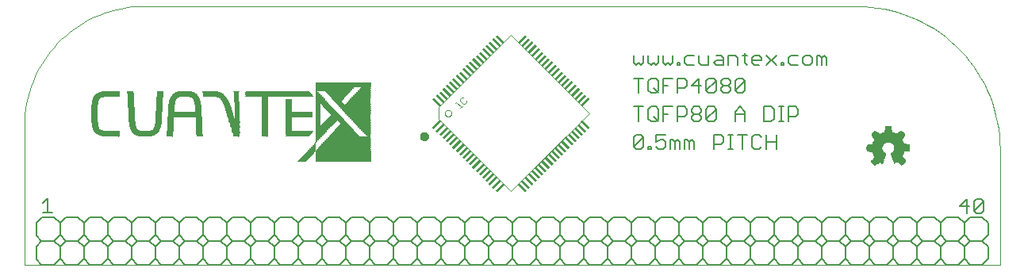
<source format=gto>
G75*
G70*
%OFA0B0*%
%FSLAX24Y24*%
%IPPOS*%
%LPD*%
%AMOC8*
5,1,8,0,0,1.08239X$1,22.5*
%
%ADD10C,0.0000*%
%ADD11C,0.0050*%
%ADD12C,0.0160*%
%ADD13C,0.0060*%
%ADD14C,0.0047*%
%ADD15C,0.0030*%
%ADD16R,0.0098X0.0433*%
%ADD17R,0.0433X0.0098*%
%ADD18R,0.0004X0.0001*%
%ADD19R,0.0010X0.0001*%
%ADD20R,0.0017X0.0001*%
%ADD21R,0.0023X0.0001*%
%ADD22R,0.0029X0.0001*%
%ADD23R,0.0034X0.0001*%
%ADD24R,0.0040X0.0001*%
%ADD25R,0.0043X0.0002*%
%ADD26R,0.0047X0.0001*%
%ADD27R,0.0050X0.0001*%
%ADD28R,0.0054X0.0001*%
%ADD29R,0.0059X0.0001*%
%ADD30R,0.0064X0.0001*%
%ADD31R,0.0015X0.0001*%
%ADD32R,0.0067X0.0001*%
%ADD33R,0.0020X0.0001*%
%ADD34R,0.0070X0.0001*%
%ADD35R,0.0024X0.0001*%
%ADD36R,0.0074X0.0001*%
%ADD37R,0.0027X0.0001*%
%ADD38R,0.0076X0.0001*%
%ADD39R,0.0030X0.0001*%
%ADD40R,0.0081X0.0002*%
%ADD41R,0.0036X0.0002*%
%ADD42R,0.0086X0.0001*%
%ADD43R,0.0044X0.0001*%
%ADD44R,0.0091X0.0001*%
%ADD45R,0.0046X0.0001*%
%ADD46R,0.0094X0.0001*%
%ADD47R,0.0096X0.0001*%
%ADD48R,0.0053X0.0001*%
%ADD49R,0.0099X0.0001*%
%ADD50R,0.0056X0.0001*%
%ADD51R,0.0104X0.0001*%
%ADD52R,0.0060X0.0001*%
%ADD53R,0.0108X0.0001*%
%ADD54R,0.0112X0.0001*%
%ADD55R,0.0117X0.0001*%
%ADD56R,0.0072X0.0001*%
%ADD57R,0.0120X0.0002*%
%ADD58R,0.0075X0.0002*%
%ADD59R,0.0123X0.0001*%
%ADD60R,0.0078X0.0001*%
%ADD61R,0.0126X0.0001*%
%ADD62R,0.0081X0.0001*%
%ADD63R,0.0131X0.0001*%
%ADD64R,0.0136X0.0001*%
%ADD65R,0.0090X0.0001*%
%ADD66R,0.0139X0.0001*%
%ADD67R,0.0144X0.0001*%
%ADD68R,0.0147X0.0001*%
%ADD69R,0.0101X0.0001*%
%ADD70R,0.0150X0.0001*%
%ADD71R,0.0102X0.0001*%
%ADD72R,0.0153X0.0001*%
%ADD73R,0.0106X0.0001*%
%ADD74R,0.0158X0.0002*%
%ADD75R,0.0109X0.0002*%
%ADD76R,0.0164X0.0001*%
%ADD77R,0.0115X0.0001*%
%ADD78R,0.0168X0.0001*%
%ADD79R,0.0120X0.0001*%
%ADD80R,0.0171X0.0001*%
%ADD81R,0.0123X0.0001*%
%ADD82R,0.0172X0.0001*%
%ADD83R,0.0125X0.0001*%
%ADD84R,0.0175X0.0001*%
%ADD85R,0.0128X0.0001*%
%ADD86R,0.0180X0.0001*%
%ADD87R,0.0132X0.0001*%
%ADD88R,0.0186X0.0001*%
%ADD89R,0.0191X0.0001*%
%ADD90R,0.0141X0.0001*%
%ADD91R,0.0194X0.0001*%
%ADD92R,0.0145X0.0001*%
%ADD93R,0.0196X0.0002*%
%ADD94R,0.0149X0.0002*%
%ADD95R,0.0199X0.0001*%
%ADD96R,0.0151X0.0001*%
%ADD97R,0.0204X0.0001*%
%ADD98R,0.0153X0.0001*%
%ADD99R,0.0207X0.0001*%
%ADD100R,0.0158X0.0001*%
%ADD101R,0.0211X0.0001*%
%ADD102R,0.0162X0.0001*%
%ADD103R,0.0216X0.0001*%
%ADD104R,0.0166X0.0001*%
%ADD105R,0.0219X0.0001*%
%ADD106R,0.0007X0.0001*%
%ADD107R,0.0169X0.0001*%
%ADD108R,0.0222X0.0001*%
%ADD109R,0.0011X0.0001*%
%ADD110R,0.0224X0.0001*%
%ADD111R,0.0014X0.0001*%
%ADD112R,0.0176X0.0001*%
%ADD113R,0.0228X0.0001*%
%ADD114R,0.0018X0.0001*%
%ADD115R,0.0179X0.0001*%
%ADD116R,0.0234X0.0002*%
%ADD117R,0.0024X0.0002*%
%ADD118R,0.0183X0.0002*%
%ADD119R,0.0239X0.0001*%
%ADD120R,0.0189X0.0001*%
%ADD121R,0.0241X0.0001*%
%ADD122R,0.0033X0.0001*%
%ADD123R,0.0012X0.0001*%
%ADD124R,0.0192X0.0001*%
%ADD125R,0.0243X0.0001*%
%ADD126R,0.0038X0.0001*%
%ADD127R,0.0246X0.0001*%
%ADD128R,0.0041X0.0001*%
%ADD129R,0.0019X0.0001*%
%ADD130R,0.0196X0.0001*%
%ADD131R,0.0250X0.0001*%
%ADD132R,0.0021X0.0001*%
%ADD133R,0.0201X0.0001*%
%ADD134R,0.0254X0.0001*%
%ADD135R,0.0048X0.0001*%
%ADD136R,0.0258X0.0001*%
%ADD137R,0.0054X0.0001*%
%ADD138R,0.0209X0.0001*%
%ADD139R,0.0263X0.0001*%
%ADD140R,0.0213X0.0001*%
%ADD141R,0.0267X0.0001*%
%ADD142R,0.0063X0.0001*%
%ADD143R,0.0270X0.0002*%
%ADD144R,0.0066X0.0002*%
%ADD145R,0.0045X0.0002*%
%ADD146R,0.0219X0.0002*%
%ADD147R,0.0271X0.0001*%
%ADD148R,0.0220X0.0001*%
%ADD149R,0.0274X0.0001*%
%ADD150R,0.0051X0.0001*%
%ADD151R,0.0223X0.0001*%
%ADD152R,0.0278X0.0001*%
%ADD153R,0.0282X0.0001*%
%ADD154R,0.0231X0.0001*%
%ADD155R,0.0288X0.0001*%
%ADD156R,0.0085X0.0001*%
%ADD157R,0.0236X0.0001*%
%ADD158R,0.0289X0.0001*%
%ADD159R,0.0087X0.0001*%
%ADD160R,0.0066X0.0001*%
%ADD161R,0.0292X0.0001*%
%ADD162R,0.0069X0.0001*%
%ADD163R,0.0297X0.0001*%
%ADD164R,0.0300X0.0001*%
%ADD165R,0.0075X0.0001*%
%ADD166R,0.0305X0.0002*%
%ADD167R,0.0101X0.0002*%
%ADD168R,0.0078X0.0002*%
%ADD169R,0.0251X0.0002*%
%ADD170R,0.0309X0.0001*%
%ADD171R,0.0105X0.0001*%
%ADD172R,0.0083X0.0001*%
%ADD173R,0.0255X0.0001*%
%ADD174R,0.0314X0.0001*%
%ADD175R,0.0110X0.0001*%
%ADD176R,0.0087X0.0001*%
%ADD177R,0.0316X0.0001*%
%ADD178R,0.0113X0.0001*%
%ADD179R,0.0262X0.0001*%
%ADD180R,0.0319X0.0001*%
%ADD181R,0.0114X0.0001*%
%ADD182R,0.0093X0.0001*%
%ADD183R,0.0266X0.0001*%
%ADD184R,0.0321X0.0001*%
%ADD185R,0.0096X0.0001*%
%ADD186R,0.0324X0.0001*%
%ADD187R,0.0270X0.0001*%
%ADD188R,0.0329X0.0001*%
%ADD189R,0.0124X0.0001*%
%ADD190R,0.0275X0.0001*%
%ADD191R,0.0333X0.0001*%
%ADD192R,0.0279X0.0001*%
%ADD193R,0.0336X0.0001*%
%ADD194R,0.0111X0.0001*%
%ADD195R,0.0284X0.0001*%
%ADD196R,0.0339X0.0002*%
%ADD197R,0.0134X0.0002*%
%ADD198R,0.0114X0.0002*%
%ADD199R,0.0286X0.0002*%
%ADD200R,0.0342X0.0001*%
%ADD201R,0.0116X0.0001*%
%ADD202R,0.0491X0.0001*%
%ADD203R,0.0492X0.0001*%
%ADD204R,0.0294X0.0001*%
%ADD205R,0.0495X0.0001*%
%ADD206R,0.0299X0.0001*%
%ADD207R,0.0496X0.0001*%
%ADD208R,0.0127X0.0001*%
%ADD209R,0.0301X0.0001*%
%ADD210R,0.0498X0.0001*%
%ADD211R,0.0304X0.0001*%
%ADD212R,0.0501X0.0001*%
%ADD213R,0.0134X0.0001*%
%ADD214R,0.0308X0.0001*%
%ADD215R,0.0135X0.0001*%
%ADD216R,0.0311X0.0001*%
%ADD217R,0.0504X0.0001*%
%ADD218R,0.0138X0.0001*%
%ADD219R,0.0504X0.0002*%
%ADD220R,0.0141X0.0002*%
%ADD221R,0.0318X0.0002*%
%ADD222R,0.0507X0.0001*%
%ADD223R,0.0323X0.0001*%
%ADD224R,0.0326X0.0001*%
%ADD225R,0.0508X0.0001*%
%ADD226R,0.0152X0.0001*%
%ADD227R,0.0330X0.0001*%
%ADD228R,0.0510X0.0001*%
%ADD229R,0.0494X0.0001*%
%ADD230R,0.0512X0.0001*%
%ADD231R,0.0500X0.0001*%
%ADD232R,0.0513X0.0001*%
%ADD233R,0.0501X0.0001*%
%ADD234R,0.0513X0.0002*%
%ADD235R,0.0501X0.0002*%
%ADD236R,0.0503X0.0001*%
%ADD237R,0.0504X0.0001*%
%ADD238R,0.0506X0.0001*%
%ADD239R,0.0513X0.0001*%
%ADD240R,0.0509X0.0001*%
%ADD241R,0.0511X0.0001*%
%ADD242R,0.0514X0.0001*%
%ADD243R,0.0516X0.0001*%
%ADD244R,0.0513X0.0002*%
%ADD245R,0.0519X0.0002*%
%ADD246R,0.0519X0.0001*%
%ADD247R,0.0520X0.0001*%
%ADD248R,0.0522X0.0001*%
%ADD249R,0.0507X0.0001*%
%ADD250R,0.0509X0.0002*%
%ADD251R,0.0520X0.0002*%
%ADD252R,0.0522X0.0001*%
%ADD253R,0.0505X0.0001*%
%ADD254R,0.0502X0.0001*%
%ADD255R,0.0521X0.0001*%
%ADD256R,0.0503X0.0002*%
%ADD257R,0.0519X0.0002*%
%ADD258R,0.0519X0.0001*%
%ADD259R,0.0499X0.0001*%
%ADD260R,0.0517X0.0001*%
%ADD261R,0.0495X0.0002*%
%ADD262R,0.0514X0.0002*%
%ADD263R,0.0515X0.0001*%
%ADD264R,0.0492X0.0001*%
%ADD265R,0.0490X0.0001*%
%ADD266R,0.0490X0.0002*%
%ADD267R,0.0511X0.0002*%
%ADD268R,0.0489X0.0001*%
%ADD269R,0.0489X0.0001*%
%ADD270R,0.0488X0.0001*%
%ADD271R,0.0485X0.0001*%
%ADD272R,0.0483X0.0001*%
%ADD273R,0.0483X0.0002*%
%ADD274R,0.0507X0.0002*%
%ADD275R,0.0483X0.0001*%
%ADD276R,0.0481X0.0001*%
%ADD277R,0.0480X0.0001*%
%ADD278R,0.0480X0.0002*%
%ADD279R,0.0501X0.0002*%
%ADD280R,0.0479X0.0001*%
%ADD281R,0.0477X0.0001*%
%ADD282R,0.0477X0.0001*%
%ADD283R,0.0475X0.0001*%
%ADD284R,0.0474X0.0001*%
%ADD285R,0.0472X0.0001*%
%ADD286R,0.0472X0.0002*%
%ADD287R,0.0498X0.0002*%
%ADD288R,0.0471X0.0001*%
%ADD289R,0.0473X0.0001*%
%ADD290R,0.0471X0.0001*%
%ADD291R,0.0470X0.0001*%
%ADD292R,0.0468X0.0001*%
%ADD293R,0.0469X0.0001*%
%ADD294R,0.0468X0.0002*%
%ADD295R,0.0491X0.0002*%
%ADD296R,0.0466X0.0001*%
%ADD297R,0.0465X0.0001*%
%ADD298R,0.0464X0.0001*%
%ADD299R,0.0462X0.0001*%
%ADD300R,0.0462X0.0002*%
%ADD301R,0.0489X0.0002*%
%ADD302R,0.0461X0.0001*%
%ADD303R,0.0460X0.0001*%
%ADD304R,0.0459X0.0001*%
%ADD305R,0.0484X0.0001*%
%ADD306R,0.0457X0.0001*%
%ADD307R,0.0459X0.0001*%
%ADD308R,0.0458X0.0002*%
%ADD309R,0.0484X0.0002*%
%ADD310R,0.0456X0.0001*%
%ADD311R,0.0455X0.0001*%
%ADD312R,0.0453X0.0001*%
%ADD313R,0.0451X0.0001*%
%ADD314R,0.0453X0.0001*%
%ADD315R,0.0450X0.0001*%
%ADD316R,0.0451X0.0002*%
%ADD317R,0.0478X0.0001*%
%ADD318R,0.0449X0.0001*%
%ADD319R,0.0476X0.0001*%
%ADD320R,0.0447X0.0001*%
%ADD321R,0.0474X0.0001*%
%ADD322R,0.0449X0.0002*%
%ADD323R,0.0476X0.0002*%
%ADD324R,0.0454X0.0001*%
%ADD325R,0.0469X0.0002*%
%ADD326R,0.0468X0.0001*%
%ADD327R,0.0467X0.0001*%
%ADD328R,0.0473X0.0002*%
%ADD329R,0.0468X0.0002*%
%ADD330R,0.0486X0.0002*%
%ADD331R,0.0474X0.0002*%
%ADD332R,0.0487X0.0001*%
%ADD333R,0.0497X0.0001*%
%ADD334R,0.0486X0.0001*%
%ADD335R,0.0500X0.0002*%
%ADD336R,0.0487X0.0002*%
%ADD337R,0.0498X0.0001*%
%ADD338R,0.0524X0.0002*%
%ADD339R,0.0524X0.0001*%
%ADD340R,0.0525X0.0001*%
%ADD341R,0.0528X0.0001*%
%ADD342R,0.0529X0.0001*%
%ADD343R,0.0533X0.0001*%
%ADD344R,0.0534X0.0001*%
%ADD345R,0.0523X0.0001*%
%ADD346R,0.0536X0.0001*%
%ADD347R,0.0537X0.0002*%
%ADD348R,0.0527X0.0002*%
%ADD349R,0.0537X0.0001*%
%ADD350R,0.0528X0.0001*%
%ADD351R,0.0539X0.0001*%
%ADD352R,0.0530X0.0001*%
%ADD353R,0.0540X0.0001*%
%ADD354R,0.0541X0.0001*%
%ADD355R,0.0531X0.0001*%
%ADD356R,0.0543X0.0001*%
%ADD357R,0.0544X0.0001*%
%ADD358R,0.0546X0.0002*%
%ADD359R,0.0536X0.0002*%
%ADD360R,0.0547X0.0001*%
%ADD361R,0.0551X0.0001*%
%ADD362R,0.0552X0.0001*%
%ADD363R,0.0554X0.0001*%
%ADD364R,0.0555X0.0001*%
%ADD365R,0.0555X0.0002*%
%ADD366R,0.0547X0.0002*%
%ADD367R,0.0549X0.0001*%
%ADD368R,0.0548X0.0001*%
%ADD369R,0.0538X0.0001*%
%ADD370R,0.0537X0.0001*%
%ADD371R,0.0533X0.0002*%
%ADD372R,0.0531X0.0001*%
%ADD373R,0.0526X0.0001*%
%ADD374R,0.0518X0.0001*%
%ADD375R,0.0498X0.0002*%
%ADD376R,0.0496X0.0002*%
%ADD377R,0.0486X0.0001*%
%ADD378R,0.0485X0.0002*%
%ADD379R,0.0482X0.0001*%
%ADD380R,0.0477X0.0002*%
%ADD381R,0.0530X0.0002*%
%ADD382R,0.0464X0.0002*%
%ADD383R,0.0561X0.0001*%
%ADD384R,0.0570X0.0001*%
%ADD385R,0.0576X0.0001*%
%ADD386R,0.0581X0.0001*%
%ADD387R,0.0585X0.0001*%
%ADD388R,0.0589X0.0001*%
%ADD389R,0.0600X0.0002*%
%ADD390R,0.0614X0.0001*%
%ADD391R,0.0623X0.0001*%
%ADD392R,0.0630X0.0001*%
%ADD393R,0.0633X0.0001*%
%ADD394R,0.0638X0.0001*%
%ADD395R,0.0645X0.0001*%
%ADD396R,0.0657X0.0001*%
%ADD397R,0.0556X0.0001*%
%ADD398R,0.0669X0.0001*%
%ADD399R,0.0674X0.0001*%
%ADD400R,0.0579X0.0001*%
%ADD401R,0.0676X0.0002*%
%ADD402R,0.0585X0.0002*%
%ADD403R,0.0678X0.0001*%
%ADD404R,0.0590X0.0001*%
%ADD405R,0.0679X0.0001*%
%ADD406R,0.0596X0.0001*%
%ADD407R,0.0681X0.0001*%
%ADD408R,0.0606X0.0001*%
%ADD409R,0.0620X0.0001*%
%ADD410R,0.0682X0.0001*%
%ADD411R,0.0633X0.0001*%
%ADD412R,0.0684X0.0001*%
%ADD413R,0.0639X0.0001*%
%ADD414R,0.0649X0.0001*%
%ADD415R,0.0684X0.0001*%
%ADD416R,0.0655X0.0001*%
%ADD417R,0.0683X0.0002*%
%ADD418R,0.0664X0.0002*%
%ADD419R,0.0683X0.0001*%
%ADD420R,0.0670X0.0001*%
%ADD421R,0.0671X0.0001*%
%ADD422R,0.0681X0.0001*%
%ADD423R,0.0672X0.0001*%
%ADD424R,0.0680X0.0001*%
%ADD425R,0.0675X0.0001*%
%ADD426R,0.0676X0.0001*%
%ADD427R,0.0680X0.0002*%
%ADD428R,0.0678X0.0002*%
%ADD429R,0.0678X0.0001*%
%ADD430R,0.0675X0.0002*%
%ADD431R,0.0672X0.0002*%
%ADD432R,0.0672X0.0001*%
%ADD433R,0.0671X0.0002*%
%ADD434R,0.0670X0.0002*%
%ADD435R,0.0669X0.0001*%
%ADD436R,0.0667X0.0001*%
%ADD437R,0.0669X0.0002*%
%ADD438R,0.0667X0.0002*%
%ADD439R,0.0668X0.0001*%
%ADD440R,0.0666X0.0001*%
%ADD441R,0.0668X0.0002*%
%ADD442R,0.0666X0.0002*%
%ADD443R,0.0666X0.0001*%
%ADD444R,0.0664X0.0001*%
%ADD445R,0.0663X0.0001*%
%ADD446R,0.0666X0.0002*%
%ADD447R,0.0663X0.0002*%
%ADD448R,0.0665X0.0001*%
%ADD449R,0.0674X0.0002*%
%ADD450R,0.0677X0.0001*%
%ADD451R,0.0678X0.0002*%
%ADD452R,0.0682X0.0002*%
%ADD453R,0.0686X0.0001*%
%ADD454R,0.0686X0.0002*%
%ADD455R,0.0687X0.0001*%
%ADD456R,0.0689X0.0001*%
%ADD457R,0.0653X0.0001*%
%ADD458R,0.0641X0.0001*%
%ADD459R,0.0626X0.0001*%
%ADD460R,0.0616X0.0001*%
%ADD461R,0.0687X0.0001*%
%ADD462R,0.0612X0.0001*%
%ADD463R,0.0688X0.0001*%
%ADD464R,0.0606X0.0001*%
%ADD465R,0.0601X0.0001*%
%ADD466R,0.0591X0.0002*%
%ADD467R,0.0567X0.0001*%
%ADD468R,0.0560X0.0001*%
%ADD469R,0.0659X0.0001*%
%ADD470R,0.0516X0.0001*%
%ADD471R,0.0639X0.0001*%
%ADD472R,0.0502X0.0002*%
%ADD473R,0.0633X0.0002*%
%ADD474R,0.0608X0.0001*%
%ADD475R,0.0582X0.0001*%
%ADD476R,0.0577X0.0001*%
%ADD477R,0.0569X0.0002*%
%ADD478R,0.0546X0.0001*%
%ADD479R,0.0486X0.0002*%
%ADD480R,0.0493X0.0001*%
%ADD481R,0.0516X0.0002*%
%ADD482R,0.0532X0.0001*%
%ADD483R,0.0534X0.0002*%
%ADD484R,0.0535X0.0002*%
%ADD485R,0.0543X0.0001*%
%ADD486R,0.0553X0.0001*%
%ADD487R,0.0559X0.0001*%
%ADD488R,0.0564X0.0001*%
%ADD489R,0.0564X0.0001*%
%ADD490R,0.0567X0.0001*%
%ADD491R,0.0569X0.0001*%
%ADD492R,0.0570X0.0002*%
%ADD493R,0.0571X0.0002*%
%ADD494R,0.0571X0.0001*%
%ADD495R,0.0573X0.0001*%
%ADD496R,0.0574X0.0001*%
%ADD497R,0.0576X0.0001*%
%ADD498R,0.0600X0.0001*%
%ADD499R,0.0611X0.0001*%
%ADD500R,0.0618X0.0001*%
%ADD501R,0.0621X0.0001*%
%ADD502R,0.1269X0.0001*%
%ADD503R,0.1267X0.0001*%
%ADD504R,0.1266X0.0001*%
%ADD505R,0.1266X0.0002*%
%ADD506R,0.1264X0.0001*%
%ADD507R,0.1261X0.0001*%
%ADD508R,0.1260X0.0001*%
%ADD509R,0.1259X0.0001*%
%ADD510R,0.1256X0.0001*%
%ADD511R,0.1254X0.0001*%
%ADD512R,0.1253X0.0001*%
%ADD513R,0.1251X0.0001*%
%ADD514R,0.1251X0.0002*%
%ADD515R,0.1248X0.0001*%
%ADD516R,0.1245X0.0001*%
%ADD517R,0.1244X0.0001*%
%ADD518R,0.1242X0.0001*%
%ADD519R,0.1239X0.0001*%
%ADD520R,0.1237X0.0001*%
%ADD521R,0.1236X0.0002*%
%ADD522R,0.1233X0.0001*%
%ADD523R,0.1230X0.0001*%
%ADD524R,0.1229X0.0001*%
%ADD525R,0.1227X0.0001*%
%ADD526R,0.1226X0.0001*%
%ADD527R,0.1224X0.0001*%
%ADD528R,0.1223X0.0002*%
%ADD529R,0.1219X0.0001*%
%ADD530R,0.1216X0.0001*%
%ADD531R,0.1215X0.0001*%
%ADD532R,0.1214X0.0001*%
%ADD533R,0.1212X0.0001*%
%ADD534R,0.1209X0.0001*%
%ADD535R,0.1207X0.0002*%
%ADD536R,0.1206X0.0001*%
%ADD537R,0.1204X0.0001*%
%ADD538R,0.1201X0.0001*%
%ADD539R,0.1200X0.0001*%
%ADD540R,0.1199X0.0001*%
%ADD541R,0.1196X0.0001*%
%ADD542R,0.1194X0.0001*%
%ADD543R,0.1193X0.0001*%
%ADD544R,0.1191X0.0001*%
%ADD545R,0.1191X0.0002*%
%ADD546R,0.1188X0.0001*%
%ADD547R,0.1185X0.0001*%
%ADD548R,0.1184X0.0001*%
%ADD549R,0.1181X0.0001*%
%ADD550R,0.1177X0.0001*%
%ADD551R,0.1176X0.0001*%
%ADD552R,0.1174X0.0001*%
%ADD553R,0.1173X0.0001*%
%ADD554R,0.1170X0.0002*%
%ADD555R,0.1170X0.0001*%
%ADD556R,0.1169X0.0001*%
%ADD557R,0.1166X0.0001*%
%ADD558R,0.1164X0.0001*%
%ADD559R,0.1163X0.0001*%
%ADD560R,0.1163X0.0002*%
%ADD561R,0.1167X0.0001*%
%ADD562R,0.1171X0.0001*%
%ADD563R,0.1179X0.0001*%
%ADD564R,0.1182X0.0001*%
%ADD565R,0.1182X0.0002*%
%ADD566R,0.1188X0.0001*%
%ADD567R,0.1190X0.0001*%
%ADD568R,0.1197X0.0001*%
%ADD569R,0.1204X0.0002*%
%ADD570R,0.1207X0.0001*%
%ADD571R,0.1210X0.0001*%
%ADD572R,0.1213X0.0001*%
%ADD573R,0.1217X0.0001*%
%ADD574R,0.1218X0.0001*%
%ADD575R,0.1220X0.0001*%
%ADD576R,0.1221X0.0001*%
%ADD577R,0.1223X0.0001*%
%ADD578R,0.1226X0.0002*%
%ADD579R,0.1236X0.0001*%
%ADD580R,0.1239X0.0001*%
%ADD581R,0.1240X0.0001*%
%ADD582R,0.1243X0.0001*%
%ADD583R,0.1248X0.0002*%
%ADD584R,0.1248X0.0001*%
%ADD585R,0.1251X0.0001*%
%ADD586R,0.1257X0.0001*%
%ADD587R,0.1263X0.0001*%
%ADD588R,0.1267X0.0002*%
%ADD589R,0.1270X0.0001*%
%ADD590R,0.1274X0.0001*%
%ADD591R,0.1275X0.0001*%
%ADD592R,0.1278X0.0001*%
%ADD593R,0.1280X0.0001*%
%ADD594R,0.1281X0.0001*%
%ADD595R,0.1284X0.0001*%
%ADD596R,0.1286X0.0001*%
%ADD597R,0.1289X0.0001*%
%ADD598R,0.1290X0.0002*%
%ADD599R,0.1291X0.0001*%
%ADD600R,0.1294X0.0001*%
%ADD601R,0.1296X0.0001*%
%ADD602R,0.1299X0.0001*%
%ADD603R,0.1300X0.0001*%
%ADD604R,0.1302X0.0001*%
%ADD605R,0.1304X0.0001*%
%ADD606R,0.1306X0.0001*%
%ADD607R,0.1308X0.0001*%
%ADD608R,0.1311X0.0002*%
%ADD609R,0.1313X0.0001*%
%ADD610R,0.1316X0.0001*%
%ADD611R,0.1317X0.0001*%
%ADD612R,0.1320X0.0001*%
%ADD613R,0.1323X0.0001*%
%ADD614R,0.1326X0.0001*%
%ADD615R,0.1329X0.0001*%
%ADD616R,0.1332X0.0002*%
%ADD617R,0.1335X0.0001*%
%ADD618R,0.1336X0.0001*%
%ADD619R,0.1340X0.0001*%
%ADD620R,0.1343X0.0001*%
%ADD621R,0.1346X0.0001*%
%ADD622R,0.1347X0.0001*%
%ADD623R,0.1350X0.0001*%
%ADD624R,0.1353X0.0002*%
%ADD625R,0.1356X0.0001*%
%ADD626R,0.1357X0.0001*%
%ADD627R,0.1360X0.0001*%
%ADD628R,0.1364X0.0001*%
%ADD629R,0.1365X0.0001*%
%ADD630R,0.1368X0.0001*%
%ADD631R,0.1369X0.0001*%
%ADD632R,0.1373X0.0001*%
%ADD633R,0.1374X0.0002*%
%ADD634R,0.1377X0.0001*%
%ADD635R,0.1379X0.0001*%
%ADD636R,0.1380X0.0001*%
%ADD637R,0.1383X0.0001*%
%ADD638R,0.1386X0.0001*%
%ADD639R,0.1387X0.0001*%
%ADD640R,0.1391X0.0001*%
%ADD641R,0.1394X0.0001*%
%ADD642R,0.1395X0.0002*%
%ADD643R,0.1398X0.0001*%
%ADD644R,0.1401X0.0001*%
%ADD645R,0.1403X0.0001*%
%ADD646R,0.1406X0.0001*%
%ADD647R,0.1407X0.0001*%
%ADD648R,0.1409X0.0001*%
%ADD649R,0.1411X0.0001*%
%ADD650R,0.1414X0.0001*%
%ADD651R,0.1416X0.0002*%
%ADD652R,0.1419X0.0001*%
%ADD653R,0.1421X0.0001*%
%ADD654R,0.1422X0.0001*%
%ADD655R,0.1424X0.0001*%
%ADD656R,0.1426X0.0001*%
%ADD657R,0.1428X0.0001*%
%ADD658R,0.1429X0.0002*%
%ADD659R,0.1429X0.0001*%
%ADD660R,0.1425X0.0001*%
%ADD661R,0.1421X0.0002*%
%ADD662R,0.1418X0.0001*%
%ADD663R,0.1416X0.0001*%
%ADD664R,0.1413X0.0001*%
%ADD665R,0.1410X0.0001*%
%ADD666R,0.1404X0.0001*%
%ADD667R,0.1401X0.0001*%
%ADD668R,0.0346X0.0001*%
%ADD669R,0.1044X0.0001*%
%ADD670R,0.0342X0.0002*%
%ADD671R,0.1040X0.0002*%
%ADD672R,0.0337X0.0001*%
%ADD673R,0.1034X0.0001*%
%ADD674R,0.0357X0.0001*%
%ADD675R,0.0660X0.0001*%
%ADD676R,0.0353X0.0001*%
%ADD677R,0.0327X0.0001*%
%ADD678R,0.0349X0.0001*%
%ADD679R,0.0321X0.0001*%
%ADD680R,0.0648X0.0001*%
%ADD681R,0.0344X0.0001*%
%ADD682R,0.0317X0.0001*%
%ADD683R,0.0339X0.0001*%
%ADD684R,0.0312X0.0001*%
%ADD685R,0.0631X0.0001*%
%ADD686R,0.0334X0.0001*%
%ADD687R,0.0309X0.0001*%
%ADD688R,0.0307X0.0002*%
%ADD689R,0.0623X0.0002*%
%ADD690R,0.0327X0.0002*%
%ADD691R,0.0618X0.0001*%
%ADD692R,0.0297X0.0001*%
%ADD693R,0.0607X0.0001*%
%ADD694R,0.0320X0.0001*%
%ADD695R,0.0293X0.0001*%
%ADD696R,0.0599X0.0001*%
%ADD697R,0.0313X0.0001*%
%ADD698R,0.0285X0.0001*%
%ADD699R,0.0584X0.0001*%
%ADD700R,0.0303X0.0001*%
%ADD701R,0.0281X0.0001*%
%ADD702R,0.0273X0.0002*%
%ADD703R,0.0563X0.0002*%
%ADD704R,0.0293X0.0002*%
%ADD705R,0.0264X0.0001*%
%ADD706R,0.0259X0.0001*%
%ADD707R,0.0256X0.0001*%
%ADD708R,0.0276X0.0001*%
%ADD709R,0.0252X0.0001*%
%ADD710R,0.0273X0.0001*%
%ADD711R,0.0248X0.0001*%
%ADD712R,0.0269X0.0001*%
%ADD713R,0.0245X0.0001*%
%ADD714R,0.0240X0.0001*%
%ADD715R,0.0237X0.0002*%
%ADD716R,0.0256X0.0002*%
%ADD717R,0.0234X0.0001*%
%ADD718R,0.0232X0.0001*%
%ADD719R,0.0251X0.0001*%
%ADD720R,0.0228X0.0001*%
%ADD721R,0.0246X0.0001*%
%ADD722R,0.0456X0.0001*%
%ADD723R,0.0219X0.0001*%
%ADD724R,0.0444X0.0001*%
%ADD725R,0.0237X0.0001*%
%ADD726R,0.0214X0.0001*%
%ADD727R,0.0436X0.0001*%
%ADD728R,0.0432X0.0001*%
%ADD729R,0.0231X0.0001*%
%ADD730R,0.0210X0.0001*%
%ADD731R,0.0426X0.0001*%
%ADD732R,0.0420X0.0001*%
%ADD733R,0.0226X0.0001*%
%ADD734R,0.0204X0.0002*%
%ADD735R,0.0409X0.0002*%
%ADD736R,0.0222X0.0002*%
%ADD737R,0.0391X0.0001*%
%ADD738R,0.0217X0.0001*%
%ADD739R,0.0376X0.0001*%
%ADD740R,0.0368X0.0001*%
%ADD741R,0.0189X0.0001*%
%ADD742R,0.0361X0.0001*%
%ADD743R,0.0206X0.0001*%
%ADD744R,0.0186X0.0001*%
%ADD745R,0.0356X0.0001*%
%ADD746R,0.0181X0.0001*%
%ADD747R,0.0345X0.0001*%
%ADD748R,0.0173X0.0001*%
%ADD749R,0.0331X0.0001*%
%ADD750R,0.0190X0.0001*%
%ADD751R,0.0168X0.0001*%
%ADD752R,0.0165X0.0002*%
%ADD753R,0.0162X0.0001*%
%ADD754R,0.0159X0.0001*%
%ADD755R,0.0177X0.0001*%
%ADD756R,0.0156X0.0001*%
%ADD757R,0.0324X0.0001*%
%ADD758R,0.0174X0.0001*%
%ADD759R,0.0167X0.0001*%
%ADD760R,0.0146X0.0001*%
%ADD761R,0.0163X0.0001*%
%ADD762R,0.0141X0.0001*%
%ADD763R,0.0140X0.0001*%
%ADD764R,0.0137X0.0001*%
%ADD765R,0.0133X0.0001*%
%ADD766R,0.0129X0.0002*%
%ADD767R,0.0321X0.0002*%
%ADD768R,0.0146X0.0002*%
%ADD769R,0.0119X0.0001*%
%ADD770R,0.0129X0.0001*%
%ADD771R,0.0111X0.0001*%
%ADD772R,0.0126X0.0001*%
%ADD773R,0.0318X0.0001*%
%ADD774R,0.0097X0.0001*%
%ADD775R,0.0315X0.0001*%
%ADD776R,0.0089X0.0002*%
%ADD777R,0.0315X0.0002*%
%ADD778R,0.0105X0.0002*%
%ADD779R,0.0079X0.0001*%
%ADD780R,0.0089X0.0001*%
%ADD781R,0.0069X0.0001*%
%ADD782R,0.0084X0.0001*%
%ADD783R,0.0057X0.0001*%
%ADD784R,0.0052X0.0002*%
%ADD785R,0.0311X0.0002*%
%ADD786R,0.0066X0.0002*%
%ADD787R,0.0061X0.0001*%
%ADD788R,0.0042X0.0001*%
%ADD789R,0.0055X0.0001*%
%ADD790R,0.0039X0.0001*%
%ADD791R,0.0052X0.0001*%
%ADD792R,0.0036X0.0001*%
%ADD793R,0.0049X0.0001*%
%ADD794R,0.0307X0.0001*%
%ADD795R,0.0045X0.0001*%
%ADD796R,0.0022X0.0001*%
%ADD797R,0.0035X0.0001*%
%ADD798R,0.0025X0.0002*%
%ADD799R,0.0306X0.0001*%
%ADD800R,0.0018X0.0001*%
%ADD801R,0.0008X0.0001*%
%ADD802R,0.0300X0.0002*%
%ADD803R,0.0296X0.0001*%
%ADD804R,0.0294X0.0002*%
%ADD805R,0.0294X0.0001*%
%ADD806R,0.0291X0.0001*%
%ADD807R,0.0291X0.0002*%
%ADD808R,0.0286X0.0001*%
%ADD809R,0.0281X0.0002*%
%ADD810R,0.0277X0.0001*%
%ADD811R,0.0276X0.0001*%
%ADD812R,0.0266X0.0002*%
%ADD813R,0.0264X0.0001*%
%ADD814R,0.0261X0.0001*%
%ADD815R,0.0259X0.0002*%
%ADD816R,0.0254X0.0002*%
%ADD817R,0.0248X0.0002*%
%ADD818R,0.0218X0.0002*%
%ADD819R,0.0157X0.0001*%
%ADD820R,0.0007X0.0007*%
%ADD821R,0.0324X0.0007*%
%ADD822R,0.2302X0.0007*%
%ADD823R,0.0317X0.0007*%
%ADD824R,0.2626X0.0007*%
%ADD825R,0.2619X0.0007*%
%ADD826R,0.0311X0.0007*%
%ADD827R,0.2295X0.0007*%
%ADD828R,0.0304X0.0007*%
%ADD829R,0.2289X0.0007*%
%ADD830R,0.0298X0.0007*%
%ADD831R,0.2282X0.0007*%
%ADD832R,0.0291X0.0007*%
%ADD833R,0.2275X0.0007*%
%ADD834R,0.0284X0.0007*%
%ADD835R,0.2269X0.0007*%
%ADD836R,0.0278X0.0007*%
%ADD837R,0.2262X0.0007*%
%ADD838R,0.0271X0.0007*%
%ADD839R,0.2255X0.0007*%
%ADD840R,0.0265X0.0007*%
%ADD841R,0.2249X0.0007*%
%ADD842R,0.0258X0.0007*%
%ADD843R,0.2242X0.0007*%
%ADD844R,0.0251X0.0007*%
%ADD845R,0.2236X0.0007*%
%ADD846R,0.0245X0.0007*%
%ADD847R,0.2229X0.0007*%
%ADD848R,0.2222X0.0007*%
%ADD849R,0.0231X0.0007*%
%ADD850R,0.2216X0.0007*%
%ADD851R,0.2209X0.0007*%
%ADD852R,0.0225X0.0007*%
%ADD853R,0.2203X0.0007*%
%ADD854R,0.0218X0.0007*%
%ADD855R,0.0212X0.0007*%
%ADD856R,0.2196X0.0007*%
%ADD857R,0.0205X0.0007*%
%ADD858R,0.2189X0.0007*%
%ADD859R,0.0198X0.0007*%
%ADD860R,0.2183X0.0007*%
%ADD861R,0.0192X0.0007*%
%ADD862R,0.2176X0.0007*%
%ADD863R,0.0185X0.0007*%
%ADD864R,0.2169X0.0007*%
%ADD865R,0.0179X0.0007*%
%ADD866R,0.2163X0.0007*%
%ADD867R,0.0172X0.0007*%
%ADD868R,0.2156X0.0007*%
%ADD869R,0.0165X0.0007*%
%ADD870R,0.2150X0.0007*%
%ADD871R,0.0159X0.0007*%
%ADD872R,0.2143X0.0007*%
%ADD873R,0.0152X0.0007*%
%ADD874R,0.2136X0.0007*%
%ADD875R,0.0146X0.0007*%
%ADD876R,0.2130X0.0007*%
%ADD877R,0.2123X0.0007*%
%ADD878R,0.0139X0.0007*%
%ADD879R,0.2117X0.0007*%
%ADD880R,0.0132X0.0007*%
%ADD881R,0.2110X0.0007*%
%ADD882R,0.0126X0.0007*%
%ADD883R,0.2103X0.0007*%
%ADD884R,0.0119X0.0007*%
%ADD885R,0.0112X0.0007*%
%ADD886R,0.2097X0.0007*%
%ADD887R,0.0106X0.0007*%
%ADD888R,0.2090X0.0007*%
%ADD889R,0.0099X0.0007*%
%ADD890R,0.2083X0.0007*%
%ADD891R,0.0093X0.0007*%
%ADD892R,0.2077X0.0007*%
%ADD893R,0.0086X0.0007*%
%ADD894R,0.2070X0.0007*%
%ADD895R,0.0079X0.0007*%
%ADD896R,0.2064X0.0007*%
%ADD897R,0.0073X0.0007*%
%ADD898R,0.2057X0.0007*%
%ADD899R,0.0066X0.0007*%
%ADD900R,0.2050X0.0007*%
%ADD901R,0.0060X0.0007*%
%ADD902R,0.2044X0.0007*%
%ADD903R,0.0053X0.0007*%
%ADD904R,0.2037X0.0007*%
%ADD905R,0.0046X0.0007*%
%ADD906R,0.2031X0.0007*%
%ADD907R,0.0040X0.0007*%
%ADD908R,0.2024X0.0007*%
%ADD909R,0.2017X0.0007*%
%ADD910R,0.0033X0.0007*%
%ADD911R,0.2011X0.0007*%
%ADD912R,0.0020X0.0007*%
%ADD913R,0.2004X0.0007*%
%ADD914R,0.0013X0.0007*%
%ADD915R,0.1997X0.0007*%
%ADD916R,0.1991X0.0007*%
%ADD917R,0.1984X0.0007*%
%ADD918R,0.1978X0.0007*%
%ADD919R,0.1971X0.0007*%
%ADD920R,0.1964X0.0007*%
%ADD921R,0.0026X0.0007*%
%ADD922R,0.1958X0.0007*%
%ADD923R,0.1951X0.0007*%
%ADD924R,0.1945X0.0007*%
%ADD925R,0.1938X0.0007*%
%ADD926R,0.1931X0.0007*%
%ADD927R,0.1925X0.0007*%
%ADD928R,0.1918X0.0007*%
%ADD929R,0.1911X0.0007*%
%ADD930R,0.1905X0.0007*%
%ADD931R,0.1898X0.0007*%
%ADD932R,0.1892X0.0007*%
%ADD933R,0.1885X0.0007*%
%ADD934R,0.1878X0.0007*%
%ADD935R,0.1872X0.0007*%
%ADD936R,0.1865X0.0007*%
%ADD937R,0.1859X0.0007*%
%ADD938R,0.1852X0.0007*%
%ADD939R,0.1845X0.0007*%
%ADD940R,0.1839X0.0007*%
%ADD941R,0.1832X0.0007*%
%ADD942R,0.1826X0.0007*%
%ADD943R,0.1819X0.0007*%
%ADD944R,0.1812X0.0007*%
%ADD945R,0.1806X0.0007*%
%ADD946R,0.1792X0.0007*%
%ADD947R,0.1786X0.0007*%
%ADD948R,0.1779X0.0007*%
%ADD949R,0.1773X0.0007*%
%ADD950R,0.1766X0.0007*%
%ADD951R,0.1759X0.0007*%
%ADD952R,0.1753X0.0007*%
%ADD953R,0.0238X0.0007*%
%ADD954R,0.1746X0.0007*%
%ADD955R,0.1740X0.0007*%
%ADD956R,0.1581X0.0007*%
%ADD957R,0.0556X0.0007*%
%ADD958R,0.0986X0.0007*%
%ADD959R,0.1263X0.0007*%
%ADD960R,0.0628X0.0007*%
%ADD961R,0.0410X0.0007*%
%ADD962R,0.1250X0.0007*%
%ADD963R,0.0688X0.0007*%
%ADD964R,0.0489X0.0007*%
%ADD965R,0.0992X0.0007*%
%ADD966R,0.1237X0.0007*%
%ADD967R,0.0728X0.0007*%
%ADD968R,0.0562X0.0007*%
%ADD969R,0.0999X0.0007*%
%ADD970R,0.1230X0.0007*%
%ADD971R,0.0747X0.0007*%
%ADD972R,0.0595X0.0007*%
%ADD973R,0.1005X0.0007*%
%ADD974R,0.1217X0.0007*%
%ADD975R,0.0787X0.0007*%
%ADD976R,0.0648X0.0007*%
%ADD977R,0.1012X0.0007*%
%ADD978R,0.1204X0.0007*%
%ADD979R,0.0807X0.0007*%
%ADD980R,0.1191X0.0007*%
%ADD981R,0.0827X0.0007*%
%ADD982R,0.0721X0.0007*%
%ADD983R,0.1025X0.0007*%
%ADD984R,0.1184X0.0007*%
%ADD985R,0.0847X0.0007*%
%ADD986R,0.0754X0.0007*%
%ADD987R,0.1171X0.0007*%
%ADD988R,0.0866X0.0007*%
%ADD989R,0.0780X0.0007*%
%ADD990R,0.1032X0.0007*%
%ADD991R,0.1157X0.0007*%
%ADD992R,0.0880X0.0007*%
%ADD993R,0.1038X0.0007*%
%ADD994R,0.1144X0.0007*%
%ADD995R,0.0893X0.0007*%
%ADD996R,0.0833X0.0007*%
%ADD997R,0.1045X0.0007*%
%ADD998R,0.1131X0.0007*%
%ADD999R,0.0906X0.0007*%
%ADD1000R,0.0860X0.0007*%
%ADD1001R,0.1052X0.0007*%
%ADD1002R,0.0331X0.0007*%
%ADD1003R,0.1118X0.0007*%
%ADD1004R,0.0919X0.0007*%
%ADD1005R,0.1058X0.0007*%
%ADD1006R,0.0337X0.0007*%
%ADD1007R,0.1105X0.0007*%
%ADD1008R,0.0933X0.0007*%
%ADD1009R,0.0900X0.0007*%
%ADD1010R,0.1065X0.0007*%
%ADD1011R,0.0344X0.0007*%
%ADD1012R,0.1091X0.0007*%
%ADD1013R,0.0946X0.0007*%
%ADD1014R,0.0926X0.0007*%
%ADD1015R,0.0351X0.0007*%
%ADD1016R,0.1078X0.0007*%
%ADD1017R,0.0952X0.0007*%
%ADD1018R,0.0939X0.0007*%
%ADD1019R,0.1071X0.0007*%
%ADD1020R,0.0357X0.0007*%
%ADD1021R,0.0966X0.0007*%
%ADD1022R,0.0959X0.0007*%
%ADD1023R,0.0364X0.0007*%
%ADD1024R,0.0972X0.0007*%
%ADD1025R,0.0979X0.0007*%
%ADD1026R,0.1085X0.0007*%
%ADD1027R,0.0370X0.0007*%
%ADD1028R,0.1098X0.0007*%
%ADD1029R,0.0377X0.0007*%
%ADD1030R,0.1019X0.0007*%
%ADD1031R,0.0384X0.0007*%
%ADD1032R,0.1111X0.0007*%
%ADD1033R,0.0390X0.0007*%
%ADD1034R,0.0397X0.0007*%
%ADD1035R,0.0403X0.0007*%
%ADD1036R,0.1124X0.0007*%
%ADD1037R,0.0417X0.0007*%
%ADD1038R,0.1138X0.0007*%
%ADD1039R,0.0423X0.0007*%
%ADD1040R,0.0430X0.0007*%
%ADD1041R,0.0437X0.0007*%
%ADD1042R,0.1151X0.0007*%
%ADD1043R,0.0443X0.0007*%
%ADD1044R,0.0450X0.0007*%
%ADD1045R,0.0642X0.0007*%
%ADD1046R,0.0516X0.0007*%
%ADD1047R,0.0509X0.0007*%
%ADD1048R,0.0456X0.0007*%
%ADD1049R,0.0503X0.0007*%
%ADD1050R,0.0463X0.0007*%
%ADD1051R,0.0853X0.0007*%
%ADD1052R,0.0470X0.0007*%
%ADD1053R,0.0840X0.0007*%
%ADD1054R,0.0476X0.0007*%
%ADD1055R,0.0820X0.0007*%
%ADD1056R,0.0483X0.0007*%
%ADD1057R,0.0794X0.0007*%
%ADD1058R,0.0496X0.0007*%
%ADD1059R,0.0774X0.0007*%
%ADD1060R,0.0761X0.0007*%
%ADD1061R,0.0523X0.0007*%
%ADD1062R,0.0734X0.0007*%
%ADD1063R,0.0529X0.0007*%
%ADD1064R,0.0536X0.0007*%
%ADD1065R,0.0708X0.0007*%
%ADD1066R,0.0542X0.0007*%
%ADD1067R,0.0694X0.0007*%
%ADD1068R,0.0549X0.0007*%
%ADD1069R,0.0681X0.0007*%
%ADD1070R,0.0668X0.0007*%
%ADD1071R,0.0655X0.0007*%
%ADD1072R,0.0569X0.0007*%
%ADD1073R,0.0575X0.0007*%
%ADD1074R,0.0582X0.0007*%
%ADD1075R,0.0622X0.0007*%
%ADD1076R,0.0609X0.0007*%
%ADD1077R,0.0589X0.0007*%
%ADD1078R,0.0602X0.0007*%
%ADD1079R,0.0615X0.0007*%
%ADD1080R,0.0635X0.0007*%
%ADD1081R,0.0661X0.0007*%
%ADD1082R,0.0675X0.0007*%
%ADD1083R,0.0701X0.0007*%
%ADD1084R,0.0714X0.0007*%
%ADD1085R,0.0767X0.0007*%
%ADD1086R,0.0800X0.0007*%
%ADD1087R,0.0814X0.0007*%
%ADD1088R,0.0873X0.0007*%
%ADD1089R,0.0886X0.0007*%
%ADD1090R,0.1415X0.0007*%
%ADD1091R,0.0913X0.0007*%
%ADD1092R,0.1402X0.0007*%
%ADD1093R,0.1396X0.0007*%
%ADD1094R,0.1389X0.0007*%
%ADD1095R,0.1177X0.0007*%
%ADD1096R,0.1197X0.0007*%
%ADD1097R,0.1210X0.0007*%
%ADD1098R,0.1224X0.0007*%
%ADD1099R,0.1243X0.0007*%
%ADD1100R,0.1257X0.0007*%
%ADD1101R,0.1270X0.0007*%
%ADD1102R,0.1277X0.0007*%
%ADD1103R,0.1283X0.0007*%
%ADD1104R,0.1290X0.0007*%
%ADD1105R,0.1296X0.0007*%
%ADD1106R,0.1303X0.0007*%
%ADD1107R,0.1310X0.0007*%
%ADD1108R,0.1316X0.0007*%
%ADD1109R,0.1323X0.0007*%
%ADD1110R,0.1329X0.0007*%
%ADD1111R,0.1336X0.0007*%
%ADD1112R,0.1343X0.0007*%
%ADD1113R,0.1349X0.0007*%
%ADD1114R,0.1356X0.0007*%
%ADD1115R,0.1363X0.0007*%
%ADD1116R,0.0741X0.0007*%
%ADD1117R,0.2851X0.0007*%
%ADD1118R,0.2844X0.0007*%
%ADD1119R,0.2837X0.0007*%
%ADD1120R,0.2831X0.0007*%
%ADD1121R,0.2824X0.0007*%
%ADD1122R,0.2818X0.0007*%
%ADD1123R,0.2811X0.0007*%
%ADD1124R,0.2804X0.0007*%
%ADD1125R,0.2798X0.0007*%
%ADD1126R,0.2791X0.0007*%
%ADD1127R,0.2785X0.0007*%
%ADD1128R,0.2778X0.0007*%
%ADD1129R,0.2771X0.0007*%
%ADD1130R,0.2765X0.0007*%
%ADD1131R,0.2758X0.0007*%
%ADD1132R,0.2751X0.0007*%
%ADD1133R,0.2745X0.0007*%
%ADD1134R,0.2738X0.0007*%
%ADD1135R,0.2732X0.0007*%
%ADD1136R,0.2725X0.0007*%
%ADD1137R,0.2718X0.0007*%
%ADD1138R,0.2712X0.0007*%
%ADD1139R,0.2699X0.0007*%
%ADD1140R,0.2692X0.0007*%
%ADD1141R,0.2685X0.0007*%
%ADD1142R,0.2679X0.0007*%
%ADD1143R,0.2672X0.0007*%
%ADD1144R,0.2666X0.0007*%
%ADD1145R,0.2652X0.0007*%
%ADD1146R,0.1455X0.0007*%
%ADD1147R,0.1462X0.0007*%
%ADD1148R,0.1468X0.0007*%
%ADD1149R,0.1475X0.0007*%
%ADD1150R,0.1482X0.0007*%
%ADD1151R,0.1488X0.0007*%
%ADD1152R,0.1495X0.0007*%
%ADD1153R,0.1501X0.0007*%
%ADD1154R,0.1508X0.0007*%
%ADD1155R,0.1515X0.0007*%
%ADD1156R,0.1521X0.0007*%
%ADD1157R,0.1528X0.0007*%
%ADD1158R,0.1534X0.0007*%
%ADD1159R,0.1541X0.0007*%
%ADD1160R,0.1548X0.0007*%
%ADD1161R,0.1554X0.0007*%
%ADD1162R,0.1561X0.0007*%
%ADD1163R,0.1568X0.0007*%
%ADD1164R,0.1574X0.0007*%
%ADD1165R,0.1587X0.0007*%
%ADD1166R,0.1594X0.0007*%
%ADD1167R,0.1601X0.0007*%
%ADD1168R,0.1607X0.0007*%
%ADD1169R,0.1614X0.0007*%
%ADD1170R,0.1620X0.0007*%
%ADD1171R,0.1627X0.0007*%
D10*
X000183Y002893D02*
X000183Y008750D01*
X000182Y008750D02*
X000188Y008989D01*
X000205Y009227D01*
X000233Y009464D01*
X000273Y009699D01*
X000323Y009932D01*
X000385Y010163D01*
X000458Y010390D01*
X000541Y010614D01*
X000635Y010833D01*
X000739Y011048D01*
X000854Y011257D01*
X000978Y011461D01*
X001112Y011658D01*
X001255Y011849D01*
X001407Y012033D01*
X001567Y012210D01*
X001736Y012379D01*
X001913Y012539D01*
X002097Y012691D01*
X002288Y012834D01*
X002485Y012968D01*
X002689Y013092D01*
X002898Y013207D01*
X003113Y013311D01*
X003332Y013405D01*
X003556Y013488D01*
X003783Y013561D01*
X004014Y013623D01*
X004247Y013673D01*
X004482Y013713D01*
X004719Y013741D01*
X004957Y013758D01*
X005196Y013764D01*
X005196Y013763D02*
X035171Y013763D01*
X035171Y013764D02*
X035457Y013757D01*
X035742Y013737D01*
X036025Y013703D01*
X036307Y013655D01*
X036586Y013595D01*
X036863Y013521D01*
X037135Y013434D01*
X037402Y013334D01*
X037665Y013221D01*
X037922Y013097D01*
X038173Y012960D01*
X038417Y012811D01*
X038654Y012651D01*
X038882Y012479D01*
X039103Y012298D01*
X039314Y012105D01*
X039516Y011903D01*
X039709Y011692D01*
X039890Y011471D01*
X040062Y011243D01*
X040222Y011006D01*
X040371Y010762D01*
X040508Y010511D01*
X040632Y010254D01*
X040745Y009991D01*
X040845Y009724D01*
X040932Y009452D01*
X041006Y009175D01*
X041066Y008896D01*
X041114Y008614D01*
X041148Y008331D01*
X041168Y008046D01*
X041175Y007760D01*
X041175Y002893D01*
X000183Y002893D01*
D11*
X000948Y005078D02*
X001355Y005078D01*
X001151Y005078D02*
X001151Y005689D01*
X000948Y005485D01*
X025798Y007851D02*
X025900Y007749D01*
X026104Y007749D01*
X026205Y007851D01*
X026205Y008258D01*
X025798Y007851D01*
X025798Y008258D01*
X025900Y008360D01*
X026104Y008360D01*
X026205Y008258D01*
X026710Y008360D02*
X026710Y008054D01*
X026913Y008156D01*
X027015Y008156D01*
X027117Y008054D01*
X027117Y007851D01*
X027015Y007749D01*
X026812Y007749D01*
X026710Y007851D01*
X026508Y007851D02*
X026508Y007749D01*
X026406Y007749D01*
X026406Y007851D01*
X026508Y007851D01*
X027318Y007749D02*
X027318Y008156D01*
X027419Y008156D01*
X027521Y008054D01*
X027623Y008156D01*
X027725Y008054D01*
X027725Y007749D01*
X027925Y007749D02*
X027925Y008156D01*
X028027Y008156D01*
X028129Y008054D01*
X028231Y008156D01*
X028332Y008054D01*
X028332Y007749D01*
X028129Y007749D02*
X028129Y008054D01*
X027521Y008054D02*
X027521Y007749D01*
X027117Y008360D02*
X026710Y008360D01*
X026711Y008930D02*
X026508Y008930D01*
X026406Y009032D01*
X026406Y009439D01*
X026508Y009541D01*
X026711Y009541D01*
X026813Y009439D01*
X026813Y009032D01*
X026711Y008930D01*
X026813Y008930D02*
X026609Y009134D01*
X027014Y009235D02*
X027217Y009235D01*
X027621Y009134D02*
X027927Y009134D01*
X028028Y009235D01*
X028028Y009439D01*
X027927Y009541D01*
X027621Y009541D01*
X027621Y008930D01*
X028229Y009032D02*
X028229Y009134D01*
X028331Y009235D01*
X028534Y009235D01*
X028636Y009134D01*
X028636Y009032D01*
X028534Y008930D01*
X028331Y008930D01*
X028229Y009032D01*
X028837Y009032D02*
X029244Y009439D01*
X029244Y009032D01*
X029142Y008930D01*
X028939Y008930D01*
X028837Y009032D01*
X028837Y009439D01*
X028939Y009541D01*
X029142Y009541D01*
X029244Y009439D01*
X028636Y009439D02*
X028636Y009337D01*
X028534Y009235D01*
X028331Y009235D02*
X028229Y009337D01*
X028229Y009439D01*
X028331Y009541D01*
X028534Y009541D01*
X028636Y009439D01*
X027421Y009541D02*
X027014Y009541D01*
X027014Y008930D01*
X026002Y008930D02*
X026002Y009541D01*
X026205Y009541D02*
X025798Y009541D01*
X026002Y010111D02*
X026002Y010722D01*
X026205Y010722D02*
X025798Y010722D01*
X026406Y010620D02*
X026508Y010722D01*
X026711Y010722D01*
X026813Y010620D01*
X026813Y010213D01*
X026711Y010111D01*
X026508Y010111D01*
X026406Y010213D01*
X026406Y010620D01*
X027014Y010722D02*
X027421Y010722D01*
X027621Y010722D02*
X027927Y010722D01*
X028028Y010620D01*
X028028Y010416D01*
X027927Y010315D01*
X027621Y010315D01*
X027621Y010111D02*
X027621Y010722D01*
X028229Y010416D02*
X028534Y010722D01*
X028534Y010111D01*
X028837Y010213D02*
X029244Y010620D01*
X029244Y010213D01*
X029142Y010111D01*
X028939Y010111D01*
X028837Y010213D01*
X028837Y010620D01*
X028939Y010722D01*
X029142Y010722D01*
X029244Y010620D01*
X029445Y010620D02*
X029445Y010518D01*
X029546Y010416D01*
X029750Y010416D01*
X029852Y010315D01*
X029852Y010213D01*
X029750Y010111D01*
X029546Y010111D01*
X029445Y010213D01*
X029445Y010315D01*
X029546Y010416D01*
X029750Y010416D02*
X029852Y010518D01*
X029852Y010620D01*
X029750Y010722D01*
X029546Y010722D01*
X029445Y010620D01*
X028636Y010416D02*
X028229Y010416D01*
X027217Y010416D02*
X027014Y010416D01*
X026813Y010111D02*
X026609Y010315D01*
X027014Y010111D02*
X027014Y010722D01*
X027115Y011292D02*
X027217Y011394D01*
X027319Y011292D01*
X027421Y011394D01*
X027421Y011699D01*
X027014Y011699D02*
X027014Y011394D01*
X027115Y011292D01*
X026813Y011394D02*
X026711Y011292D01*
X026609Y011394D01*
X026508Y011292D01*
X026406Y011394D01*
X026406Y011699D01*
X026205Y011699D02*
X026205Y011394D01*
X026104Y011292D01*
X026002Y011394D01*
X025900Y011292D01*
X025798Y011394D01*
X025798Y011699D01*
X026813Y011699D02*
X026813Y011394D01*
X027621Y011394D02*
X027621Y011292D01*
X027723Y011292D01*
X027723Y011394D01*
X027621Y011394D01*
X027925Y011394D02*
X028027Y011292D01*
X028332Y011292D01*
X028533Y011394D02*
X028635Y011292D01*
X028940Y011292D01*
X028940Y011699D01*
X029242Y011699D02*
X029446Y011699D01*
X029548Y011598D01*
X029548Y011292D01*
X029242Y011292D01*
X029141Y011394D01*
X029242Y011496D01*
X029548Y011496D01*
X029748Y011699D02*
X030054Y011699D01*
X030155Y011598D01*
X030155Y011292D01*
X030458Y011394D02*
X030560Y011292D01*
X030458Y011394D02*
X030458Y011801D01*
X030356Y011699D02*
X030560Y011699D01*
X030761Y011598D02*
X030863Y011699D01*
X031067Y011699D01*
X031168Y011598D01*
X031168Y011496D01*
X030761Y011496D01*
X030761Y011394D02*
X030761Y011598D01*
X030761Y011394D02*
X030863Y011292D01*
X031067Y011292D01*
X031369Y011292D02*
X031776Y011699D01*
X031369Y011699D02*
X031776Y011292D01*
X031977Y011292D02*
X031977Y011394D01*
X032078Y011394D01*
X032078Y011292D01*
X031977Y011292D01*
X032281Y011394D02*
X032382Y011292D01*
X032688Y011292D01*
X032888Y011394D02*
X032990Y011292D01*
X033194Y011292D01*
X033295Y011394D01*
X033295Y011598D01*
X033194Y011699D01*
X032990Y011699D01*
X032888Y011598D01*
X032888Y011394D01*
X033496Y011292D02*
X033496Y011699D01*
X033598Y011699D01*
X033700Y011598D01*
X033801Y011699D01*
X033903Y011598D01*
X033903Y011292D01*
X033700Y011292D02*
X033700Y011598D01*
X032688Y011699D02*
X032382Y011699D01*
X032281Y011598D01*
X032281Y011394D01*
X030459Y010620D02*
X030358Y010722D01*
X030154Y010722D01*
X030052Y010620D01*
X030052Y010213D01*
X030459Y010620D01*
X030459Y010213D01*
X030358Y010111D01*
X030154Y010111D01*
X030052Y010213D01*
X030256Y009541D02*
X030459Y009337D01*
X030459Y008930D01*
X030052Y008930D02*
X030052Y009337D01*
X030256Y009541D01*
X030052Y009235D02*
X030459Y009235D01*
X031268Y008930D02*
X031573Y008930D01*
X031675Y009032D01*
X031675Y009439D01*
X031573Y009541D01*
X031268Y009541D01*
X031268Y008930D01*
X031875Y008930D02*
X032079Y008930D01*
X031977Y008930D02*
X031977Y009541D01*
X031875Y009541D02*
X032079Y009541D01*
X032281Y009541D02*
X032586Y009541D01*
X032688Y009439D01*
X032688Y009235D01*
X032586Y009134D01*
X032281Y009134D01*
X032281Y008930D02*
X032281Y009541D01*
X031776Y008360D02*
X031776Y007749D01*
X031369Y007749D02*
X031369Y008360D01*
X031168Y008258D02*
X031067Y008360D01*
X030863Y008360D01*
X030761Y008258D01*
X030761Y007851D01*
X030863Y007749D01*
X031067Y007749D01*
X031168Y007851D01*
X031369Y008054D02*
X031776Y008054D01*
X030561Y008360D02*
X030154Y008360D01*
X029952Y008360D02*
X029748Y008360D01*
X029850Y008360D02*
X029850Y007749D01*
X029748Y007749D02*
X029952Y007749D01*
X030357Y007749D02*
X030357Y008360D01*
X029548Y008258D02*
X029548Y008054D01*
X029446Y007953D01*
X029141Y007953D01*
X029141Y007749D02*
X029141Y008360D01*
X029446Y008360D01*
X029548Y008258D01*
X029748Y011292D02*
X029748Y011699D01*
X028533Y011699D02*
X028533Y011394D01*
X028027Y011699D02*
X027925Y011598D01*
X027925Y011394D01*
X028027Y011699D02*
X028332Y011699D01*
X039488Y005364D02*
X039793Y005669D01*
X039793Y005058D01*
X040095Y005160D02*
X040197Y005058D01*
X040401Y005058D01*
X040502Y005160D01*
X040502Y005567D01*
X040095Y005160D01*
X040095Y005567D01*
X040197Y005669D01*
X040401Y005669D01*
X040502Y005567D01*
X039895Y005364D02*
X039488Y005364D01*
D12*
X016883Y008293D02*
X016885Y008313D01*
X016891Y008331D01*
X016900Y008349D01*
X016912Y008364D01*
X016927Y008376D01*
X016945Y008385D01*
X016963Y008391D01*
X016983Y008393D01*
X017003Y008391D01*
X017021Y008385D01*
X017039Y008376D01*
X017054Y008364D01*
X017066Y008349D01*
X017075Y008331D01*
X017081Y008313D01*
X017083Y008293D01*
X017081Y008273D01*
X017075Y008255D01*
X017066Y008237D01*
X017054Y008222D01*
X017039Y008210D01*
X017021Y008201D01*
X017003Y008195D01*
X016983Y008193D01*
X016963Y008195D01*
X016945Y008201D01*
X016927Y008210D01*
X016912Y008222D01*
X016900Y008237D01*
X016891Y008255D01*
X016885Y008273D01*
X016883Y008293D01*
D13*
X016933Y004893D02*
X017433Y004893D01*
X017683Y004643D01*
X017933Y004893D01*
X018433Y004893D01*
X018683Y004643D01*
X018683Y004143D01*
X018433Y003893D01*
X017933Y003893D01*
X017683Y003643D01*
X017433Y003893D01*
X016933Y003893D01*
X016683Y003643D01*
X016433Y003893D01*
X015933Y003893D01*
X015683Y003643D01*
X015433Y003893D01*
X014933Y003893D01*
X014683Y003643D01*
X014433Y003893D01*
X013933Y003893D01*
X013683Y003643D01*
X013433Y003893D01*
X012933Y003893D01*
X012683Y003643D01*
X012433Y003893D01*
X011933Y003893D01*
X011683Y003643D01*
X011433Y003893D01*
X010933Y003893D01*
X010683Y003643D01*
X010433Y003893D01*
X009933Y003893D01*
X009683Y003643D01*
X009433Y003893D01*
X008933Y003893D01*
X008683Y003643D01*
X008683Y003143D01*
X008933Y002893D01*
X009433Y002893D01*
X009683Y003143D01*
X009683Y003643D01*
X009933Y003893D02*
X009683Y004143D01*
X009433Y003893D01*
X008933Y003893D01*
X008683Y004143D01*
X008683Y004643D01*
X008933Y004893D01*
X009433Y004893D01*
X009683Y004643D01*
X009933Y004893D01*
X010433Y004893D01*
X010683Y004643D01*
X010683Y004143D01*
X010433Y003893D01*
X009933Y003893D01*
X009683Y004143D02*
X009683Y004643D01*
X010683Y004643D02*
X010933Y004893D01*
X011433Y004893D01*
X011683Y004643D01*
X011683Y004143D01*
X011433Y003893D01*
X010933Y003893D01*
X010683Y004143D01*
X011683Y004143D02*
X011933Y003893D01*
X012433Y003893D01*
X012683Y004143D01*
X012683Y004643D01*
X012433Y004893D01*
X011933Y004893D01*
X011683Y004643D01*
X012683Y004643D02*
X012933Y004893D01*
X013433Y004893D01*
X013683Y004643D01*
X013683Y004143D01*
X013433Y003893D01*
X012933Y003893D01*
X012683Y004143D01*
X013683Y004143D02*
X013933Y003893D01*
X014433Y003893D01*
X014683Y004143D01*
X014683Y004643D01*
X014433Y004893D01*
X013933Y004893D01*
X013683Y004643D01*
X014683Y004643D02*
X014933Y004893D01*
X015433Y004893D01*
X015683Y004643D01*
X015683Y004143D01*
X015433Y003893D01*
X014933Y003893D01*
X014683Y004143D01*
X015683Y004143D02*
X015933Y003893D01*
X016433Y003893D01*
X016683Y004143D01*
X016683Y004643D01*
X016433Y004893D01*
X015933Y004893D01*
X015683Y004643D01*
X016683Y004643D02*
X016933Y004893D01*
X017683Y004643D02*
X017683Y004143D01*
X017433Y003893D01*
X016933Y003893D01*
X016683Y004143D01*
X017683Y004143D02*
X017933Y003893D01*
X018433Y003893D01*
X018683Y003643D01*
X018683Y003143D01*
X018433Y002893D01*
X017933Y002893D01*
X017683Y003143D01*
X017433Y002893D01*
X016933Y002893D01*
X016683Y003143D01*
X016433Y002893D01*
X015933Y002893D01*
X015683Y003143D01*
X015433Y002893D01*
X014933Y002893D01*
X014683Y003143D01*
X014433Y002893D01*
X013933Y002893D01*
X013683Y003143D01*
X013433Y002893D01*
X012933Y002893D01*
X012683Y003143D01*
X012433Y002893D01*
X011933Y002893D01*
X011683Y003143D01*
X011433Y002893D01*
X010933Y002893D01*
X010683Y003143D01*
X010433Y002893D01*
X009933Y002893D01*
X009683Y003143D01*
X010683Y003143D02*
X010683Y003643D01*
X011683Y003643D02*
X011683Y003143D01*
X012683Y003143D02*
X012683Y003643D01*
X013683Y003643D02*
X013683Y003143D01*
X014683Y003143D02*
X014683Y003643D01*
X015683Y003643D02*
X015683Y003143D01*
X016683Y003143D02*
X016683Y003643D01*
X017683Y003643D02*
X017683Y003143D01*
X018683Y003143D02*
X018933Y002893D01*
X019433Y002893D01*
X019683Y003143D01*
X019683Y003643D01*
X019433Y003893D01*
X018933Y003893D01*
X018683Y003643D01*
X018933Y003893D02*
X018683Y004143D01*
X018933Y003893D02*
X019433Y003893D01*
X019683Y004143D01*
X019683Y004643D01*
X019433Y004893D01*
X018933Y004893D01*
X018683Y004643D01*
X019683Y004643D02*
X019933Y004893D01*
X020433Y004893D01*
X020683Y004643D01*
X020683Y004143D01*
X020433Y003893D01*
X019933Y003893D01*
X019683Y003643D01*
X019933Y003893D02*
X019683Y004143D01*
X019933Y003893D02*
X020433Y003893D01*
X020683Y003643D01*
X020683Y003143D01*
X020433Y002893D01*
X019933Y002893D01*
X019683Y003143D01*
X020683Y003143D02*
X020933Y002893D01*
X021433Y002893D01*
X021683Y003143D01*
X021683Y003643D01*
X021433Y003893D01*
X020933Y003893D01*
X020683Y003643D01*
X020933Y003893D02*
X020683Y004143D01*
X020933Y003893D02*
X021433Y003893D01*
X021683Y004143D01*
X021683Y004643D01*
X021433Y004893D01*
X020933Y004893D01*
X020683Y004643D01*
X021683Y004643D02*
X021933Y004893D01*
X022433Y004893D01*
X022683Y004643D01*
X022933Y004893D01*
X023433Y004893D01*
X023683Y004643D01*
X023933Y004893D01*
X024433Y004893D01*
X024683Y004643D01*
X024933Y004893D01*
X025433Y004893D01*
X025683Y004643D01*
X025933Y004893D01*
X026433Y004893D01*
X026683Y004643D01*
X026933Y004893D01*
X027433Y004893D01*
X027683Y004643D01*
X027933Y004893D01*
X028433Y004893D01*
X028683Y004643D01*
X028933Y004893D01*
X029433Y004893D01*
X029683Y004643D01*
X029933Y004893D01*
X030433Y004893D01*
X030683Y004643D01*
X030933Y004893D01*
X031433Y004893D01*
X031683Y004643D01*
X031933Y004893D01*
X032433Y004893D01*
X032683Y004643D01*
X032933Y004893D01*
X033433Y004893D01*
X033683Y004643D01*
X033933Y004893D01*
X034433Y004893D01*
X034683Y004643D01*
X034933Y004893D01*
X035433Y004893D01*
X035683Y004643D01*
X035933Y004893D01*
X036433Y004893D01*
X036683Y004643D01*
X036933Y004893D01*
X037433Y004893D01*
X037683Y004643D01*
X037933Y004893D01*
X038433Y004893D01*
X038683Y004643D01*
X038933Y004893D01*
X039433Y004893D01*
X039683Y004643D01*
X039933Y004893D01*
X040433Y004893D01*
X040683Y004643D01*
X040683Y004143D01*
X040433Y003893D01*
X039933Y003893D01*
X039683Y003643D01*
X039433Y003893D01*
X038933Y003893D01*
X038683Y003643D01*
X038683Y003143D01*
X038933Y002893D01*
X039433Y002893D01*
X039683Y003143D01*
X039683Y003643D01*
X039933Y003893D02*
X039683Y004143D01*
X039433Y003893D01*
X038933Y003893D01*
X038683Y004143D01*
X038683Y004643D01*
X039683Y004643D02*
X039683Y004143D01*
X039933Y003893D02*
X040433Y003893D01*
X040683Y003643D01*
X040683Y003143D01*
X040433Y002893D01*
X039933Y002893D01*
X039683Y003143D01*
X038683Y003143D02*
X038433Y002893D01*
X037933Y002893D01*
X037683Y003143D01*
X037433Y002893D01*
X036933Y002893D01*
X036683Y003143D01*
X036433Y002893D01*
X035933Y002893D01*
X035683Y003143D01*
X035683Y003643D01*
X035933Y003893D01*
X036433Y003893D01*
X036683Y003643D01*
X036933Y003893D01*
X037433Y003893D01*
X037683Y003643D01*
X037933Y003893D01*
X038433Y003893D01*
X038683Y003643D01*
X038433Y003893D02*
X037933Y003893D01*
X037683Y004143D01*
X037433Y003893D01*
X036933Y003893D01*
X036683Y004143D01*
X036433Y003893D01*
X035933Y003893D01*
X035683Y004143D01*
X035683Y004643D01*
X036683Y004643D02*
X036683Y004143D01*
X037683Y004143D02*
X037683Y004643D01*
X038433Y003893D02*
X038683Y004143D01*
X037683Y003643D02*
X037683Y003143D01*
X036683Y003143D02*
X036683Y003643D01*
X035683Y003643D02*
X035433Y003893D01*
X034933Y003893D01*
X034683Y003643D01*
X034433Y003893D01*
X033933Y003893D01*
X033683Y003643D01*
X033433Y003893D01*
X032933Y003893D01*
X032683Y003643D01*
X032683Y003143D01*
X032933Y002893D01*
X033433Y002893D01*
X033683Y003143D01*
X033683Y003643D01*
X033933Y003893D02*
X033683Y004143D01*
X033433Y003893D01*
X032933Y003893D01*
X032683Y004143D01*
X032683Y004643D01*
X033683Y004643D02*
X033683Y004143D01*
X033933Y003893D02*
X034433Y003893D01*
X034683Y004143D01*
X034683Y004643D01*
X034683Y004143D02*
X034933Y003893D01*
X035433Y003893D01*
X035683Y004143D01*
X034683Y003643D02*
X034683Y003143D01*
X034433Y002893D01*
X033933Y002893D01*
X033683Y003143D01*
X032683Y003143D02*
X032433Y002893D01*
X031933Y002893D01*
X031683Y003143D01*
X031433Y002893D01*
X030933Y002893D01*
X030683Y003143D01*
X030433Y002893D01*
X029933Y002893D01*
X029683Y003143D01*
X029683Y003643D01*
X029933Y003893D01*
X030433Y003893D01*
X030683Y003643D01*
X030933Y003893D01*
X031433Y003893D01*
X031683Y003643D01*
X031933Y003893D01*
X032433Y003893D01*
X032683Y003643D01*
X032433Y003893D02*
X031933Y003893D01*
X031683Y004143D01*
X031433Y003893D01*
X030933Y003893D01*
X030683Y004143D01*
X030433Y003893D01*
X029933Y003893D01*
X029683Y004143D01*
X029683Y004643D01*
X030683Y004643D02*
X030683Y004143D01*
X031683Y004143D02*
X031683Y004643D01*
X032433Y003893D02*
X032683Y004143D01*
X031683Y003643D02*
X031683Y003143D01*
X030683Y003143D02*
X030683Y003643D01*
X029683Y003643D02*
X029433Y003893D01*
X028933Y003893D01*
X028683Y003643D01*
X028433Y003893D01*
X027933Y003893D01*
X027683Y003643D01*
X027433Y003893D01*
X026933Y003893D01*
X026683Y003643D01*
X026683Y003143D01*
X026933Y002893D01*
X027433Y002893D01*
X027683Y003143D01*
X027683Y003643D01*
X027933Y003893D02*
X027683Y004143D01*
X027433Y003893D01*
X026933Y003893D01*
X026683Y004143D01*
X026683Y004643D01*
X027683Y004643D02*
X027683Y004143D01*
X027933Y003893D02*
X028433Y003893D01*
X028683Y004143D01*
X028683Y004643D01*
X028683Y004143D02*
X028933Y003893D01*
X029433Y003893D01*
X029683Y004143D01*
X028683Y003643D02*
X028683Y003143D01*
X028433Y002893D01*
X027933Y002893D01*
X027683Y003143D01*
X028683Y003143D02*
X028933Y002893D01*
X029433Y002893D01*
X029683Y003143D01*
X026683Y003143D02*
X026433Y002893D01*
X025933Y002893D01*
X025683Y003143D01*
X025433Y002893D01*
X024933Y002893D01*
X024683Y003143D01*
X024433Y002893D01*
X023933Y002893D01*
X023683Y003143D01*
X023683Y003643D01*
X023933Y003893D01*
X024433Y003893D01*
X024683Y003643D01*
X024933Y003893D01*
X025433Y003893D01*
X025683Y003643D01*
X025933Y003893D01*
X026433Y003893D01*
X026683Y003643D01*
X026433Y003893D02*
X025933Y003893D01*
X025683Y004143D01*
X025433Y003893D01*
X024933Y003893D01*
X024683Y004143D01*
X024433Y003893D01*
X023933Y003893D01*
X023683Y004143D01*
X023683Y004643D01*
X024683Y004643D02*
X024683Y004143D01*
X025683Y004143D02*
X025683Y004643D01*
X026433Y003893D02*
X026683Y004143D01*
X025683Y003643D02*
X025683Y003143D01*
X024683Y003143D02*
X024683Y003643D01*
X023683Y003643D02*
X023433Y003893D01*
X022933Y003893D01*
X022683Y003643D01*
X022433Y003893D01*
X021933Y003893D01*
X021683Y003643D01*
X021933Y003893D02*
X021683Y004143D01*
X021933Y003893D02*
X022433Y003893D01*
X022683Y004143D01*
X022683Y004643D01*
X022683Y004143D02*
X022933Y003893D01*
X023433Y003893D01*
X023683Y004143D01*
X022683Y003643D02*
X022683Y003143D01*
X022433Y002893D01*
X021933Y002893D01*
X021683Y003143D01*
X022683Y003143D02*
X022933Y002893D01*
X023433Y002893D01*
X023683Y003143D01*
X034683Y003143D02*
X034933Y002893D01*
X035433Y002893D01*
X035683Y003143D01*
X008683Y003143D02*
X008433Y002893D01*
X007933Y002893D01*
X007683Y003143D01*
X007433Y002893D01*
X006933Y002893D01*
X006683Y003143D01*
X006433Y002893D01*
X005933Y002893D01*
X005683Y003143D01*
X005683Y003643D01*
X005933Y003893D01*
X006433Y003893D01*
X006683Y003643D01*
X006933Y003893D01*
X007433Y003893D01*
X007683Y003643D01*
X007933Y003893D01*
X008433Y003893D01*
X008683Y003643D01*
X008433Y003893D02*
X007933Y003893D01*
X007683Y004143D01*
X007433Y003893D01*
X006933Y003893D01*
X006683Y004143D01*
X006433Y003893D01*
X005933Y003893D01*
X005683Y004143D01*
X005683Y004643D01*
X005933Y004893D01*
X006433Y004893D01*
X006683Y004643D01*
X006933Y004893D01*
X007433Y004893D01*
X007683Y004643D01*
X007933Y004893D01*
X008433Y004893D01*
X008683Y004643D01*
X007683Y004643D02*
X007683Y004143D01*
X008433Y003893D02*
X008683Y004143D01*
X007683Y003643D02*
X007683Y003143D01*
X006683Y003143D02*
X006683Y003643D01*
X005683Y003643D02*
X005433Y003893D01*
X004933Y003893D01*
X004683Y003643D01*
X004433Y003893D01*
X003933Y003893D01*
X003683Y003643D01*
X003433Y003893D01*
X002933Y003893D01*
X002683Y003643D01*
X002683Y003143D01*
X002933Y002893D01*
X003433Y002893D01*
X003683Y003143D01*
X003683Y003643D01*
X003933Y003893D02*
X003683Y004143D01*
X003433Y003893D01*
X002933Y003893D01*
X002683Y004143D01*
X002683Y004643D01*
X002933Y004893D01*
X003433Y004893D01*
X003683Y004643D01*
X003933Y004893D01*
X004433Y004893D01*
X004683Y004643D01*
X004933Y004893D01*
X005433Y004893D01*
X005683Y004643D01*
X006683Y004643D02*
X006683Y004143D01*
X005683Y004143D02*
X005433Y003893D01*
X004933Y003893D01*
X004683Y004143D01*
X004433Y003893D01*
X003933Y003893D01*
X003683Y004143D02*
X003683Y004643D01*
X002683Y004643D02*
X002433Y004893D01*
X001933Y004893D01*
X001683Y004643D01*
X001433Y004893D01*
X000933Y004893D01*
X000923Y004893D02*
X000683Y004653D01*
X000683Y004113D01*
X000903Y003893D01*
X000683Y003673D01*
X000683Y003113D01*
X000903Y002893D01*
X000923Y002893D01*
X000933Y002893D02*
X001433Y002893D01*
X001683Y003143D01*
X001683Y003643D01*
X001433Y003893D01*
X000933Y003893D01*
X001433Y003893D01*
X001683Y004143D01*
X001683Y004643D01*
X000963Y004893D02*
X000923Y004893D01*
X001683Y004143D02*
X001933Y003893D01*
X002433Y003893D01*
X002683Y003643D01*
X002433Y003893D02*
X001933Y003893D01*
X001683Y003643D01*
X000963Y003893D02*
X000903Y003893D01*
X002433Y003893D02*
X002683Y004143D01*
X004683Y004143D02*
X004683Y004643D01*
X004683Y003643D02*
X004683Y003143D01*
X004433Y002893D01*
X003933Y002893D01*
X003683Y003143D01*
X002683Y003143D02*
X002433Y002893D01*
X001933Y002893D01*
X001683Y003143D01*
X004683Y003143D02*
X004933Y002893D01*
X005433Y002893D01*
X005683Y003143D01*
D14*
X017602Y009013D02*
X020636Y005978D01*
X023921Y009263D01*
X020636Y012548D01*
X017602Y009514D01*
X017602Y009013D01*
X017852Y009263D02*
X017854Y009286D01*
X017860Y009308D01*
X017869Y009329D01*
X017881Y009348D01*
X017897Y009365D01*
X017915Y009379D01*
X017935Y009390D01*
X017957Y009398D01*
X017980Y009402D01*
X018002Y009402D01*
X018025Y009398D01*
X018047Y009390D01*
X018067Y009379D01*
X018085Y009365D01*
X018101Y009348D01*
X018113Y009329D01*
X018122Y009308D01*
X018128Y009286D01*
X018130Y009263D01*
X018128Y009240D01*
X018122Y009218D01*
X018113Y009197D01*
X018101Y009178D01*
X018085Y009161D01*
X018067Y009147D01*
X018047Y009136D01*
X018025Y009128D01*
X018002Y009124D01*
X017980Y009124D01*
X017957Y009128D01*
X017935Y009136D01*
X017915Y009147D01*
X017897Y009161D01*
X017881Y009178D01*
X017869Y009197D01*
X017860Y009218D01*
X017854Y009240D01*
X017852Y009263D01*
D15*
X018506Y009488D02*
X018575Y009556D01*
X018541Y009522D02*
X018335Y009727D01*
X018301Y009693D02*
X018370Y009761D01*
X018474Y009797D02*
X018611Y009661D01*
X018679Y009661D01*
X018748Y009729D01*
X018748Y009797D01*
X018611Y009934D02*
X018543Y009934D01*
X018474Y009866D01*
X018474Y009797D01*
D16*
G36*
X017983Y009897D02*
X017914Y009828D01*
X017609Y010133D01*
X017678Y010202D01*
X017983Y009897D01*
G37*
G36*
X017844Y009758D02*
X017775Y009689D01*
X017470Y009994D01*
X017539Y010063D01*
X017844Y009758D01*
G37*
G36*
X017705Y009618D02*
X017636Y009549D01*
X017331Y009854D01*
X017400Y009923D01*
X017705Y009618D01*
G37*
G36*
X018123Y010036D02*
X018054Y009967D01*
X017749Y010272D01*
X017818Y010341D01*
X018123Y010036D01*
G37*
G36*
X018262Y010175D02*
X018193Y010106D01*
X017888Y010411D01*
X017957Y010480D01*
X018262Y010175D01*
G37*
G36*
X018401Y010314D02*
X018332Y010245D01*
X018027Y010550D01*
X018096Y010619D01*
X018401Y010314D01*
G37*
G36*
X018540Y010454D02*
X018471Y010385D01*
X018166Y010690D01*
X018235Y010759D01*
X018540Y010454D01*
G37*
G36*
X018679Y010593D02*
X018610Y010524D01*
X018305Y010829D01*
X018374Y010898D01*
X018679Y010593D01*
G37*
G36*
X018819Y010732D02*
X018750Y010663D01*
X018445Y010968D01*
X018514Y011037D01*
X018819Y010732D01*
G37*
G36*
X018958Y010871D02*
X018889Y010802D01*
X018584Y011107D01*
X018653Y011176D01*
X018958Y010871D01*
G37*
G36*
X019097Y011010D02*
X019028Y010941D01*
X018723Y011246D01*
X018792Y011315D01*
X019097Y011010D01*
G37*
G36*
X019236Y011150D02*
X019167Y011081D01*
X018862Y011386D01*
X018931Y011455D01*
X019236Y011150D01*
G37*
G36*
X019375Y011289D02*
X019306Y011220D01*
X019001Y011525D01*
X019070Y011594D01*
X019375Y011289D01*
G37*
G36*
X019515Y011428D02*
X019446Y011359D01*
X019141Y011664D01*
X019210Y011733D01*
X019515Y011428D01*
G37*
G36*
X019654Y011567D02*
X019585Y011498D01*
X019280Y011803D01*
X019349Y011872D01*
X019654Y011567D01*
G37*
G36*
X019793Y011706D02*
X019724Y011637D01*
X019419Y011942D01*
X019488Y012011D01*
X019793Y011706D01*
G37*
G36*
X019932Y011845D02*
X019863Y011776D01*
X019558Y012081D01*
X019627Y012150D01*
X019932Y011845D01*
G37*
G36*
X020071Y011985D02*
X020002Y011916D01*
X019697Y012221D01*
X019766Y012290D01*
X020071Y011985D01*
G37*
G36*
X020211Y012124D02*
X020142Y012055D01*
X019837Y012360D01*
X019906Y012429D01*
X020211Y012124D01*
G37*
G36*
X020350Y012263D02*
X020281Y012194D01*
X019976Y012499D01*
X020045Y012568D01*
X020350Y012263D01*
G37*
G36*
X023941Y008672D02*
X023872Y008603D01*
X023567Y008908D01*
X023636Y008977D01*
X023941Y008672D01*
G37*
G36*
X023802Y008533D02*
X023733Y008464D01*
X023428Y008769D01*
X023497Y008838D01*
X023802Y008533D01*
G37*
G36*
X023663Y008393D02*
X023594Y008324D01*
X023289Y008629D01*
X023358Y008698D01*
X023663Y008393D01*
G37*
G36*
X023523Y008254D02*
X023454Y008185D01*
X023149Y008490D01*
X023218Y008559D01*
X023523Y008254D01*
G37*
G36*
X023384Y008115D02*
X023315Y008046D01*
X023010Y008351D01*
X023079Y008420D01*
X023384Y008115D01*
G37*
G36*
X023245Y007976D02*
X023176Y007907D01*
X022871Y008212D01*
X022940Y008281D01*
X023245Y007976D01*
G37*
G36*
X023106Y007837D02*
X023037Y007768D01*
X022732Y008073D01*
X022801Y008142D01*
X023106Y007837D01*
G37*
G36*
X022967Y007698D02*
X022898Y007629D01*
X022593Y007934D01*
X022662Y008003D01*
X022967Y007698D01*
G37*
G36*
X022827Y007558D02*
X022758Y007489D01*
X022453Y007794D01*
X022522Y007863D01*
X022827Y007558D01*
G37*
G36*
X022688Y007419D02*
X022619Y007350D01*
X022314Y007655D01*
X022383Y007724D01*
X022688Y007419D01*
G37*
G36*
X022549Y007280D02*
X022480Y007211D01*
X022175Y007516D01*
X022244Y007585D01*
X022549Y007280D01*
G37*
G36*
X022410Y007141D02*
X022341Y007072D01*
X022036Y007377D01*
X022105Y007446D01*
X022410Y007141D01*
G37*
G36*
X022271Y007002D02*
X022202Y006933D01*
X021897Y007238D01*
X021966Y007307D01*
X022271Y007002D01*
G37*
G36*
X022131Y006862D02*
X022062Y006793D01*
X021757Y007098D01*
X021826Y007167D01*
X022131Y006862D01*
G37*
G36*
X021992Y006723D02*
X021923Y006654D01*
X021618Y006959D01*
X021687Y007028D01*
X021992Y006723D01*
G37*
G36*
X021853Y006584D02*
X021784Y006515D01*
X021479Y006820D01*
X021548Y006889D01*
X021853Y006584D01*
G37*
G36*
X021714Y006445D02*
X021645Y006376D01*
X021340Y006681D01*
X021409Y006750D01*
X021714Y006445D01*
G37*
G36*
X021575Y006306D02*
X021506Y006237D01*
X021201Y006542D01*
X021270Y006611D01*
X021575Y006306D01*
G37*
G36*
X021435Y006166D02*
X021366Y006097D01*
X021061Y006402D01*
X021130Y006471D01*
X021435Y006166D01*
G37*
G36*
X021296Y006027D02*
X021227Y005958D01*
X020922Y006263D01*
X020991Y006332D01*
X021296Y006027D01*
G37*
D17*
G36*
X020350Y006263D02*
X020045Y005958D01*
X019976Y006027D01*
X020281Y006332D01*
X020350Y006263D01*
G37*
G36*
X020211Y006402D02*
X019906Y006097D01*
X019837Y006166D01*
X020142Y006471D01*
X020211Y006402D01*
G37*
G36*
X020071Y006542D02*
X019766Y006237D01*
X019697Y006306D01*
X020002Y006611D01*
X020071Y006542D01*
G37*
G36*
X019932Y006681D02*
X019627Y006376D01*
X019558Y006445D01*
X019863Y006750D01*
X019932Y006681D01*
G37*
G36*
X019793Y006820D02*
X019488Y006515D01*
X019419Y006584D01*
X019724Y006889D01*
X019793Y006820D01*
G37*
G36*
X019654Y006959D02*
X019349Y006654D01*
X019280Y006723D01*
X019585Y007028D01*
X019654Y006959D01*
G37*
G36*
X019515Y007098D02*
X019210Y006793D01*
X019141Y006862D01*
X019446Y007167D01*
X019515Y007098D01*
G37*
G36*
X019375Y007238D02*
X019070Y006933D01*
X019001Y007002D01*
X019306Y007307D01*
X019375Y007238D01*
G37*
G36*
X019236Y007377D02*
X018931Y007072D01*
X018862Y007141D01*
X019167Y007446D01*
X019236Y007377D01*
G37*
G36*
X019097Y007516D02*
X018792Y007211D01*
X018723Y007280D01*
X019028Y007585D01*
X019097Y007516D01*
G37*
G36*
X018958Y007655D02*
X018653Y007350D01*
X018584Y007419D01*
X018889Y007724D01*
X018958Y007655D01*
G37*
G36*
X018819Y007794D02*
X018514Y007489D01*
X018445Y007558D01*
X018750Y007863D01*
X018819Y007794D01*
G37*
G36*
X018679Y007934D02*
X018374Y007629D01*
X018305Y007698D01*
X018610Y008003D01*
X018679Y007934D01*
G37*
G36*
X018540Y008073D02*
X018235Y007768D01*
X018166Y007837D01*
X018471Y008142D01*
X018540Y008073D01*
G37*
G36*
X018401Y008212D02*
X018096Y007907D01*
X018027Y007976D01*
X018332Y008281D01*
X018401Y008212D01*
G37*
G36*
X018262Y008351D02*
X017957Y008046D01*
X017888Y008115D01*
X018193Y008420D01*
X018262Y008351D01*
G37*
G36*
X018123Y008490D02*
X017818Y008185D01*
X017749Y008254D01*
X018054Y008559D01*
X018123Y008490D01*
G37*
G36*
X017983Y008629D02*
X017678Y008324D01*
X017609Y008393D01*
X017914Y008698D01*
X017983Y008629D01*
G37*
G36*
X017844Y008769D02*
X017539Y008464D01*
X017470Y008533D01*
X017775Y008838D01*
X017844Y008769D01*
G37*
G36*
X017705Y008908D02*
X017400Y008603D01*
X017331Y008672D01*
X017636Y008977D01*
X017705Y008908D01*
G37*
G36*
X023106Y010690D02*
X022801Y010385D01*
X022732Y010454D01*
X023037Y010759D01*
X023106Y010690D01*
G37*
G36*
X022967Y010829D02*
X022662Y010524D01*
X022593Y010593D01*
X022898Y010898D01*
X022967Y010829D01*
G37*
G36*
X022827Y010968D02*
X022522Y010663D01*
X022453Y010732D01*
X022758Y011037D01*
X022827Y010968D01*
G37*
G36*
X022688Y011107D02*
X022383Y010802D01*
X022314Y010871D01*
X022619Y011176D01*
X022688Y011107D01*
G37*
G36*
X022549Y011246D02*
X022244Y010941D01*
X022175Y011010D01*
X022480Y011315D01*
X022549Y011246D01*
G37*
G36*
X022410Y011386D02*
X022105Y011081D01*
X022036Y011150D01*
X022341Y011455D01*
X022410Y011386D01*
G37*
G36*
X022271Y011525D02*
X021966Y011220D01*
X021897Y011289D01*
X022202Y011594D01*
X022271Y011525D01*
G37*
G36*
X022131Y011664D02*
X021826Y011359D01*
X021757Y011428D01*
X022062Y011733D01*
X022131Y011664D01*
G37*
G36*
X021992Y011803D02*
X021687Y011498D01*
X021618Y011567D01*
X021923Y011872D01*
X021992Y011803D01*
G37*
G36*
X021853Y011942D02*
X021548Y011637D01*
X021479Y011706D01*
X021784Y012011D01*
X021853Y011942D01*
G37*
G36*
X021714Y012081D02*
X021409Y011776D01*
X021340Y011845D01*
X021645Y012150D01*
X021714Y012081D01*
G37*
G36*
X021575Y012221D02*
X021270Y011916D01*
X021201Y011985D01*
X021506Y012290D01*
X021575Y012221D01*
G37*
G36*
X021435Y012360D02*
X021130Y012055D01*
X021061Y012124D01*
X021366Y012429D01*
X021435Y012360D01*
G37*
G36*
X021296Y012499D02*
X020991Y012194D01*
X020922Y012263D01*
X021227Y012568D01*
X021296Y012499D01*
G37*
G36*
X023245Y010550D02*
X022940Y010245D01*
X022871Y010314D01*
X023176Y010619D01*
X023245Y010550D01*
G37*
G36*
X023384Y010411D02*
X023079Y010106D01*
X023010Y010175D01*
X023315Y010480D01*
X023384Y010411D01*
G37*
G36*
X023523Y010272D02*
X023218Y009967D01*
X023149Y010036D01*
X023454Y010341D01*
X023523Y010272D01*
G37*
G36*
X023663Y010133D02*
X023358Y009828D01*
X023289Y009897D01*
X023594Y010202D01*
X023663Y010133D01*
G37*
G36*
X023802Y009994D02*
X023497Y009689D01*
X023428Y009758D01*
X023733Y010063D01*
X023802Y009994D01*
G37*
G36*
X023941Y009854D02*
X023636Y009549D01*
X023567Y009618D01*
X023872Y009923D01*
X023941Y009854D01*
G37*
D18*
X035928Y007050D03*
X036748Y007137D03*
X037066Y007067D03*
D19*
X035928Y007052D03*
D20*
X035928Y007053D03*
D21*
X035928Y007055D03*
D22*
X035928Y007056D03*
X035937Y008495D03*
D23*
X036753Y007146D03*
X035928Y007058D03*
D24*
X035928Y007059D03*
X036754Y007148D03*
D25*
X035928Y007061D03*
D26*
X035928Y007062D03*
D27*
X035928Y007064D03*
X037066Y007080D03*
D28*
X035928Y007065D03*
D29*
X035929Y007067D03*
X036231Y007148D03*
X036762Y007157D03*
D30*
X036763Y007158D03*
X037065Y007086D03*
X035929Y007068D03*
D31*
X036747Y007140D03*
X037067Y007068D03*
D32*
X037065Y007088D03*
X036228Y007152D03*
X035929Y007070D03*
D33*
X037066Y007070D03*
D34*
X036766Y007163D03*
X036226Y007154D03*
X035929Y007071D03*
D35*
X037067Y007071D03*
D36*
X035929Y007073D03*
D37*
X036750Y007145D03*
X037067Y007073D03*
D38*
X036225Y007155D03*
X035929Y007074D03*
D39*
X036240Y007137D03*
X037067Y007074D03*
X037029Y008499D03*
D40*
X035930Y007076D03*
D41*
X037067Y007076D03*
D42*
X037063Y007095D03*
X035931Y007077D03*
D43*
X036237Y007143D03*
X036756Y007149D03*
X037066Y007077D03*
D44*
X036772Y007170D03*
X036219Y007163D03*
X035931Y007079D03*
X035940Y008469D03*
D45*
X035938Y008487D03*
X037066Y007079D03*
D46*
X037063Y007098D03*
X036217Y007164D03*
X035931Y007080D03*
X037027Y008475D03*
X036469Y008687D03*
D47*
X035931Y007082D03*
D48*
X037066Y007082D03*
D49*
X037062Y007100D03*
X036774Y007175D03*
X035931Y007083D03*
X037026Y008474D03*
D50*
X037066Y007083D03*
D51*
X035932Y007085D03*
D52*
X037065Y007085D03*
X035939Y008483D03*
D53*
X037026Y008469D03*
X036777Y007178D03*
X035931Y007086D03*
D54*
X035932Y007088D03*
D55*
X035933Y007089D03*
X036210Y007173D03*
X036780Y007184D03*
X037025Y008466D03*
D56*
X037028Y008484D03*
X037064Y007089D03*
D57*
X035933Y007091D03*
D58*
X037064Y007091D03*
D59*
X035933Y007092D03*
X035942Y008457D03*
X037025Y008465D03*
D60*
X037028Y008481D03*
X037064Y007092D03*
D61*
X035933Y007094D03*
D62*
X036222Y007157D03*
X037064Y007094D03*
X037028Y008480D03*
D63*
X036786Y007190D03*
X035934Y007095D03*
D64*
X035934Y007097D03*
X036204Y007182D03*
X037060Y007116D03*
D65*
X037062Y007097D03*
X036219Y007161D03*
D66*
X035934Y007098D03*
D67*
X035934Y007100D03*
D68*
X035934Y007101D03*
X036789Y007199D03*
D69*
X037062Y007101D03*
D70*
X035934Y007103D03*
X035943Y008447D03*
X037023Y008454D03*
D71*
X037026Y008472D03*
X035940Y008466D03*
X037062Y007103D03*
D72*
X035934Y007104D03*
D73*
X037062Y007104D03*
D74*
X035935Y007106D03*
D75*
X037062Y007106D03*
D76*
X035935Y007107D03*
D77*
X037062Y007107D03*
D78*
X035936Y007109D03*
D79*
X036210Y007175D03*
X036782Y007185D03*
X037061Y007109D03*
D80*
X035936Y007110D03*
D81*
X037061Y007110D03*
D82*
X037057Y007131D03*
X035937Y007112D03*
D83*
X037060Y007112D03*
D84*
X035937Y007113D03*
D85*
X036207Y007178D03*
X037060Y007113D03*
D86*
X035936Y007115D03*
X037022Y008442D03*
D87*
X037025Y008460D03*
X037059Y007115D03*
X036206Y007179D03*
D88*
X035937Y007116D03*
D89*
X035938Y007118D03*
X035946Y008430D03*
D90*
X037059Y007118D03*
D91*
X037056Y007140D03*
X035938Y007119D03*
X035946Y008429D03*
X036487Y008684D03*
D92*
X036789Y007197D03*
X037059Y007119D03*
D93*
X035938Y007121D03*
D94*
X037059Y007121D03*
D95*
X035938Y007122D03*
X035946Y008427D03*
D96*
X037059Y007122D03*
D97*
X037055Y007145D03*
X035939Y007124D03*
X037020Y008433D03*
D98*
X037023Y008453D03*
X037058Y007124D03*
D99*
X035939Y007125D03*
X035946Y008424D03*
D100*
X037059Y007125D03*
D101*
X035940Y007127D03*
D102*
X037058Y007127D03*
D103*
X037053Y007149D03*
X035940Y007128D03*
D104*
X037057Y007128D03*
D105*
X035940Y007130D03*
D106*
X036246Y007130D03*
D107*
X037057Y007130D03*
D108*
X035940Y007131D03*
D109*
X036246Y007131D03*
D110*
X035941Y007133D03*
X035947Y008417D03*
X036489Y008679D03*
D111*
X036246Y007133D03*
D112*
X037057Y007133D03*
D113*
X037052Y007155D03*
X035942Y007134D03*
D114*
X036243Y007134D03*
D115*
X037057Y007134D03*
X035944Y008436D03*
D116*
X035942Y007136D03*
D117*
X036242Y007136D03*
D118*
X037056Y007136D03*
X037022Y008441D03*
D119*
X037051Y007160D03*
X035943Y007137D03*
D120*
X037056Y007137D03*
D121*
X037051Y007161D03*
X035943Y007139D03*
X037017Y008417D03*
D122*
X035937Y008493D03*
X036239Y007139D03*
D123*
X036747Y007139D03*
X035937Y008498D03*
D124*
X037056Y007139D03*
D125*
X037050Y007163D03*
X035943Y007140D03*
X036488Y008672D03*
D126*
X036238Y007140D03*
D127*
X035943Y007142D03*
X037050Y007164D03*
D128*
X036238Y007142D03*
D129*
X036748Y007142D03*
D130*
X037056Y007142D03*
X037021Y008436D03*
D131*
X035944Y007143D03*
D132*
X036749Y007143D03*
D133*
X037055Y007143D03*
X037020Y008435D03*
D134*
X037015Y008412D03*
X036487Y008646D03*
X036487Y008648D03*
X036487Y008649D03*
X036487Y008652D03*
X035944Y007145D03*
D135*
X036236Y007145D03*
X036756Y007152D03*
X037029Y008493D03*
D136*
X037014Y008409D03*
X036488Y008639D03*
X037049Y007169D03*
X035945Y007146D03*
D137*
X036233Y007146D03*
X036759Y007155D03*
D138*
X037054Y007146D03*
X037020Y008430D03*
D139*
X035946Y007148D03*
D140*
X037053Y007148D03*
X037019Y008429D03*
X035946Y008421D03*
D141*
X035952Y008397D03*
X036486Y008618D03*
X036486Y008619D03*
X037047Y007173D03*
X035946Y007149D03*
D142*
X036230Y007149D03*
X035939Y008481D03*
D143*
X036486Y008606D03*
X035946Y007151D03*
D144*
X036228Y007151D03*
D145*
X036756Y007151D03*
D146*
X037053Y007151D03*
D147*
X035947Y007152D03*
X036487Y008595D03*
X036487Y008597D03*
X036487Y008598D03*
X036487Y008600D03*
X036487Y008601D03*
D148*
X037053Y007152D03*
D149*
X035947Y007154D03*
X036487Y008588D03*
D150*
X036758Y007154D03*
D151*
X037053Y007154D03*
D152*
X035947Y007155D03*
X035953Y008394D03*
X037012Y008402D03*
D153*
X036486Y008571D03*
X036486Y008573D03*
X035954Y008391D03*
X035948Y007157D03*
D154*
X037052Y007157D03*
D155*
X037046Y007182D03*
X035948Y007158D03*
X035954Y008388D03*
X036486Y008550D03*
X036486Y008552D03*
X036486Y008553D03*
X036486Y008555D03*
X036486Y008556D03*
X036486Y008558D03*
X036486Y008559D03*
X037011Y008397D03*
D156*
X036220Y007158D03*
D157*
X037051Y007158D03*
D158*
X037045Y007184D03*
X035949Y007160D03*
D159*
X036219Y007160D03*
D160*
X036764Y007160D03*
X035939Y008480D03*
D161*
X035949Y007161D03*
D162*
X036765Y007161D03*
D163*
X035949Y007163D03*
D164*
X035949Y007164D03*
X037010Y008393D03*
X036485Y008514D03*
X036485Y008517D03*
X036485Y008519D03*
D165*
X035939Y008477D03*
X037028Y008483D03*
X036767Y007164D03*
D166*
X035950Y007166D03*
D167*
X036216Y007166D03*
D168*
X036768Y007166D03*
D169*
X037050Y007166D03*
D170*
X035951Y007167D03*
X036486Y008490D03*
X036486Y008492D03*
X036486Y008493D03*
D171*
X035940Y008465D03*
X036213Y007167D03*
X036776Y007176D03*
D172*
X036771Y007167D03*
X035940Y008474D03*
D173*
X036488Y008645D03*
X037049Y007167D03*
D174*
X037042Y007194D03*
X035952Y007169D03*
X036486Y008474D03*
X036486Y008475D03*
X036486Y008477D03*
X036486Y008478D03*
X036486Y008480D03*
D175*
X036213Y007169D03*
D176*
X036771Y007169D03*
X035939Y008472D03*
D177*
X036484Y008468D03*
X036484Y008466D03*
X035952Y007170D03*
D178*
X036213Y007170D03*
X035941Y008462D03*
X037026Y008468D03*
D179*
X037014Y008408D03*
X036487Y008628D03*
X036487Y008630D03*
X036487Y008631D03*
X035952Y008400D03*
X037048Y007170D03*
D180*
X035952Y007172D03*
D181*
X036212Y007172D03*
D182*
X036773Y007172D03*
D183*
X037048Y007172D03*
X036487Y008622D03*
X036487Y008624D03*
X036487Y008625D03*
D184*
X035952Y007173D03*
D185*
X036773Y007173D03*
D186*
X035952Y007175D03*
D187*
X037047Y007175D03*
X036486Y008603D03*
X036486Y008604D03*
X036486Y008607D03*
X036486Y008609D03*
D188*
X036486Y008439D03*
X035953Y007176D03*
D189*
X036208Y007176D03*
X036783Y007187D03*
D190*
X037047Y007176D03*
D191*
X035954Y007178D03*
X035958Y008369D03*
D192*
X036486Y008577D03*
X036486Y008579D03*
X037046Y007178D03*
D193*
X035954Y007179D03*
X036486Y008436D03*
D194*
X036779Y007179D03*
D195*
X037045Y007179D03*
X037012Y008399D03*
X036486Y008568D03*
X036486Y008570D03*
D196*
X035954Y007181D03*
D197*
X036205Y007181D03*
D198*
X036779Y007181D03*
D199*
X037045Y007181D03*
X036486Y008561D03*
D200*
X035954Y007182D03*
D201*
X036780Y007182D03*
X035941Y008460D03*
D202*
X036045Y007623D03*
X036069Y007596D03*
X036066Y007289D03*
X036027Y007184D03*
X036898Y007358D03*
X036900Y007355D03*
X036960Y007202D03*
D203*
X036908Y007340D03*
X036906Y007343D03*
X036906Y007344D03*
X036905Y007347D03*
X036060Y007281D03*
X036059Y007278D03*
X036057Y007275D03*
X036026Y007185D03*
X036071Y007593D03*
X036069Y007595D03*
X036900Y007590D03*
X036044Y007934D03*
X036896Y007970D03*
X036897Y007968D03*
X036899Y007967D03*
D204*
X037044Y007185D03*
D205*
X036960Y007205D03*
X036909Y007337D03*
X036857Y007476D03*
X036123Y007460D03*
X036123Y007458D03*
X036074Y007589D03*
X036072Y007590D03*
X036056Y007272D03*
X036026Y007187D03*
X036078Y007971D03*
X036894Y007973D03*
D206*
X036486Y008520D03*
X037044Y007187D03*
D207*
X036961Y007206D03*
X036912Y007334D03*
X036910Y007335D03*
X036856Y007478D03*
X036040Y007625D03*
X036054Y007269D03*
X036054Y007268D03*
X036025Y007188D03*
X036079Y007973D03*
X036081Y007974D03*
X036892Y007974D03*
D208*
X036784Y007188D03*
D209*
X037042Y007188D03*
X035956Y008384D03*
D210*
X036041Y007932D03*
X036075Y007587D03*
X036053Y007266D03*
X036051Y007263D03*
X036024Y007190D03*
X036912Y007332D03*
X036914Y007329D03*
X036914Y007328D03*
X036915Y007326D03*
D211*
X037042Y007190D03*
X037009Y008390D03*
X036486Y008505D03*
X036486Y008507D03*
X036486Y008508D03*
X035956Y008382D03*
D212*
X036083Y007979D03*
X036893Y007581D03*
X036923Y007313D03*
X036024Y007193D03*
X036024Y007191D03*
D213*
X036786Y007191D03*
D214*
X037042Y007191D03*
D215*
X036786Y007193D03*
X037025Y008459D03*
D216*
X036486Y008481D03*
X036486Y008483D03*
X036486Y008484D03*
X036486Y008487D03*
X036486Y008489D03*
X037042Y007193D03*
D217*
X036926Y007307D03*
X036924Y007308D03*
X036042Y007248D03*
X036042Y007247D03*
X036041Y007245D03*
X036024Y007194D03*
X036084Y007980D03*
X036086Y007982D03*
D218*
X036786Y007194D03*
D219*
X036024Y007196D03*
D220*
X036788Y007196D03*
D221*
X037041Y007196D03*
D222*
X036039Y007242D03*
X036024Y007199D03*
X036024Y007197D03*
D223*
X037041Y007197D03*
X037008Y008384D03*
X036484Y008450D03*
X036484Y008451D03*
X036484Y008453D03*
X036484Y008454D03*
D224*
X036484Y008444D03*
X035958Y008373D03*
X037039Y007199D03*
D225*
X036025Y007200D03*
X036085Y007575D03*
D226*
X036790Y007200D03*
D227*
X037038Y007200D03*
X037007Y008379D03*
X035958Y008370D03*
D228*
X036881Y007988D03*
X036887Y007572D03*
X036857Y007494D03*
X036857Y007493D03*
X036857Y007491D03*
X036857Y007490D03*
X036936Y007289D03*
X036936Y007287D03*
X036938Y007284D03*
X036122Y007479D03*
X036086Y007574D03*
X036036Y007236D03*
X036036Y007235D03*
X036035Y007233D03*
X036035Y007232D03*
X036024Y007203D03*
X036024Y007202D03*
D229*
X036057Y007274D03*
X036058Y007277D03*
X036060Y007280D03*
X036856Y007475D03*
X036898Y007587D03*
X036900Y007589D03*
X036072Y007592D03*
X036907Y007341D03*
X036909Y007338D03*
X036960Y007203D03*
X036906Y007962D03*
X036895Y007971D03*
X036486Y008409D03*
D230*
X036025Y007208D03*
X036025Y007206D03*
X036025Y007205D03*
D231*
X036123Y007464D03*
X036123Y007467D03*
X036916Y007325D03*
X036918Y007323D03*
X036919Y007322D03*
X036919Y007320D03*
X036961Y007208D03*
D232*
X036941Y007278D03*
X036939Y007280D03*
X036026Y007215D03*
X036026Y007214D03*
X036026Y007212D03*
X036026Y007209D03*
X036879Y007989D03*
D233*
X036078Y007584D03*
X036122Y007470D03*
X036122Y007469D03*
X036050Y007259D03*
X036048Y007257D03*
X036920Y007319D03*
X036962Y007209D03*
D234*
X036026Y007211D03*
D235*
X036857Y007481D03*
X036962Y007211D03*
D236*
X036963Y007212D03*
X036046Y007254D03*
X036123Y007472D03*
X036081Y007580D03*
X036081Y007581D03*
X036079Y007583D03*
X036888Y007980D03*
X036889Y007979D03*
X036486Y008408D03*
D237*
X036887Y007982D03*
X036891Y007578D03*
X036890Y007577D03*
X036857Y007484D03*
X036857Y007482D03*
X036122Y007475D03*
X036122Y007473D03*
X036045Y007253D03*
X036044Y007251D03*
X036962Y007214D03*
D238*
X036963Y007215D03*
X036931Y007298D03*
X036930Y007299D03*
X036928Y007302D03*
X036082Y007578D03*
X036885Y007985D03*
X036886Y007983D03*
X036916Y007958D03*
D239*
X036092Y007988D03*
X036089Y007569D03*
X036122Y007482D03*
X036857Y007497D03*
X036857Y007499D03*
X036032Y007227D03*
X036029Y007223D03*
X036027Y007220D03*
X036027Y007218D03*
X036027Y007217D03*
D240*
X036037Y007238D03*
X036934Y007292D03*
X036934Y007293D03*
X036936Y007290D03*
X036964Y007217D03*
X036888Y007574D03*
X036957Y007647D03*
X036033Y007929D03*
X036090Y007986D03*
X036883Y007986D03*
D241*
X036885Y007569D03*
X036087Y007572D03*
X036034Y007230D03*
X036033Y007229D03*
X036939Y007281D03*
X036939Y007283D03*
X036964Y007220D03*
X036964Y007218D03*
D242*
X036964Y007221D03*
X036948Y007268D03*
X036946Y007269D03*
X036945Y007272D03*
X036943Y007275D03*
X036858Y007500D03*
X036883Y007568D03*
X036090Y007568D03*
X036030Y007224D03*
X036028Y007221D03*
X036094Y007989D03*
X036876Y007994D03*
X036877Y007992D03*
X036486Y008406D03*
D243*
X036096Y007992D03*
X036122Y007485D03*
X036122Y007484D03*
X036857Y007502D03*
X036944Y007274D03*
X036948Y007266D03*
X036963Y007224D03*
X036963Y007223D03*
D244*
X036122Y007481D03*
X036087Y007571D03*
X036030Y007226D03*
X036878Y007991D03*
D245*
X036963Y007226D03*
D246*
X036963Y007227D03*
X036963Y007229D03*
X036122Y007488D03*
X036122Y007490D03*
X036092Y007566D03*
D247*
X036121Y007493D03*
X036121Y007491D03*
X036858Y007505D03*
X036963Y007649D03*
X036963Y007235D03*
X036963Y007233D03*
X036963Y007232D03*
X036963Y007230D03*
D248*
X036962Y007236D03*
X036962Y007238D03*
X036962Y007239D03*
X036857Y007506D03*
X036122Y007494D03*
X036093Y007565D03*
X036872Y007997D03*
D249*
X036087Y007985D03*
X036033Y007626D03*
X036122Y007478D03*
X036122Y007476D03*
X036038Y007239D03*
X036857Y007485D03*
X036857Y007487D03*
X036857Y007488D03*
X036888Y007575D03*
X036927Y007304D03*
X036932Y007296D03*
X036933Y007295D03*
D250*
X036039Y007241D03*
D251*
X036961Y007241D03*
D252*
X036960Y007242D03*
X036960Y007244D03*
X036959Y007245D03*
X036959Y007247D03*
X036957Y007248D03*
X036956Y007250D03*
X036954Y007253D03*
X036878Y007563D03*
X036879Y007565D03*
X036101Y007997D03*
D253*
X036087Y007983D03*
X036084Y007577D03*
X036040Y007244D03*
X036927Y007305D03*
D254*
X036924Y007310D03*
X036924Y007311D03*
X036922Y007314D03*
X036043Y007250D03*
X036892Y007580D03*
D255*
X036952Y007257D03*
X036954Y007254D03*
X036955Y007251D03*
D256*
X036048Y007256D03*
D257*
X036953Y007256D03*
D258*
X036951Y007259D03*
X036951Y007260D03*
X036026Y007628D03*
X036099Y007995D03*
X036924Y007956D03*
D259*
X036912Y007959D03*
X036891Y007977D03*
X036082Y007977D03*
X036894Y007583D03*
X036895Y007584D03*
X036921Y007317D03*
X036052Y007265D03*
X036051Y007262D03*
X036051Y007260D03*
D260*
X036121Y007487D03*
X036858Y007503D03*
X036949Y007265D03*
X036951Y007263D03*
X036951Y007262D03*
X036874Y007995D03*
D261*
X036908Y007961D03*
X036948Y007646D03*
X036056Y007271D03*
D262*
X036946Y007271D03*
D263*
X036942Y007277D03*
D264*
X036857Y007472D03*
X036857Y007473D03*
X036902Y007592D03*
X036123Y007457D03*
X036062Y007283D03*
X036077Y007968D03*
D265*
X036076Y007967D03*
X036901Y007965D03*
X036903Y007964D03*
X036904Y007595D03*
X036903Y007593D03*
X036856Y007470D03*
X036856Y007469D03*
X036901Y007353D03*
X036901Y007352D03*
X036903Y007350D03*
X036904Y007349D03*
X036124Y007455D03*
X036063Y007284D03*
D266*
X036064Y007286D03*
D267*
X036858Y007496D03*
X036886Y007571D03*
X036937Y007286D03*
D268*
X036857Y007467D03*
X036905Y007596D03*
X036065Y007287D03*
D269*
X036066Y007290D03*
X036066Y007292D03*
X036068Y007295D03*
X036896Y007362D03*
X036897Y007359D03*
X036899Y007356D03*
X036068Y007598D03*
X036074Y007965D03*
D270*
X036073Y007964D03*
X036067Y007599D03*
X036069Y007296D03*
X036067Y007293D03*
X036895Y007364D03*
X036895Y007365D03*
D271*
X036894Y007367D03*
X036070Y007298D03*
X036070Y007959D03*
D272*
X036069Y007958D03*
X036909Y007602D03*
X036071Y007299D03*
D273*
X036071Y007301D03*
D274*
X036929Y007301D03*
D275*
X036893Y007368D03*
X036891Y007371D03*
X036890Y007374D03*
X036888Y007377D03*
X036887Y007379D03*
X036855Y007461D03*
X036942Y007644D03*
X036123Y007448D03*
X036123Y007446D03*
X036074Y007307D03*
X036072Y007304D03*
X036072Y007302D03*
X036063Y007605D03*
X036050Y007620D03*
X036068Y007956D03*
X036486Y008412D03*
D276*
X036063Y007607D03*
X036855Y007460D03*
X036855Y007458D03*
X036883Y007385D03*
X036885Y007383D03*
X036885Y007382D03*
X036886Y007380D03*
X036078Y007311D03*
X036076Y007310D03*
X036075Y007308D03*
X036073Y007305D03*
D277*
X036078Y007313D03*
X036080Y007314D03*
X036081Y007319D03*
X036123Y007443D03*
X036123Y007445D03*
X036062Y007608D03*
X036060Y007611D03*
X036053Y007619D03*
X036911Y007607D03*
X036911Y007605D03*
X036882Y007388D03*
X036882Y007386D03*
X036066Y007955D03*
X036065Y007953D03*
D278*
X036881Y007391D03*
X036080Y007316D03*
D279*
X036921Y007316D03*
D280*
X036882Y007389D03*
X036855Y007457D03*
X036912Y007608D03*
X036913Y007610D03*
X036913Y007611D03*
X036124Y007442D03*
X036082Y007322D03*
X036082Y007320D03*
X036081Y007317D03*
X036061Y007610D03*
X036060Y007613D03*
X036063Y007949D03*
X036064Y007950D03*
X036064Y007952D03*
D281*
X036062Y007947D03*
X036059Y007614D03*
X036125Y007440D03*
X036083Y007323D03*
X036855Y007455D03*
X036914Y007613D03*
X036486Y008414D03*
D282*
X036879Y007395D03*
X036084Y007325D03*
D283*
X036085Y007326D03*
X036939Y007643D03*
X036055Y007937D03*
D284*
X036086Y007328D03*
D285*
X036087Y007329D03*
X036088Y007332D03*
X036868Y007412D03*
X036868Y007413D03*
X036058Y007940D03*
X036057Y007938D03*
D286*
X036088Y007331D03*
D287*
X036912Y007331D03*
X036891Y007976D03*
X036081Y007976D03*
D288*
X036126Y007434D03*
X036089Y007334D03*
X036866Y007419D03*
X036867Y007416D03*
X036867Y007415D03*
D289*
X036870Y007410D03*
X036916Y007617D03*
X036090Y007335D03*
D290*
X036090Y007337D03*
X036092Y007338D03*
X036855Y007448D03*
X036855Y007449D03*
X036917Y007619D03*
X036918Y007620D03*
X036918Y007622D03*
X036935Y007641D03*
D291*
X036919Y007623D03*
X036094Y007341D03*
X036093Y007340D03*
D292*
X036095Y007343D03*
X036096Y007347D03*
X036098Y007349D03*
X036126Y007428D03*
X036126Y007430D03*
X036126Y007431D03*
X036855Y007440D03*
X036855Y007443D03*
X036855Y007445D03*
X036861Y007427D03*
X036864Y007422D03*
X036920Y007625D03*
D293*
X036855Y007446D03*
X036864Y007424D03*
X036867Y007418D03*
X036126Y007433D03*
X036096Y007344D03*
X036487Y008415D03*
D294*
X036096Y007346D03*
D295*
X036906Y007346D03*
D296*
X036862Y007425D03*
X036861Y007428D03*
X036859Y007430D03*
X036856Y007437D03*
X036856Y007439D03*
X036855Y007442D03*
X036921Y007626D03*
X036922Y007628D03*
X036099Y007352D03*
X036099Y007350D03*
D297*
X036099Y007353D03*
X036126Y007425D03*
X036126Y007427D03*
X036923Y007629D03*
X036924Y007632D03*
X036926Y007634D03*
X036927Y007635D03*
X036929Y007637D03*
X036930Y007638D03*
D298*
X036102Y007356D03*
X036100Y007355D03*
D299*
X036102Y007358D03*
X036102Y007359D03*
X036104Y007362D03*
X036126Y007424D03*
D300*
X036104Y007361D03*
D301*
X036897Y007361D03*
D302*
X036105Y007364D03*
D303*
X036106Y007365D03*
X036108Y007367D03*
D304*
X036108Y007368D03*
X036110Y007370D03*
X036110Y007371D03*
D305*
X036124Y007449D03*
X036064Y007604D03*
X036891Y007373D03*
X036892Y007370D03*
X036049Y007935D03*
D306*
X036111Y007373D03*
D307*
X036111Y007374D03*
X036126Y007422D03*
D308*
X036127Y007421D03*
X036112Y007376D03*
D309*
X036889Y007376D03*
D310*
X036114Y007379D03*
X036113Y007377D03*
D311*
X036115Y007380D03*
D312*
X036116Y007382D03*
X036116Y007383D03*
D313*
X036117Y007385D03*
X036118Y007388D03*
X036127Y007413D03*
X036127Y007415D03*
D314*
X036128Y007416D03*
X036117Y007386D03*
D315*
X036119Y007389D03*
X036120Y007392D03*
X036122Y007394D03*
X036128Y007410D03*
X036128Y007412D03*
D316*
X036120Y007391D03*
D317*
X036055Y007617D03*
X036880Y007394D03*
X036880Y007392D03*
D318*
X036127Y007404D03*
X036126Y007401D03*
X036126Y007400D03*
X036124Y007397D03*
X036123Y007395D03*
X036127Y007407D03*
X036127Y007409D03*
D319*
X036855Y007454D03*
X036871Y007407D03*
X036874Y007403D03*
X036876Y007400D03*
X036877Y007398D03*
X036877Y007397D03*
X036915Y007614D03*
X036061Y007944D03*
X036060Y007943D03*
D320*
X036126Y007403D03*
X036125Y007398D03*
D321*
X036125Y007437D03*
X036125Y007439D03*
X036855Y007452D03*
X036870Y007409D03*
X036873Y007404D03*
X036875Y007401D03*
X036059Y007941D03*
D322*
X036127Y007406D03*
D323*
X036873Y007406D03*
D324*
X036127Y007418D03*
X036127Y007419D03*
D325*
X036865Y007421D03*
D326*
X036858Y007431D03*
D327*
X036858Y007433D03*
X036858Y007434D03*
X036933Y007640D03*
D328*
X036126Y007436D03*
D329*
X036857Y007436D03*
D330*
X036123Y007451D03*
X036066Y007601D03*
D331*
X036855Y007451D03*
X036915Y007616D03*
D332*
X036856Y007464D03*
X036124Y007454D03*
X036124Y007452D03*
D333*
X036123Y007461D03*
X036123Y007463D03*
D334*
X036065Y007602D03*
X036048Y007622D03*
X036855Y007463D03*
X036906Y007598D03*
D335*
X036123Y007466D03*
D336*
X036856Y007466D03*
X036486Y008411D03*
D337*
X036857Y007479D03*
D338*
X036121Y007496D03*
D339*
X036121Y007497D03*
X036486Y008405D03*
D340*
X036021Y007629D03*
X036095Y007563D03*
X036120Y007499D03*
X036857Y007509D03*
X036876Y007562D03*
D341*
X036120Y007502D03*
X036120Y007500D03*
X036098Y007560D03*
X036105Y008000D03*
X036869Y008000D03*
D342*
X036867Y008001D03*
X036486Y008403D03*
X036099Y007559D03*
X036120Y007503D03*
D343*
X036120Y007505D03*
X036120Y007506D03*
X036858Y007521D03*
X036858Y007523D03*
X036936Y007953D03*
X036108Y008004D03*
D344*
X036857Y007524D03*
X036120Y007508D03*
D345*
X036858Y007508D03*
D346*
X036858Y007527D03*
X036973Y007653D03*
X036120Y007509D03*
X036015Y007632D03*
X036486Y008402D03*
D347*
X036120Y007511D03*
D348*
X036858Y007511D03*
D349*
X036867Y007554D03*
X036120Y007512D03*
X036105Y007554D03*
D350*
X036857Y007514D03*
X036857Y007512D03*
D351*
X036858Y007529D03*
X036121Y007515D03*
X036121Y007514D03*
X036012Y007634D03*
X036861Y008007D03*
X036486Y008400D03*
D352*
X036106Y008001D03*
X036873Y007557D03*
X036858Y007517D03*
X036858Y007515D03*
D353*
X036858Y007530D03*
X036863Y007550D03*
X036120Y007517D03*
X036110Y007550D03*
X036108Y007551D03*
X036107Y007553D03*
X036113Y008007D03*
D354*
X036012Y007925D03*
X036121Y007520D03*
X036121Y007518D03*
X036858Y007532D03*
X036862Y007548D03*
X036942Y007950D03*
X036859Y008009D03*
D355*
X036107Y008003D03*
X036018Y007926D03*
X036857Y007520D03*
X036857Y007518D03*
D356*
X036120Y007521D03*
X036120Y007523D03*
X036111Y007548D03*
D357*
X036120Y007524D03*
X036858Y007533D03*
X036858Y007535D03*
X036861Y007547D03*
X036978Y007655D03*
X036858Y008010D03*
X036486Y008399D03*
D358*
X036120Y007526D03*
D359*
X036103Y007556D03*
X036858Y007526D03*
D360*
X036858Y007536D03*
X036858Y007538D03*
X036858Y007539D03*
X036858Y007542D03*
X036859Y007545D03*
X036120Y007529D03*
X036120Y007527D03*
D361*
X036120Y007530D03*
X036120Y007532D03*
X036117Y007545D03*
X036007Y007923D03*
X036120Y008013D03*
D362*
X036851Y008015D03*
X036486Y008397D03*
X036117Y007544D03*
X036119Y007535D03*
X036119Y007533D03*
D363*
X036120Y007536D03*
X036120Y007538D03*
X036118Y007542D03*
D364*
X036119Y007539D03*
X036003Y007922D03*
D365*
X036119Y007541D03*
D366*
X036858Y007541D03*
D367*
X036858Y007544D03*
D368*
X036114Y007547D03*
X036007Y007635D03*
X036117Y008010D03*
X036118Y008012D03*
X036853Y008013D03*
D369*
X036865Y007551D03*
D370*
X036866Y007553D03*
X036939Y007952D03*
D371*
X036870Y007556D03*
D372*
X036969Y007652D03*
X036101Y007557D03*
X036866Y008003D03*
D373*
X036870Y007998D03*
X036931Y007955D03*
X036103Y007998D03*
X036097Y007562D03*
X036874Y007559D03*
X036876Y007560D03*
X036967Y007650D03*
D374*
X036882Y007566D03*
X036097Y007994D03*
D375*
X036077Y007586D03*
D376*
X036897Y007586D03*
D377*
X036908Y007599D03*
X036072Y007962D03*
D378*
X036909Y007601D03*
D379*
X036910Y007604D03*
D380*
X036057Y007616D03*
X036062Y007946D03*
D381*
X036018Y007631D03*
D382*
X036924Y007631D03*
D383*
X035999Y007637D03*
D384*
X035993Y007638D03*
X036993Y007658D03*
D385*
X035988Y007640D03*
X035990Y007917D03*
X036486Y008393D03*
D386*
X036486Y008391D03*
X035985Y007641D03*
D387*
X035982Y007643D03*
X036971Y007941D03*
D388*
X036975Y007940D03*
X036486Y008388D03*
X035979Y007644D03*
D389*
X035973Y007646D03*
D390*
X035965Y007647D03*
X036486Y008384D03*
D391*
X035961Y007649D03*
D392*
X035957Y007650D03*
X036806Y008030D03*
X037001Y007932D03*
D393*
X035954Y007652D03*
D394*
X035952Y007653D03*
D395*
X035946Y007655D03*
X037037Y007671D03*
X037011Y007928D03*
D396*
X035939Y007656D03*
X036485Y008372D03*
D397*
X036847Y008016D03*
X036951Y007947D03*
X036985Y007656D03*
D398*
X035933Y007658D03*
X035906Y007728D03*
X035906Y007730D03*
X035906Y007731D03*
X035906Y007733D03*
X035906Y007734D03*
X035906Y007737D03*
X035906Y007739D03*
X035906Y007740D03*
X035906Y007742D03*
X035906Y007817D03*
X035906Y007818D03*
X035906Y007820D03*
X035907Y007829D03*
X035907Y007830D03*
X035907Y007832D03*
X035907Y007833D03*
X035907Y007835D03*
X035907Y007836D03*
X036486Y008369D03*
D399*
X035931Y007899D03*
X035910Y007850D03*
X035910Y007848D03*
X035908Y007712D03*
X035908Y007710D03*
X035908Y007709D03*
X035929Y007659D03*
X037057Y007682D03*
X037059Y007683D03*
X037065Y007703D03*
X037065Y007704D03*
X037063Y007854D03*
X037062Y007859D03*
D400*
X036999Y007659D03*
D401*
X035926Y007661D03*
X035911Y007856D03*
D402*
X037002Y007661D03*
D403*
X037061Y007688D03*
X037061Y007689D03*
X037062Y007692D03*
X037062Y007694D03*
X037062Y007695D03*
X037055Y007883D03*
X037032Y007922D03*
X035925Y007896D03*
X035925Y007662D03*
D404*
X037006Y007662D03*
D405*
X035923Y007664D03*
X035916Y007878D03*
D406*
X036979Y007938D03*
X037009Y007664D03*
D407*
X035922Y007665D03*
X035921Y007667D03*
X035916Y007880D03*
X035921Y007889D03*
X035922Y007893D03*
X035924Y007895D03*
D408*
X037014Y007665D03*
D409*
X037023Y007667D03*
X036993Y007935D03*
D410*
X035922Y007892D03*
X035922Y007890D03*
X035920Y007887D03*
X035919Y007884D03*
X035919Y007883D03*
X035917Y007881D03*
X035920Y007668D03*
D411*
X037029Y007668D03*
D412*
X035919Y007670D03*
X035918Y007671D03*
X035918Y007673D03*
D413*
X037034Y007670D03*
D414*
X037041Y007673D03*
D415*
X037050Y007898D03*
X037037Y007919D03*
X035916Y007674D03*
D416*
X037045Y007674D03*
D417*
X035916Y007676D03*
D418*
X037051Y007676D03*
X037071Y007796D03*
X037069Y007811D03*
D419*
X037053Y007890D03*
X037053Y007892D03*
X037051Y007895D03*
X037051Y007896D03*
X035916Y007677D03*
X035914Y007679D03*
D420*
X037054Y007677D03*
X037066Y007710D03*
X037066Y007712D03*
X037066Y007713D03*
X037068Y007718D03*
X037068Y007719D03*
X037068Y007722D03*
X037068Y007724D03*
X037068Y007725D03*
X037066Y007839D03*
X037066Y007842D03*
X037066Y007844D03*
D421*
X037065Y007847D03*
X037065Y007848D03*
X037065Y007850D03*
X037056Y007679D03*
X035907Y007719D03*
X035907Y007722D03*
X035907Y007724D03*
X035907Y007725D03*
X035907Y007727D03*
X035908Y007838D03*
X035908Y007839D03*
X035908Y007842D03*
X035908Y007844D03*
D422*
X035915Y007877D03*
X035913Y007683D03*
X035913Y007682D03*
X035913Y007680D03*
X037035Y007920D03*
X037052Y007893D03*
X037053Y007889D03*
X037053Y007887D03*
D423*
X037064Y007853D03*
X037064Y007851D03*
X037065Y007709D03*
X037065Y007707D03*
X037056Y007680D03*
X035907Y007713D03*
X035907Y007715D03*
X035907Y007716D03*
X035907Y007718D03*
X035909Y007845D03*
X035909Y007847D03*
D424*
X035914Y007874D03*
X035914Y007875D03*
X035913Y007689D03*
X035913Y007688D03*
X035913Y007686D03*
X035913Y007685D03*
X037054Y007884D03*
D425*
X037058Y007877D03*
X037058Y007875D03*
X037058Y007874D03*
X037059Y007872D03*
X037059Y007869D03*
X037059Y007868D03*
X037059Y007866D03*
X037061Y007865D03*
X037061Y007863D03*
X037061Y007862D03*
X037061Y007860D03*
X037062Y007857D03*
X037029Y007923D03*
X037064Y007701D03*
X037064Y007700D03*
X037059Y007685D03*
X035910Y007703D03*
X035909Y007707D03*
X035910Y007851D03*
X035910Y007853D03*
X035912Y007857D03*
X035928Y007898D03*
D426*
X035911Y007854D03*
X035910Y007704D03*
X035911Y007701D03*
X035911Y007700D03*
X035911Y007698D03*
X037060Y007686D03*
X037063Y007697D03*
X037063Y007698D03*
X037057Y007878D03*
X037057Y007880D03*
X037056Y007881D03*
D427*
X037054Y007886D03*
X035913Y007691D03*
D428*
X037062Y007691D03*
D429*
X035912Y007692D03*
X035912Y007694D03*
X035912Y007695D03*
X035912Y007697D03*
X035913Y007866D03*
X035913Y007868D03*
X035913Y007869D03*
X035913Y007872D03*
D430*
X035909Y007706D03*
X037059Y007871D03*
D431*
X037065Y007706D03*
X035933Y007901D03*
D432*
X037067Y007716D03*
X037067Y007715D03*
D433*
X035907Y007721D03*
X035908Y007841D03*
D434*
X037066Y007841D03*
X037068Y007721D03*
D435*
X037068Y007727D03*
X037068Y007728D03*
X037068Y007730D03*
X037068Y007731D03*
X037068Y007733D03*
X037067Y007832D03*
X037067Y007833D03*
X037067Y007835D03*
X037067Y007836D03*
X037067Y007838D03*
X037065Y007845D03*
D436*
X037068Y007830D03*
X037068Y007829D03*
X037068Y007827D03*
X037068Y007824D03*
X037068Y007823D03*
X037069Y007743D03*
X037069Y007742D03*
X037069Y007740D03*
X037069Y007739D03*
X037069Y007737D03*
X037069Y007734D03*
X037026Y007925D03*
D437*
X035906Y007736D03*
D438*
X037069Y007736D03*
X037068Y007826D03*
D439*
X035935Y007902D03*
X035907Y007827D03*
X035907Y007824D03*
X035907Y007823D03*
X035907Y007821D03*
X035905Y007815D03*
X035905Y007814D03*
X035905Y007812D03*
X035905Y007809D03*
X035905Y007808D03*
X035905Y007806D03*
X035905Y007805D03*
X035905Y007752D03*
X035905Y007749D03*
X035905Y007748D03*
X035905Y007746D03*
X035905Y007745D03*
X035905Y007743D03*
D440*
X037070Y007745D03*
X037070Y007746D03*
X037070Y007748D03*
X037070Y007749D03*
X037070Y007752D03*
X037070Y007803D03*
X037070Y007805D03*
X037070Y007806D03*
X037068Y007812D03*
X037068Y007814D03*
X037068Y007815D03*
X037068Y007817D03*
X037068Y007818D03*
X037068Y007820D03*
X037068Y007821D03*
D441*
X035907Y007826D03*
X035905Y007811D03*
X035905Y007751D03*
D442*
X037070Y007751D03*
D443*
X035904Y007754D03*
X035904Y007755D03*
X035904Y007757D03*
X035904Y007758D03*
X035904Y007760D03*
X035904Y007761D03*
X035903Y007763D03*
X035903Y007764D03*
X035903Y007767D03*
X035903Y007769D03*
X035903Y007770D03*
X035903Y007772D03*
X035904Y007794D03*
X035904Y007797D03*
X035904Y007799D03*
X035904Y007800D03*
X035904Y007802D03*
X035904Y007803D03*
D444*
X035902Y007776D03*
X035902Y007775D03*
X035902Y007773D03*
X037069Y007808D03*
X037069Y007809D03*
X037071Y007802D03*
X037071Y007800D03*
X037071Y007799D03*
X037071Y007797D03*
X037071Y007794D03*
X037071Y007793D03*
X037071Y007763D03*
X037071Y007761D03*
X037071Y007760D03*
X037071Y007758D03*
X037071Y007757D03*
X037071Y007755D03*
X037071Y007754D03*
D445*
X037071Y007764D03*
X037071Y007767D03*
X037071Y007769D03*
X037071Y007770D03*
X037071Y007772D03*
X037071Y007773D03*
X037071Y007775D03*
X037071Y007776D03*
X037071Y007778D03*
X037071Y007779D03*
X037071Y007782D03*
X037071Y007784D03*
X037071Y007785D03*
X037071Y007787D03*
X037071Y007788D03*
X037071Y007790D03*
X037071Y007791D03*
X035939Y007904D03*
X035903Y007784D03*
X035903Y007782D03*
X035903Y007779D03*
X035903Y007778D03*
D446*
X035903Y007766D03*
X035904Y007796D03*
D447*
X035903Y007781D03*
X037071Y007781D03*
X037071Y007766D03*
D448*
X035904Y007785D03*
X035904Y007787D03*
X035904Y007788D03*
X035904Y007790D03*
X035904Y007791D03*
X035904Y007793D03*
D449*
X037063Y007856D03*
D450*
X035913Y007859D03*
X035913Y007860D03*
X035913Y007862D03*
X035913Y007863D03*
X035913Y007865D03*
D451*
X035913Y007871D03*
D452*
X035920Y007886D03*
D453*
X037039Y007917D03*
X037050Y007899D03*
D454*
X037050Y007901D03*
X037041Y007916D03*
D455*
X037043Y007914D03*
X037047Y007905D03*
X037049Y007902D03*
D456*
X037048Y007904D03*
X037047Y007907D03*
X037047Y007908D03*
D457*
X035944Y007905D03*
X036486Y008373D03*
D458*
X036486Y008376D03*
X035952Y007907D03*
D459*
X035959Y007908D03*
X036997Y007934D03*
X036486Y008379D03*
D460*
X035964Y007910D03*
D461*
X037044Y007913D03*
X037046Y007910D03*
D462*
X035967Y007911D03*
D463*
X037045Y007911D03*
D464*
X035970Y007913D03*
D465*
X035974Y007914D03*
D466*
X035981Y007916D03*
D467*
X035996Y007919D03*
D468*
X036001Y007920D03*
D469*
X037020Y007926D03*
D470*
X036027Y007928D03*
D471*
X037007Y007929D03*
D472*
X036037Y007931D03*
D473*
X037004Y007931D03*
D474*
X036985Y007937D03*
D475*
X036968Y007943D03*
X036831Y008025D03*
X036141Y008025D03*
D476*
X036964Y007944D03*
D477*
X036958Y007946D03*
D478*
X036945Y007949D03*
X036855Y008012D03*
D479*
X036071Y007961D03*
D480*
X036078Y007970D03*
D481*
X036095Y007991D03*
D482*
X036865Y008004D03*
D483*
X036110Y008006D03*
D484*
X036864Y008006D03*
D485*
X036114Y008009D03*
D486*
X036123Y008015D03*
D487*
X036126Y008016D03*
D488*
X036129Y008018D03*
D489*
X036842Y008018D03*
D490*
X036132Y008019D03*
D491*
X036840Y008019D03*
D492*
X036134Y008021D03*
D493*
X036838Y008021D03*
D494*
X036136Y008022D03*
X036486Y008394D03*
D495*
X036836Y008022D03*
D496*
X036138Y008024D03*
D497*
X036834Y008024D03*
D498*
X036822Y008027D03*
X036150Y008027D03*
D499*
X036157Y008028D03*
D500*
X036812Y008028D03*
D501*
X036162Y008030D03*
D502*
X036486Y008031D03*
D503*
X036486Y008033D03*
D504*
X036486Y008034D03*
X036483Y008214D03*
D505*
X036486Y008036D03*
D506*
X036486Y008037D03*
D507*
X036486Y008039D03*
X036483Y008211D03*
D508*
X036483Y008210D03*
X036485Y008040D03*
D509*
X036486Y008042D03*
X036483Y008208D03*
D510*
X036486Y008045D03*
X036486Y008043D03*
D511*
X036486Y008046D03*
X036483Y008205D03*
D512*
X036486Y008048D03*
D513*
X036486Y008049D03*
X036486Y008052D03*
D514*
X036486Y008051D03*
D515*
X036486Y008054D03*
X036486Y008055D03*
X036486Y008057D03*
D516*
X036486Y008058D03*
X036483Y008199D03*
D517*
X036486Y008060D03*
D518*
X036486Y008061D03*
D519*
X036486Y008063D03*
D520*
X036486Y008064D03*
X036483Y008193D03*
D521*
X036486Y008066D03*
D522*
X036486Y008067D03*
X036486Y008069D03*
X036483Y008190D03*
D523*
X036483Y008189D03*
X036486Y008073D03*
X036486Y008072D03*
X036486Y008070D03*
D524*
X036486Y008075D03*
X036483Y008187D03*
D525*
X036486Y008076D03*
D526*
X036486Y008078D03*
D527*
X036486Y008079D03*
D528*
X036486Y008081D03*
D529*
X036486Y008082D03*
X036486Y008084D03*
D530*
X036486Y008085D03*
D531*
X036486Y008087D03*
D532*
X036486Y008088D03*
D533*
X036486Y008090D03*
X036486Y008091D03*
D534*
X036486Y008093D03*
X036486Y008094D03*
D535*
X036486Y008096D03*
D536*
X036486Y008097D03*
D537*
X036486Y008099D03*
X036483Y008172D03*
D538*
X036483Y008169D03*
X036486Y008100D03*
D539*
X036485Y008102D03*
X036482Y008168D03*
D540*
X036483Y008166D03*
X036486Y008103D03*
D541*
X036486Y008105D03*
X036483Y008163D03*
D542*
X036486Y008106D03*
D543*
X036486Y008108D03*
X036483Y008162D03*
D544*
X036486Y008109D03*
D545*
X036486Y008111D03*
D546*
X036486Y008112D03*
X036486Y008114D03*
D547*
X036486Y008115D03*
X036482Y008157D03*
D548*
X036486Y008117D03*
D549*
X036486Y008118D03*
D550*
X036486Y008120D03*
D551*
X036486Y008121D03*
X036482Y008150D03*
D552*
X036483Y008148D03*
X036486Y008123D03*
D553*
X036486Y008124D03*
D554*
X036486Y008126D03*
D555*
X036486Y008127D03*
D556*
X036486Y008129D03*
X036486Y008130D03*
D557*
X036486Y008132D03*
X036486Y008133D03*
X036483Y008144D03*
D558*
X036482Y008142D03*
X036483Y008138D03*
X036483Y008136D03*
X036485Y008135D03*
D559*
X036483Y008139D03*
D560*
X036483Y008141D03*
D561*
X036482Y008145D03*
D562*
X036483Y008147D03*
D563*
X036482Y008151D03*
X036482Y008153D03*
D564*
X036482Y008154D03*
D565*
X036482Y008156D03*
D566*
X036482Y008159D03*
D567*
X036483Y008160D03*
D568*
X036482Y008165D03*
D569*
X036483Y008171D03*
D570*
X036483Y008174D03*
D571*
X036483Y008175D03*
D572*
X036483Y008177D03*
D573*
X036483Y008178D03*
D574*
X036482Y008180D03*
D575*
X036483Y008181D03*
D576*
X036482Y008183D03*
D577*
X036483Y008184D03*
D578*
X036483Y008186D03*
D579*
X036483Y008192D03*
D580*
X036483Y008195D03*
D581*
X036483Y008196D03*
D582*
X036483Y008198D03*
D583*
X036483Y008201D03*
D584*
X036483Y008202D03*
D585*
X036483Y008204D03*
D586*
X036483Y008207D03*
D587*
X036483Y008213D03*
D588*
X036484Y008216D03*
D589*
X036484Y008217D03*
D590*
X036484Y008219D03*
D591*
X036483Y008220D03*
D592*
X036483Y008222D03*
D593*
X036483Y008223D03*
D594*
X036483Y008225D03*
D595*
X036483Y008226D03*
D596*
X036484Y008228D03*
D597*
X036484Y008229D03*
D598*
X036485Y008231D03*
D599*
X036484Y008232D03*
D600*
X036484Y008234D03*
D601*
X036483Y008235D03*
D602*
X036483Y008237D03*
D603*
X036484Y008238D03*
D604*
X036483Y008240D03*
D605*
X036484Y008241D03*
D606*
X036484Y008243D03*
D607*
X036485Y008244D03*
D608*
X036485Y008246D03*
D609*
X036484Y008247D03*
D610*
X036484Y008249D03*
D611*
X036483Y008250D03*
D612*
X036483Y008252D03*
X036483Y008253D03*
D613*
X036483Y008255D03*
D614*
X036485Y008256D03*
D615*
X036485Y008258D03*
X036485Y008259D03*
D616*
X036485Y008261D03*
D617*
X036485Y008262D03*
D618*
X036484Y008264D03*
D619*
X036484Y008265D03*
X036484Y008267D03*
D620*
X036484Y008268D03*
D621*
X036484Y008270D03*
D622*
X036485Y008271D03*
D623*
X036485Y008273D03*
X036485Y008274D03*
D624*
X036485Y008276D03*
D625*
X036485Y008277D03*
D626*
X036484Y008279D03*
D627*
X036484Y008280D03*
X036484Y008282D03*
D628*
X036484Y008283D03*
D629*
X036485Y008285D03*
D630*
X036485Y008286D03*
D631*
X036486Y008288D03*
D632*
X036486Y008289D03*
D633*
X036485Y008291D03*
D634*
X036485Y008292D03*
D635*
X036484Y008294D03*
D636*
X036485Y008295D03*
D637*
X036485Y008297D03*
D638*
X036485Y008298D03*
D639*
X036486Y008300D03*
D640*
X036486Y008301D03*
X036486Y008303D03*
D641*
X036486Y008304D03*
D642*
X036485Y008306D03*
D643*
X036485Y008307D03*
D644*
X036485Y008309D03*
D645*
X036486Y008310D03*
D646*
X036486Y008312D03*
X036487Y008360D03*
D647*
X036486Y008313D03*
D648*
X036486Y008315D03*
X036487Y008358D03*
D649*
X036486Y008318D03*
X036486Y008316D03*
D650*
X036486Y008319D03*
D651*
X036485Y008321D03*
D652*
X036485Y008322D03*
D653*
X036486Y008324D03*
D654*
X036485Y008325D03*
X036486Y008349D03*
D655*
X036486Y008327D03*
D656*
X036486Y008328D03*
X036487Y008346D03*
D657*
X036486Y008345D03*
X036486Y008343D03*
X036486Y008334D03*
X036486Y008333D03*
X036486Y008331D03*
X036486Y008330D03*
D658*
X036487Y008336D03*
D659*
X036487Y008337D03*
X036487Y008339D03*
X036487Y008340D03*
X036487Y008342D03*
D660*
X036486Y008348D03*
D661*
X036487Y008351D03*
D662*
X036487Y008352D03*
D663*
X036486Y008354D03*
D664*
X036486Y008355D03*
D665*
X036486Y008357D03*
D666*
X036486Y008361D03*
D667*
X036486Y008363D03*
D668*
X035961Y008364D03*
X037005Y008373D03*
D669*
X036663Y008364D03*
D670*
X035960Y008366D03*
D671*
X036664Y008366D03*
D672*
X035959Y008367D03*
D673*
X036666Y008367D03*
D674*
X037002Y008369D03*
D675*
X036485Y008370D03*
D676*
X037005Y008370D03*
D677*
X037007Y008382D03*
X036485Y008442D03*
X035958Y008372D03*
D678*
X037005Y008372D03*
D679*
X035958Y008375D03*
D680*
X036485Y008375D03*
D681*
X037005Y008375D03*
D682*
X035958Y008376D03*
D683*
X037005Y008376D03*
D684*
X035957Y008378D03*
D685*
X036486Y008378D03*
D686*
X037006Y008378D03*
D687*
X037008Y008388D03*
X035957Y008379D03*
D688*
X035956Y008381D03*
X036486Y008501D03*
D689*
X036486Y008381D03*
D690*
X036485Y008441D03*
X037007Y008381D03*
D691*
X036485Y008382D03*
D692*
X036485Y008522D03*
X036485Y008523D03*
X036485Y008525D03*
X035955Y008385D03*
X037010Y008394D03*
D693*
X036486Y008385D03*
D694*
X036484Y008457D03*
X036484Y008459D03*
X036484Y008460D03*
X036484Y008462D03*
X036484Y008463D03*
X037008Y008385D03*
D695*
X036486Y008534D03*
X036486Y008535D03*
X036486Y008537D03*
X035955Y008387D03*
D696*
X036486Y008387D03*
D697*
X037008Y008387D03*
D698*
X036486Y008564D03*
X036486Y008565D03*
X036486Y008567D03*
X035954Y008390D03*
D699*
X036486Y008390D03*
D700*
X036485Y008510D03*
X036485Y008511D03*
X036485Y008513D03*
X037010Y008391D03*
D701*
X037012Y008400D03*
X036486Y008574D03*
X035953Y008393D03*
D702*
X035952Y008396D03*
X036486Y008591D03*
D703*
X036486Y008396D03*
D704*
X037011Y008396D03*
D705*
X035952Y008399D03*
D706*
X035952Y008402D03*
X036487Y008634D03*
X036487Y008637D03*
D707*
X036487Y008640D03*
X036487Y008642D03*
X036487Y008643D03*
X035952Y008403D03*
D708*
X037013Y008403D03*
D709*
X036488Y008654D03*
X035951Y008405D03*
D710*
X036486Y008589D03*
X036486Y008592D03*
X036486Y008594D03*
X037013Y008405D03*
D711*
X036487Y008667D03*
X035950Y008406D03*
D712*
X036487Y008610D03*
X036487Y008612D03*
X036487Y008613D03*
X036487Y008615D03*
X036487Y008616D03*
X037014Y008406D03*
D713*
X035950Y008408D03*
D714*
X035949Y008409D03*
X036488Y008673D03*
D715*
X035949Y008411D03*
D716*
X037015Y008411D03*
D717*
X037017Y008420D03*
X035949Y008412D03*
D718*
X035949Y008414D03*
X036487Y008676D03*
D719*
X036487Y008664D03*
X036487Y008663D03*
X036487Y008661D03*
X036487Y008660D03*
X036487Y008658D03*
X036487Y008657D03*
X036487Y008655D03*
X037015Y008414D03*
D720*
X037017Y008423D03*
X036488Y008678D03*
X035948Y008415D03*
D721*
X036488Y008669D03*
X036488Y008670D03*
X037016Y008415D03*
D722*
X036486Y008417D03*
D723*
X035948Y008418D03*
D724*
X036486Y008418D03*
D725*
X036488Y008675D03*
X037017Y008418D03*
D726*
X035947Y008420D03*
D727*
X036486Y008420D03*
D728*
X036486Y008421D03*
D729*
X037017Y008421D03*
D730*
X036489Y008682D03*
X035946Y008423D03*
D731*
X036486Y008423D03*
D732*
X036486Y008424D03*
D733*
X037018Y008424D03*
D734*
X035946Y008426D03*
D735*
X036486Y008426D03*
D736*
X037019Y008426D03*
D737*
X036487Y008427D03*
D738*
X037020Y008427D03*
D739*
X036487Y008429D03*
D740*
X036487Y008430D03*
D741*
X035945Y008432D03*
D742*
X036487Y008432D03*
D743*
X037020Y008432D03*
D744*
X037022Y008439D03*
X035945Y008433D03*
D745*
X036487Y008433D03*
D746*
X035944Y008435D03*
D747*
X036486Y008435D03*
D748*
X035944Y008438D03*
D749*
X036486Y008438D03*
D750*
X037021Y008438D03*
D751*
X035943Y008439D03*
D752*
X035943Y008441D03*
D753*
X035943Y008442D03*
D754*
X035943Y008444D03*
X037023Y008450D03*
D755*
X037022Y008444D03*
D756*
X037023Y008451D03*
X035943Y008445D03*
D757*
X036485Y008445D03*
X036485Y008447D03*
X036485Y008448D03*
D758*
X037022Y008445D03*
D759*
X037023Y008447D03*
D760*
X035943Y008448D03*
D761*
X037023Y008448D03*
D762*
X035942Y008450D03*
D763*
X035943Y008451D03*
X037024Y008457D03*
D764*
X035943Y008453D03*
D765*
X035943Y008454D03*
D766*
X035942Y008456D03*
D767*
X036483Y008456D03*
D768*
X037024Y008456D03*
D769*
X035941Y008459D03*
D770*
X037025Y008462D03*
D771*
X035940Y008463D03*
D772*
X037025Y008463D03*
D773*
X036485Y008465D03*
D774*
X035940Y008468D03*
D775*
X036485Y008469D03*
X036485Y008472D03*
D776*
X035940Y008471D03*
D777*
X036485Y008471D03*
D778*
X037026Y008471D03*
D779*
X035940Y008475D03*
D780*
X037027Y008477D03*
D781*
X035939Y008478D03*
D782*
X037028Y008478D03*
D783*
X035939Y008484D03*
D784*
X035938Y008486D03*
D785*
X036486Y008486D03*
D786*
X037028Y008486D03*
D787*
X037029Y008487D03*
D788*
X035937Y008489D03*
D789*
X037029Y008489D03*
D790*
X037029Y008496D03*
X035937Y008490D03*
D791*
X037029Y008490D03*
D792*
X035937Y008492D03*
D793*
X037029Y008492D03*
D794*
X036486Y008495D03*
X036486Y008496D03*
X036486Y008498D03*
X036486Y008499D03*
X036486Y008502D03*
D795*
X037029Y008495D03*
D796*
X037030Y008502D03*
X035937Y008496D03*
D797*
X037030Y008498D03*
D798*
X037030Y008501D03*
D799*
X036485Y008504D03*
D800*
X037031Y008504D03*
D801*
X037033Y008505D03*
D802*
X036485Y008516D03*
D803*
X036486Y008526D03*
X036486Y008528D03*
X036486Y008529D03*
D804*
X036486Y008531D03*
D805*
X036486Y008532D03*
D806*
X036486Y008538D03*
X036486Y008540D03*
X036486Y008541D03*
X036486Y008543D03*
X036486Y008544D03*
X036486Y008547D03*
X036486Y008549D03*
D807*
X036486Y008546D03*
D808*
X036486Y008562D03*
D809*
X036486Y008576D03*
D810*
X036486Y008580D03*
D811*
X036486Y008582D03*
X036486Y008583D03*
X036486Y008585D03*
X036486Y008586D03*
D812*
X036487Y008621D03*
D813*
X036486Y008627D03*
D814*
X036488Y008633D03*
D815*
X036487Y008636D03*
D816*
X036487Y008651D03*
D817*
X036487Y008666D03*
D818*
X036489Y008681D03*
D819*
X036480Y008685D03*
D820*
X012428Y008013D03*
X012421Y008000D03*
X010391Y008271D03*
X011442Y009085D03*
X006409Y008271D03*
X004167Y008271D03*
X004167Y008490D03*
X003611Y008278D03*
X011700Y007220D03*
D821*
X011852Y007226D03*
X011859Y007233D03*
X011938Y007319D03*
X011945Y007326D03*
X012024Y007412D03*
X012044Y007431D03*
X012051Y007438D03*
X012057Y007445D03*
X012064Y007451D03*
X012123Y007517D03*
X012130Y007524D03*
X012143Y007537D03*
X012150Y007544D03*
X012176Y007570D03*
X012229Y007630D03*
X012236Y007636D03*
X012243Y007643D03*
X012249Y007650D03*
X012256Y007656D03*
X012586Y008351D03*
X013632Y008781D03*
X014564Y008470D03*
X013341Y009773D03*
X012586Y009892D03*
X008492Y009918D03*
X005688Y008523D03*
X004841Y008523D03*
X003247Y008536D03*
X009068Y008496D03*
D822*
X013575Y007656D03*
X013575Y007650D03*
X013575Y007643D03*
X013575Y007636D03*
X013575Y007630D03*
X013575Y007623D03*
X013575Y007617D03*
X013575Y007610D03*
X013575Y007603D03*
X013575Y007597D03*
X013575Y007590D03*
X013575Y007584D03*
X013575Y007577D03*
X013575Y007570D03*
X013575Y007564D03*
X013575Y007557D03*
X013575Y007550D03*
X013575Y007544D03*
X013575Y007537D03*
X013575Y007531D03*
X013575Y007524D03*
X013575Y007517D03*
X013575Y007511D03*
X013575Y007504D03*
X013575Y007498D03*
X013575Y007491D03*
X013575Y007484D03*
X013575Y007478D03*
X013575Y007471D03*
X013575Y007464D03*
X013575Y007458D03*
X013575Y007451D03*
X013575Y007445D03*
X013575Y007438D03*
X013575Y007431D03*
X013575Y007425D03*
X013575Y007418D03*
X013575Y007412D03*
X013575Y007405D03*
X013575Y007398D03*
X013575Y007392D03*
X013575Y007385D03*
X013575Y007379D03*
X013575Y007372D03*
X013575Y007365D03*
X013575Y007359D03*
X013575Y007352D03*
X013575Y007345D03*
X013575Y007339D03*
X013575Y007332D03*
X013575Y007326D03*
X013575Y007319D03*
X013575Y007312D03*
X013575Y007306D03*
X013575Y007299D03*
X013575Y007293D03*
X013575Y007286D03*
X013575Y007279D03*
X013575Y007273D03*
X013575Y007266D03*
X013575Y007259D03*
X013575Y007253D03*
X013575Y007246D03*
X013575Y007240D03*
X013575Y007233D03*
X013575Y007226D03*
X013575Y010368D03*
X013575Y010375D03*
X013575Y010381D03*
X013575Y010388D03*
X013575Y010395D03*
X013575Y010401D03*
X013575Y010408D03*
X013575Y010414D03*
X013575Y010421D03*
X013575Y010428D03*
X013575Y010434D03*
X013575Y010441D03*
X013575Y010447D03*
X013575Y010454D03*
X013575Y010461D03*
X013575Y010467D03*
X013575Y010474D03*
X013575Y010481D03*
X013575Y010487D03*
X013575Y010494D03*
X013575Y010500D03*
X013575Y010507D03*
X013575Y010514D03*
X013575Y010520D03*
X013575Y010527D03*
X013575Y010533D03*
X013575Y010540D03*
D823*
X012583Y009899D03*
X008502Y009912D03*
X007351Y009918D03*
X006492Y009918D03*
X003237Y009905D03*
X003237Y008543D03*
X009071Y008490D03*
X009071Y008483D03*
X009071Y008476D03*
X009071Y008470D03*
X012140Y007531D03*
X012153Y007550D03*
X012160Y007557D03*
X012166Y007564D03*
X012180Y007577D03*
X012186Y007584D03*
X012193Y007590D03*
X012200Y007597D03*
X012206Y007603D03*
X012213Y007610D03*
X012219Y007617D03*
X012226Y007623D03*
X012120Y007511D03*
X012114Y007504D03*
X012107Y007498D03*
X012100Y007491D03*
X012094Y007484D03*
X012087Y007478D03*
X012081Y007471D03*
X012074Y007464D03*
X012067Y007458D03*
X012041Y007425D03*
X012034Y007418D03*
X012021Y007405D03*
X012014Y007398D03*
X012008Y007392D03*
X012001Y007385D03*
X011995Y007379D03*
X011988Y007372D03*
X011981Y007365D03*
X011975Y007359D03*
X011968Y007352D03*
X011961Y007345D03*
X011955Y007339D03*
X011948Y007332D03*
X011935Y007312D03*
X011928Y007306D03*
X011922Y007299D03*
X011915Y007293D03*
X011909Y007286D03*
X011902Y007279D03*
X011895Y007273D03*
X011889Y007266D03*
X011882Y007259D03*
X011875Y007253D03*
X011869Y007246D03*
X011862Y007240D03*
X012583Y008344D03*
X014567Y008463D03*
D824*
X013413Y007663D03*
D825*
X013417Y007670D03*
D826*
X012269Y007676D03*
X012580Y008338D03*
X013632Y008787D03*
X014571Y008457D03*
X013341Y009766D03*
X012580Y009905D03*
X008512Y009905D03*
X006482Y009912D03*
X005695Y008529D03*
X004828Y008529D03*
X009074Y008463D03*
X009074Y008457D03*
X009074Y008450D03*
X009074Y008443D03*
D827*
X013579Y007676D03*
D828*
X012272Y007683D03*
X012577Y008331D03*
X014574Y008450D03*
X012577Y009912D03*
X012577Y009918D03*
X009078Y008437D03*
X009078Y008430D03*
X009078Y008424D03*
X005704Y008536D03*
X005268Y008278D03*
X004818Y008536D03*
X003231Y008549D03*
X003224Y009892D03*
X003231Y009899D03*
X007358Y009912D03*
D829*
X013582Y007683D03*
D830*
X012276Y007689D03*
X012573Y008324D03*
X013598Y008834D03*
X013632Y008794D03*
X013499Y008939D03*
X013493Y008946D03*
X013486Y008953D03*
X014577Y008443D03*
X013341Y009760D03*
X012573Y009925D03*
X008519Y009899D03*
X007368Y009905D03*
X006475Y009905D03*
X006468Y009899D03*
X004815Y008543D03*
X003221Y008556D03*
X009081Y008417D03*
X009081Y008410D03*
X009081Y008404D03*
X009081Y008397D03*
D831*
X013585Y007689D03*
D832*
X012279Y007696D03*
X012570Y008318D03*
X013509Y008926D03*
X013516Y008920D03*
X013522Y008913D03*
X013529Y008906D03*
X013536Y008900D03*
X013542Y008893D03*
X013549Y008887D03*
X013555Y008880D03*
X013562Y008873D03*
X013569Y008867D03*
X013575Y008860D03*
X013582Y008853D03*
X013589Y008847D03*
X013589Y008840D03*
X013602Y008827D03*
X013608Y008820D03*
X013615Y008814D03*
X013622Y008807D03*
X013628Y008801D03*
X013503Y008933D03*
X013483Y008959D03*
X014581Y008437D03*
X009084Y008390D03*
X009084Y008384D03*
X009084Y008377D03*
X005718Y008549D03*
X005711Y008543D03*
X004805Y008549D03*
X003218Y008562D03*
X003218Y009885D03*
X007371Y009899D03*
X008529Y009892D03*
X008529Y009885D03*
D833*
X013589Y007696D03*
D834*
X012282Y007703D03*
X012567Y008311D03*
X014584Y008430D03*
X013433Y009654D03*
X013426Y009660D03*
X013367Y009727D03*
X013341Y009753D03*
X012567Y009932D03*
X012567Y009938D03*
X008545Y009872D03*
X008539Y009879D03*
X007381Y009892D03*
X006462Y009892D03*
X003214Y009879D03*
X003208Y009872D03*
X004802Y008556D03*
X005721Y008556D03*
X009088Y008371D03*
X009088Y008364D03*
X009088Y008357D03*
D835*
X013592Y007703D03*
D836*
X012286Y007709D03*
X012563Y008298D03*
X012563Y008304D03*
X014587Y008424D03*
X013496Y009588D03*
X013489Y009594D03*
X013483Y009601D03*
X013476Y009607D03*
X013469Y009614D03*
X013463Y009621D03*
X013456Y009627D03*
X013450Y009634D03*
X013443Y009641D03*
X013436Y009647D03*
X013417Y009667D03*
X013410Y009674D03*
X013410Y009680D03*
X013403Y009687D03*
X013397Y009693D03*
X013390Y009700D03*
X013383Y009707D03*
X013377Y009713D03*
X013370Y009720D03*
X013357Y009733D03*
X013350Y009740D03*
X013344Y009746D03*
X012563Y009945D03*
X008568Y009839D03*
X008562Y009852D03*
X008555Y009859D03*
X008549Y009865D03*
X007391Y009879D03*
X007384Y009885D03*
X006458Y009885D03*
X006452Y009879D03*
X003204Y009865D03*
X003198Y009859D03*
X003204Y008576D03*
X003211Y008569D03*
X004792Y008569D03*
X004798Y008562D03*
X005731Y008562D03*
X005731Y008569D03*
X005738Y008576D03*
X009091Y008351D03*
X009091Y008344D03*
X009091Y008338D03*
X009091Y008331D03*
D837*
X013595Y007709D03*
D838*
X012289Y007716D03*
X012560Y008291D03*
X014591Y008417D03*
X012560Y009951D03*
X008585Y009819D03*
X008578Y009826D03*
X008572Y009832D03*
X008565Y009846D03*
X007401Y009859D03*
X007401Y009865D03*
X007394Y009872D03*
X006449Y009872D03*
X006442Y009865D03*
X006435Y009852D03*
X003194Y009852D03*
X003194Y008589D03*
X003201Y008582D03*
X004775Y008596D03*
X004782Y008582D03*
X004788Y008576D03*
X005741Y008582D03*
X009094Y008324D03*
X009094Y008318D03*
X009094Y008311D03*
D839*
X013598Y007716D03*
D840*
X012292Y007722D03*
X012557Y008285D03*
X014594Y008410D03*
X012557Y009958D03*
X008608Y009786D03*
X008608Y009779D03*
X008608Y009773D03*
X008601Y009793D03*
X008595Y009799D03*
X008595Y009806D03*
X008588Y009813D03*
X007411Y009839D03*
X007411Y009846D03*
X007404Y009852D03*
X006439Y009859D03*
X006432Y009846D03*
X006425Y009832D03*
X003191Y009846D03*
X003184Y009839D03*
X003184Y009832D03*
X003184Y008609D03*
X003191Y008602D03*
X003191Y008596D03*
X004765Y008615D03*
X004772Y008609D03*
X004772Y008602D03*
X004778Y008589D03*
X005744Y008589D03*
X005751Y008596D03*
X005751Y008602D03*
X005757Y008609D03*
X005764Y008629D03*
X009098Y008304D03*
X009098Y008298D03*
X009098Y008291D03*
D841*
X013602Y007722D03*
D842*
X012295Y007729D03*
X012553Y008278D03*
X014597Y008404D03*
X012553Y009965D03*
X008678Y009641D03*
X008658Y009687D03*
X008644Y009713D03*
X008638Y009720D03*
X008638Y009727D03*
X008631Y009733D03*
X008631Y009740D03*
X008625Y009746D03*
X008625Y009753D03*
X008618Y009760D03*
X008618Y009766D03*
X007441Y009760D03*
X007434Y009786D03*
X007427Y009806D03*
X007421Y009819D03*
X007421Y009826D03*
X007414Y009832D03*
X006429Y009839D03*
X006422Y009826D03*
X006422Y009819D03*
X006415Y009813D03*
X006415Y009806D03*
X006409Y009793D03*
X006402Y009766D03*
X005774Y008648D03*
X005767Y008635D03*
X005761Y008622D03*
X005761Y008615D03*
X004762Y008622D03*
X004762Y008629D03*
X004762Y008635D03*
X004755Y008642D03*
X004749Y008662D03*
X003181Y008622D03*
X003181Y008615D03*
X003175Y008629D03*
X003175Y008635D03*
X003175Y008642D03*
X003175Y009806D03*
X003175Y009813D03*
X003175Y009819D03*
X003181Y009826D03*
X009101Y008285D03*
X009101Y008278D03*
D843*
X013605Y007729D03*
D844*
X012299Y007736D03*
X012550Y008271D03*
X014601Y008397D03*
X012550Y009971D03*
X008859Y009072D03*
X008846Y009118D03*
X008840Y009138D03*
X008833Y009164D03*
X008826Y009184D03*
X008820Y009211D03*
X008813Y009224D03*
X008813Y009230D03*
X008806Y009250D03*
X008806Y009257D03*
X008800Y009277D03*
X008793Y009297D03*
X008793Y009303D03*
X008787Y009323D03*
X008780Y009343D03*
X008773Y009369D03*
X008767Y009389D03*
X008754Y009436D03*
X008747Y009455D03*
X008740Y009482D03*
X008734Y009495D03*
X008727Y009508D03*
X008727Y009515D03*
X008721Y009535D03*
X008714Y009548D03*
X008714Y009555D03*
X008707Y009561D03*
X008707Y009568D03*
X008701Y009581D03*
X008694Y009601D03*
X008687Y009614D03*
X008687Y009621D03*
X008681Y009627D03*
X008681Y009634D03*
X008674Y009647D03*
X008668Y009654D03*
X008668Y009660D03*
X008668Y009667D03*
X008661Y009674D03*
X008661Y009680D03*
X008654Y009693D03*
X008648Y009700D03*
X008648Y009707D03*
X007470Y009607D03*
X007464Y009654D03*
X007464Y009660D03*
X007457Y009687D03*
X007457Y009693D03*
X007451Y009720D03*
X007451Y009727D03*
X007444Y009746D03*
X007444Y009753D03*
X007437Y009766D03*
X007437Y009773D03*
X007437Y009779D03*
X007431Y009793D03*
X007431Y009799D03*
X007424Y009813D03*
X007477Y009541D03*
X007477Y009535D03*
X007484Y009429D03*
X007490Y009330D03*
X007490Y009323D03*
X007490Y009316D03*
X007503Y009085D03*
X007517Y008880D03*
X007517Y008873D03*
X007517Y008867D03*
X007517Y008860D03*
X007517Y008853D03*
X007517Y008847D03*
X007523Y008708D03*
X007530Y008596D03*
X007537Y008470D03*
X007543Y008351D03*
X007543Y008344D03*
X006300Y008371D03*
X006293Y008278D03*
X006313Y008609D03*
X006313Y008615D03*
X006320Y008721D03*
X006326Y008853D03*
X005823Y008959D03*
X005823Y008966D03*
X005823Y008973D03*
X005810Y008834D03*
X005810Y008827D03*
X005810Y008820D03*
X005804Y008781D03*
X005804Y008774D03*
X005797Y008748D03*
X005797Y008741D03*
X005790Y008715D03*
X005790Y008708D03*
X005784Y008695D03*
X005784Y008688D03*
X005784Y008681D03*
X005777Y008668D03*
X005777Y008662D03*
X005777Y008655D03*
X005771Y008642D03*
X004752Y008648D03*
X004752Y008655D03*
X004745Y008668D03*
X004745Y008675D03*
X004745Y008681D03*
X004739Y008688D03*
X004739Y008695D03*
X004739Y008701D03*
X004732Y008715D03*
X004732Y008721D03*
X004732Y008728D03*
X004726Y008748D03*
X004726Y008754D03*
X004726Y008761D03*
X004719Y008801D03*
X004719Y008807D03*
X004712Y008847D03*
X004712Y008853D03*
X004706Y008906D03*
X004706Y008913D03*
X004706Y008920D03*
X004699Y008979D03*
X004699Y008986D03*
X004699Y008992D03*
X004699Y008999D03*
X004699Y009006D03*
X004699Y009012D03*
X004699Y009019D03*
X004686Y009230D03*
X004686Y009237D03*
X004686Y009244D03*
X004686Y009250D03*
X004686Y009257D03*
X004686Y009264D03*
X004679Y009383D03*
X004659Y009733D03*
X004659Y009740D03*
X004659Y009746D03*
X004659Y009753D03*
X004659Y009760D03*
X004659Y009766D03*
X004646Y009978D03*
X004646Y009984D03*
X004646Y009991D03*
X004640Y010090D03*
X004640Y010097D03*
X004640Y010104D03*
X004640Y010110D03*
X004640Y010117D03*
X005876Y009938D03*
X005876Y009932D03*
X005870Y009819D03*
X005870Y009813D03*
X005863Y009707D03*
X005863Y009700D03*
X005863Y009693D03*
X005863Y009687D03*
X005863Y009680D03*
X006372Y009614D03*
X006372Y009607D03*
X006379Y009654D03*
X006379Y009660D03*
X006379Y009667D03*
X006386Y009693D03*
X006392Y009720D03*
X006392Y009727D03*
X006392Y009733D03*
X006399Y009746D03*
X006399Y009753D03*
X006399Y009760D03*
X006406Y009773D03*
X006406Y009779D03*
X006406Y009786D03*
X006412Y009799D03*
X006366Y009548D03*
X006366Y009541D03*
X005850Y009482D03*
X005850Y009475D03*
X005850Y009469D03*
X005850Y009462D03*
X005850Y009455D03*
X005850Y009449D03*
X005850Y009442D03*
X005843Y009330D03*
X005843Y009323D03*
X005837Y009217D03*
X005837Y009211D03*
X005837Y009204D03*
X006339Y009085D03*
X006353Y009316D03*
X006353Y009323D03*
X006353Y009330D03*
X006353Y009336D03*
X006353Y009343D03*
X005890Y010163D03*
X003171Y009799D03*
X003165Y009793D03*
X003165Y009786D03*
X003165Y009779D03*
X003165Y009773D03*
X003158Y009766D03*
X003158Y009760D03*
X003158Y009753D03*
X003158Y009746D03*
X003151Y009727D03*
X003151Y009720D03*
X003145Y009687D03*
X003145Y009680D03*
X003145Y009674D03*
X003145Y009667D03*
X003138Y009601D03*
X003138Y009594D03*
X003138Y009588D03*
X003138Y009581D03*
X003138Y009574D03*
X003138Y008860D03*
X003138Y008853D03*
X003145Y008767D03*
X003145Y008761D03*
X003145Y008754D03*
X003151Y008728D03*
X003151Y008721D03*
X003158Y008701D03*
X003158Y008695D03*
X003158Y008688D03*
X003158Y008681D03*
X003158Y008675D03*
X003165Y008668D03*
X003165Y008662D03*
X003165Y008655D03*
X003171Y008648D03*
D845*
X013608Y007736D03*
D846*
X012302Y007742D03*
X012302Y007749D03*
X012547Y008265D03*
X011290Y008516D03*
X011290Y008523D03*
X011290Y008529D03*
X011290Y008536D03*
X011290Y008543D03*
X011290Y008549D03*
X011290Y008556D03*
X011290Y008562D03*
X011290Y008569D03*
X011290Y008576D03*
X011290Y008582D03*
X011290Y008589D03*
X011290Y008596D03*
X011290Y008602D03*
X011290Y008609D03*
X011290Y008615D03*
X011290Y008622D03*
X011290Y008629D03*
X011290Y008635D03*
X011290Y008642D03*
X011290Y008648D03*
X011290Y008655D03*
X011290Y008662D03*
X011290Y008668D03*
X011290Y008675D03*
X011290Y008681D03*
X011290Y008688D03*
X011290Y008695D03*
X011290Y008701D03*
X011290Y008708D03*
X011290Y008715D03*
X011290Y008721D03*
X011290Y008728D03*
X011290Y008734D03*
X011290Y008741D03*
X011290Y008748D03*
X011290Y008754D03*
X011290Y008761D03*
X011290Y008767D03*
X011290Y008774D03*
X011290Y008781D03*
X011290Y008787D03*
X011290Y008794D03*
X011290Y008801D03*
X011290Y008807D03*
X011290Y008814D03*
X011290Y008820D03*
X011290Y008827D03*
X011290Y008834D03*
X011290Y008840D03*
X011290Y008847D03*
X011290Y008853D03*
X011290Y008860D03*
X011290Y008867D03*
X011290Y008873D03*
X011290Y008880D03*
X011290Y008887D03*
X011290Y008893D03*
X011290Y008900D03*
X011290Y008906D03*
X011290Y008913D03*
X011290Y008920D03*
X011290Y008926D03*
X011290Y008933D03*
X011290Y008939D03*
X011290Y008946D03*
X011290Y008953D03*
X011290Y008959D03*
X011290Y008966D03*
X011290Y008973D03*
X011290Y008979D03*
X011290Y008986D03*
X011290Y008992D03*
X011290Y008999D03*
X011290Y009006D03*
X011290Y009012D03*
X011290Y009019D03*
X011290Y009025D03*
X011290Y009032D03*
X011290Y009039D03*
X011290Y009052D03*
X011290Y009059D03*
X011290Y009065D03*
X011290Y009072D03*
X011290Y009085D03*
X011290Y009316D03*
X011290Y009323D03*
X011290Y009330D03*
X011290Y009336D03*
X011290Y009363D03*
X011290Y009369D03*
X011290Y009376D03*
X011290Y009383D03*
X011290Y009389D03*
X011290Y009396D03*
X011290Y009402D03*
X011290Y009409D03*
X011290Y009416D03*
X011290Y009422D03*
X011290Y009429D03*
X011290Y009436D03*
X011290Y009442D03*
X011290Y009449D03*
X011290Y009455D03*
X011290Y009462D03*
X011290Y009469D03*
X011290Y009475D03*
X011290Y009482D03*
X011290Y009488D03*
X011290Y009495D03*
X011290Y009502D03*
X011290Y009508D03*
X011290Y009515D03*
X011290Y009521D03*
X011290Y009528D03*
X011290Y009535D03*
X011290Y009541D03*
X011290Y009548D03*
X011290Y009555D03*
X011290Y009561D03*
X011290Y009568D03*
X011290Y009574D03*
X011290Y009581D03*
X011290Y009588D03*
X011290Y009594D03*
X011290Y009601D03*
X011290Y009607D03*
X011290Y009614D03*
X011290Y009621D03*
X011290Y009627D03*
X011290Y009634D03*
X011290Y009641D03*
X011290Y009647D03*
X011290Y009654D03*
X011290Y009660D03*
X011290Y009667D03*
X011290Y009674D03*
X011290Y009680D03*
X011290Y009687D03*
X011290Y009693D03*
X011290Y009700D03*
X011290Y009707D03*
X011290Y009713D03*
X011290Y009720D03*
X011290Y009727D03*
X011290Y009733D03*
X011290Y009740D03*
X011290Y009746D03*
X011290Y009753D03*
X011290Y009760D03*
X011290Y009766D03*
X011290Y009773D03*
X011290Y009779D03*
X011290Y009799D03*
X011290Y009806D03*
X011290Y009813D03*
X011290Y009819D03*
X012547Y009978D03*
X010278Y009945D03*
X010278Y009938D03*
X010278Y009932D03*
X010278Y009905D03*
X010278Y009899D03*
X010278Y009892D03*
X010278Y009885D03*
X010278Y009879D03*
X010278Y009872D03*
X010278Y009865D03*
X010278Y009859D03*
X010278Y009852D03*
X010278Y009846D03*
X010278Y009839D03*
X010278Y009832D03*
X010278Y009826D03*
X010278Y009819D03*
X010278Y009813D03*
X010278Y009806D03*
X010278Y009799D03*
X010278Y009793D03*
X010278Y009786D03*
X010278Y009779D03*
X010278Y009773D03*
X010278Y009766D03*
X010278Y009760D03*
X010278Y009753D03*
X010278Y009746D03*
X010278Y009740D03*
X010278Y009733D03*
X010278Y009727D03*
X010278Y009720D03*
X010278Y009713D03*
X010278Y009707D03*
X010278Y009700D03*
X010278Y009693D03*
X010278Y009687D03*
X010278Y009680D03*
X010278Y009674D03*
X010278Y009667D03*
X010278Y009660D03*
X010278Y009654D03*
X010278Y009647D03*
X010278Y009641D03*
X010278Y009634D03*
X010278Y009627D03*
X010278Y009621D03*
X010278Y009614D03*
X010278Y009607D03*
X010278Y009601D03*
X010278Y009594D03*
X010278Y009588D03*
X010278Y009581D03*
X010278Y009574D03*
X010278Y009568D03*
X010278Y009561D03*
X010278Y009555D03*
X010278Y009548D03*
X010278Y009541D03*
X010278Y009535D03*
X010278Y009528D03*
X010278Y009521D03*
X010278Y009515D03*
X010278Y009508D03*
X010278Y009502D03*
X010278Y009495D03*
X010278Y009488D03*
X010278Y009482D03*
X010278Y009475D03*
X010278Y009469D03*
X010278Y009462D03*
X010278Y009455D03*
X010278Y009449D03*
X010278Y009442D03*
X010278Y009436D03*
X010278Y009429D03*
X010278Y009422D03*
X010278Y009416D03*
X010278Y009409D03*
X010278Y009402D03*
X010278Y009396D03*
X010278Y009389D03*
X010278Y009383D03*
X010278Y009376D03*
X010278Y009369D03*
X010278Y009363D03*
X010278Y009356D03*
X010278Y009350D03*
X010278Y009343D03*
X010278Y009336D03*
X010278Y009330D03*
X010278Y009323D03*
X010278Y009316D03*
X010278Y009310D03*
X010278Y009303D03*
X010278Y009297D03*
X010278Y009290D03*
X010278Y009283D03*
X010278Y009277D03*
X010278Y009270D03*
X010278Y009264D03*
X010278Y009257D03*
X010278Y009250D03*
X010278Y009244D03*
X010278Y009237D03*
X010278Y009230D03*
X010278Y009224D03*
X010278Y009217D03*
X010278Y009211D03*
X010278Y009204D03*
X010278Y009197D03*
X010278Y009191D03*
X010278Y009184D03*
X010278Y009178D03*
X010278Y009171D03*
X010278Y009164D03*
X010278Y009158D03*
X010278Y009151D03*
X010278Y009144D03*
X010278Y009138D03*
X010278Y009131D03*
X010278Y009125D03*
X010278Y009118D03*
X010278Y009111D03*
X010278Y009105D03*
X010278Y009098D03*
X010278Y009092D03*
X010278Y009085D03*
X010278Y009078D03*
X010278Y009072D03*
X010278Y009065D03*
X010278Y009059D03*
X010278Y009052D03*
X010278Y009045D03*
X010278Y009039D03*
X010278Y009032D03*
X010278Y009025D03*
X010278Y009019D03*
X010278Y009012D03*
X010278Y009006D03*
X010278Y008999D03*
X010278Y008992D03*
X010278Y008986D03*
X010278Y008979D03*
X010278Y008973D03*
X010278Y008966D03*
X010278Y008959D03*
X010278Y008953D03*
X010278Y008946D03*
X010278Y008939D03*
X010278Y008933D03*
X010278Y008926D03*
X010278Y008920D03*
X010278Y008913D03*
X010278Y008906D03*
X010278Y008900D03*
X010278Y008893D03*
X010278Y008887D03*
X010278Y008880D03*
X010278Y008873D03*
X010278Y008867D03*
X010278Y008860D03*
X010278Y008853D03*
X010278Y008847D03*
X010278Y008840D03*
X010278Y008834D03*
X010278Y008827D03*
X010278Y008820D03*
X010278Y008814D03*
X010278Y008807D03*
X010278Y008801D03*
X010278Y008794D03*
X010278Y008787D03*
X010278Y008781D03*
X010278Y008774D03*
X010278Y008767D03*
X010278Y008761D03*
X010278Y008754D03*
X010278Y008748D03*
X010278Y008741D03*
X010278Y008734D03*
X010278Y008728D03*
X010278Y008721D03*
X010278Y008715D03*
X010278Y008708D03*
X010278Y008701D03*
X010278Y008695D03*
X010278Y008688D03*
X010278Y008681D03*
X010278Y008675D03*
X010278Y008668D03*
X010278Y008662D03*
X010278Y008655D03*
X010278Y008648D03*
X010278Y008642D03*
X010278Y008635D03*
X010278Y008629D03*
X010278Y008622D03*
X010278Y008615D03*
X010278Y008609D03*
X010278Y008602D03*
X010278Y008596D03*
X010278Y008589D03*
X010278Y008582D03*
X010278Y008576D03*
X010278Y008569D03*
X010278Y008562D03*
X010278Y008556D03*
X010278Y008549D03*
X010278Y008543D03*
X010278Y008536D03*
X010278Y008529D03*
X010278Y008523D03*
X010278Y008516D03*
X010278Y008510D03*
X010278Y008503D03*
X010278Y008496D03*
X010278Y008490D03*
X010278Y008483D03*
X010278Y008476D03*
X010278Y008470D03*
X010278Y008463D03*
X010278Y008457D03*
X010278Y008450D03*
X010278Y008443D03*
X010278Y008437D03*
X010278Y008430D03*
X010278Y008424D03*
X010278Y008417D03*
X010278Y008410D03*
X010278Y008404D03*
X010278Y008397D03*
X010278Y008390D03*
X010278Y008384D03*
X010278Y008377D03*
X010278Y008371D03*
X010278Y008364D03*
X010278Y008357D03*
X010278Y008351D03*
X010278Y008344D03*
X010278Y008338D03*
X010278Y008331D03*
X010278Y008324D03*
X010278Y008318D03*
X010278Y008311D03*
X010278Y008304D03*
X010278Y008298D03*
X010278Y008291D03*
X010278Y008285D03*
X010278Y008278D03*
X008869Y009045D03*
X008863Y009052D03*
X008863Y009059D03*
X008863Y009065D03*
X008856Y009078D03*
X008856Y009085D03*
X008856Y009092D03*
X008849Y009098D03*
X008849Y009105D03*
X008849Y009111D03*
X008843Y009125D03*
X008843Y009131D03*
X008836Y009144D03*
X008836Y009151D03*
X008836Y009158D03*
X008830Y009171D03*
X008830Y009178D03*
X008823Y009191D03*
X008823Y009197D03*
X008823Y009204D03*
X008816Y009217D03*
X008810Y009237D03*
X008810Y009244D03*
X008803Y009264D03*
X008803Y009270D03*
X008797Y009283D03*
X008797Y009290D03*
X008790Y009310D03*
X008790Y009316D03*
X008783Y009330D03*
X008783Y009336D03*
X008777Y009350D03*
X008777Y009356D03*
X008777Y009363D03*
X008770Y009376D03*
X008770Y009383D03*
X008763Y009396D03*
X008763Y009402D03*
X008763Y009409D03*
X008757Y009416D03*
X008757Y009422D03*
X008757Y009429D03*
X008750Y009442D03*
X008750Y009449D03*
X008744Y009462D03*
X008744Y009469D03*
X008744Y009475D03*
X008737Y009488D03*
X008730Y009502D03*
X008724Y009521D03*
X008724Y009528D03*
X008717Y009541D03*
X008704Y009574D03*
X008697Y009588D03*
X008697Y009594D03*
X008691Y009607D03*
X007494Y009310D03*
X007494Y009303D03*
X007494Y009297D03*
X007487Y009336D03*
X007487Y009343D03*
X007487Y009350D03*
X007487Y009356D03*
X007487Y009363D03*
X007487Y009369D03*
X007487Y009376D03*
X007487Y009383D03*
X007487Y009389D03*
X007487Y009396D03*
X007487Y009402D03*
X007487Y009409D03*
X007487Y009416D03*
X007487Y009422D03*
X007480Y009436D03*
X007480Y009442D03*
X007480Y009449D03*
X007480Y009455D03*
X007480Y009462D03*
X007480Y009469D03*
X007480Y009475D03*
X007480Y009482D03*
X007480Y009488D03*
X007480Y009495D03*
X007480Y009502D03*
X007480Y009508D03*
X007480Y009515D03*
X007480Y009521D03*
X007480Y009528D03*
X007474Y009548D03*
X007474Y009555D03*
X007474Y009561D03*
X007474Y009568D03*
X007474Y009574D03*
X007474Y009581D03*
X007474Y009588D03*
X007474Y009594D03*
X007474Y009601D03*
X007467Y009614D03*
X007467Y009621D03*
X007467Y009627D03*
X007467Y009634D03*
X007467Y009641D03*
X007467Y009647D03*
X007461Y009667D03*
X007461Y009674D03*
X007461Y009680D03*
X007454Y009700D03*
X007454Y009707D03*
X007454Y009713D03*
X007447Y009733D03*
X007447Y009740D03*
X006396Y009740D03*
X006389Y009713D03*
X006389Y009707D03*
X006389Y009700D03*
X006382Y009687D03*
X006382Y009680D03*
X006382Y009674D03*
X006376Y009647D03*
X006376Y009641D03*
X006376Y009634D03*
X006376Y009627D03*
X006376Y009621D03*
X006369Y009601D03*
X006369Y009594D03*
X006369Y009588D03*
X006369Y009581D03*
X006369Y009574D03*
X006369Y009568D03*
X006369Y009561D03*
X006369Y009555D03*
X006363Y009535D03*
X006363Y009528D03*
X006363Y009521D03*
X006363Y009515D03*
X006363Y009508D03*
X006363Y009502D03*
X006363Y009495D03*
X006363Y009488D03*
X006363Y009482D03*
X006363Y009475D03*
X006363Y009469D03*
X006356Y009455D03*
X006356Y009449D03*
X006356Y009442D03*
X006356Y009436D03*
X006356Y009429D03*
X006356Y009422D03*
X006356Y009416D03*
X006356Y009409D03*
X006356Y009402D03*
X006356Y009396D03*
X006356Y009389D03*
X006356Y009383D03*
X006356Y009376D03*
X006356Y009369D03*
X006356Y009363D03*
X006356Y009356D03*
X006356Y009350D03*
X006349Y009310D03*
X006349Y009303D03*
X006349Y009297D03*
X006336Y009078D03*
X006336Y009072D03*
X006336Y009065D03*
X006336Y009059D03*
X006336Y009052D03*
X006336Y009045D03*
X006336Y009039D03*
X006336Y009032D03*
X006336Y009025D03*
X006336Y009019D03*
X006336Y009012D03*
X006336Y009006D03*
X006336Y008999D03*
X006336Y008992D03*
X006336Y008986D03*
X006336Y008979D03*
X006336Y008973D03*
X006329Y008966D03*
X006329Y008959D03*
X006329Y008953D03*
X006329Y008946D03*
X006329Y008939D03*
X006329Y008933D03*
X006329Y008926D03*
X006329Y008920D03*
X006329Y008913D03*
X006329Y008906D03*
X006329Y008900D03*
X006329Y008893D03*
X006329Y008887D03*
X006329Y008880D03*
X006329Y008873D03*
X006329Y008867D03*
X006329Y008860D03*
X006323Y008847D03*
X006323Y008840D03*
X006323Y008834D03*
X006323Y008827D03*
X006323Y008820D03*
X006323Y008814D03*
X006323Y008807D03*
X006323Y008801D03*
X006323Y008794D03*
X006323Y008787D03*
X006323Y008781D03*
X006323Y008774D03*
X006323Y008767D03*
X006323Y008761D03*
X006323Y008754D03*
X006323Y008748D03*
X006323Y008741D03*
X006316Y008728D03*
X006316Y008715D03*
X006316Y008708D03*
X006316Y008701D03*
X006316Y008695D03*
X006316Y008688D03*
X006316Y008681D03*
X006316Y008675D03*
X006316Y008668D03*
X006316Y008662D03*
X006316Y008655D03*
X006316Y008648D03*
X006316Y008642D03*
X006316Y008635D03*
X006316Y008629D03*
X006316Y008622D03*
X006310Y008602D03*
X006310Y008596D03*
X006310Y008589D03*
X006310Y008582D03*
X006310Y008576D03*
X006310Y008569D03*
X006310Y008562D03*
X006310Y008556D03*
X006310Y008549D03*
X006310Y008543D03*
X006310Y008536D03*
X006310Y008529D03*
X006310Y008523D03*
X006310Y008516D03*
X006310Y008510D03*
X006310Y008503D03*
X006310Y008496D03*
X006310Y008490D03*
X006303Y008483D03*
X006303Y008476D03*
X006303Y008470D03*
X006303Y008463D03*
X006303Y008457D03*
X006303Y008450D03*
X006303Y008443D03*
X006303Y008437D03*
X006303Y008430D03*
X006303Y008424D03*
X006303Y008417D03*
X006303Y008410D03*
X006303Y008404D03*
X006303Y008397D03*
X006303Y008390D03*
X006303Y008384D03*
X006303Y008377D03*
X006296Y008364D03*
X006296Y008357D03*
X006296Y008351D03*
X006296Y008344D03*
X006296Y008338D03*
X006296Y008331D03*
X006296Y008324D03*
X006296Y008318D03*
X006296Y008311D03*
X006296Y008304D03*
X006296Y008298D03*
X006296Y008291D03*
X006296Y008285D03*
X005781Y008675D03*
X005787Y008701D03*
X005794Y008721D03*
X005794Y008728D03*
X005794Y008734D03*
X005800Y008754D03*
X005800Y008761D03*
X005800Y008767D03*
X005807Y008787D03*
X005807Y008794D03*
X005807Y008801D03*
X005807Y008807D03*
X005807Y008814D03*
X005814Y008840D03*
X005814Y008847D03*
X005814Y008853D03*
X005814Y008860D03*
X005814Y008867D03*
X005814Y008873D03*
X005814Y008880D03*
X005820Y008900D03*
X005820Y008906D03*
X005820Y008913D03*
X005820Y008920D03*
X005820Y008926D03*
X005820Y008933D03*
X005820Y008939D03*
X005820Y008946D03*
X005820Y008953D03*
X005827Y008979D03*
X005827Y008986D03*
X005827Y008992D03*
X005827Y008999D03*
X005827Y009006D03*
X005827Y009012D03*
X005827Y009019D03*
X005827Y009025D03*
X005827Y009032D03*
X005827Y009039D03*
X005827Y009045D03*
X005827Y009052D03*
X005827Y009059D03*
X005827Y009065D03*
X005827Y009072D03*
X005827Y009078D03*
X005833Y009098D03*
X005833Y009105D03*
X005833Y009111D03*
X005833Y009118D03*
X005833Y009125D03*
X005833Y009131D03*
X005833Y009138D03*
X005833Y009144D03*
X005833Y009151D03*
X005833Y009158D03*
X005833Y009164D03*
X005833Y009171D03*
X005833Y009178D03*
X005833Y009184D03*
X005833Y009191D03*
X005833Y009197D03*
X005840Y009224D03*
X005840Y009230D03*
X005840Y009237D03*
X005840Y009244D03*
X005840Y009250D03*
X005840Y009257D03*
X005840Y009264D03*
X005840Y009270D03*
X005840Y009277D03*
X005840Y009283D03*
X005840Y009290D03*
X005840Y009297D03*
X005840Y009303D03*
X005840Y009310D03*
X005840Y009316D03*
X005847Y009336D03*
X005847Y009343D03*
X005847Y009350D03*
X005847Y009356D03*
X005847Y009363D03*
X005847Y009369D03*
X005847Y009376D03*
X005847Y009383D03*
X005847Y009389D03*
X005847Y009396D03*
X005847Y009402D03*
X005847Y009409D03*
X005847Y009416D03*
X005847Y009422D03*
X005847Y009429D03*
X005847Y009436D03*
X005853Y009488D03*
X005853Y009495D03*
X005853Y009502D03*
X005853Y009508D03*
X005853Y009515D03*
X005853Y009521D03*
X005853Y009528D03*
X005853Y009535D03*
X005853Y009541D03*
X005853Y009548D03*
X005860Y009561D03*
X005860Y009568D03*
X005860Y009581D03*
X005860Y009588D03*
X005860Y009594D03*
X005860Y009601D03*
X005860Y009607D03*
X005860Y009614D03*
X005860Y009621D03*
X005860Y009627D03*
X005860Y009634D03*
X005860Y009641D03*
X005860Y009647D03*
X005860Y009654D03*
X005860Y009660D03*
X005860Y009667D03*
X005860Y009674D03*
X005866Y009713D03*
X005866Y009720D03*
X005866Y009727D03*
X005866Y009733D03*
X005866Y009740D03*
X005866Y009746D03*
X005866Y009753D03*
X005866Y009760D03*
X005866Y009766D03*
X005866Y009773D03*
X005866Y009779D03*
X005866Y009786D03*
X005866Y009793D03*
X005866Y009799D03*
X005866Y009806D03*
X005873Y009826D03*
X005873Y009832D03*
X005873Y009839D03*
X005873Y009846D03*
X005873Y009852D03*
X005873Y009859D03*
X005873Y009865D03*
X005873Y009872D03*
X005873Y009879D03*
X005873Y009885D03*
X005873Y009892D03*
X005873Y009899D03*
X005873Y009905D03*
X005873Y009912D03*
X005873Y009918D03*
X005873Y009925D03*
X005880Y009945D03*
X005880Y009951D03*
X005880Y009958D03*
X005880Y009965D03*
X005880Y009971D03*
X005880Y009978D03*
X005880Y009984D03*
X005880Y009991D03*
X005880Y009998D03*
X005880Y010004D03*
X005880Y010011D03*
X005880Y010018D03*
X005880Y010024D03*
X005880Y010031D03*
X005880Y010037D03*
X005880Y010044D03*
X005886Y010051D03*
X005886Y010057D03*
X005886Y010064D03*
X005886Y010070D03*
X005886Y010077D03*
X005886Y010084D03*
X005886Y010090D03*
X005886Y010097D03*
X005886Y010104D03*
X005886Y010110D03*
X005886Y010117D03*
X005886Y010123D03*
X005886Y010130D03*
X005886Y010137D03*
X005886Y010143D03*
X005886Y010150D03*
X005886Y010156D03*
X005886Y010170D03*
X004643Y010084D03*
X004643Y010077D03*
X004643Y010070D03*
X004643Y010064D03*
X004643Y010057D03*
X004643Y010051D03*
X004643Y010044D03*
X004643Y010037D03*
X004643Y010031D03*
X004643Y010024D03*
X004643Y010018D03*
X004643Y010011D03*
X004643Y010004D03*
X004643Y009998D03*
X004649Y009971D03*
X004649Y009965D03*
X004649Y009958D03*
X004649Y009951D03*
X004649Y009945D03*
X004649Y009938D03*
X004649Y009932D03*
X004649Y009925D03*
X004649Y009918D03*
X004649Y009912D03*
X004649Y009905D03*
X004649Y009899D03*
X004649Y009892D03*
X004649Y009885D03*
X004649Y009879D03*
X004649Y009872D03*
X004649Y009865D03*
X004649Y009859D03*
X004649Y009852D03*
X004656Y009846D03*
X004656Y009839D03*
X004656Y009832D03*
X004656Y009826D03*
X004656Y009819D03*
X004656Y009813D03*
X004656Y009806D03*
X004656Y009799D03*
X004656Y009793D03*
X004656Y009786D03*
X004656Y009779D03*
X004656Y009773D03*
X004663Y009727D03*
X004663Y009720D03*
X004663Y009713D03*
X004663Y009707D03*
X004663Y009700D03*
X004663Y009693D03*
X004663Y009687D03*
X004663Y009680D03*
X004663Y009674D03*
X004663Y009667D03*
X004663Y009660D03*
X004663Y009654D03*
X004663Y009647D03*
X004663Y009641D03*
X004663Y009634D03*
X004663Y009627D03*
X004669Y009621D03*
X004669Y009614D03*
X004669Y009607D03*
X004669Y009601D03*
X004669Y009594D03*
X004669Y009588D03*
X004669Y009581D03*
X004669Y009574D03*
X004669Y009568D03*
X004669Y009561D03*
X004669Y009555D03*
X004669Y009548D03*
X004669Y009541D03*
X004669Y009535D03*
X004669Y009528D03*
X004669Y009521D03*
X004669Y009515D03*
X004669Y009508D03*
X004669Y009502D03*
X004676Y009495D03*
X004676Y009488D03*
X004676Y009482D03*
X004676Y009475D03*
X004676Y009469D03*
X004676Y009462D03*
X004676Y009455D03*
X004676Y009449D03*
X004676Y009442D03*
X004676Y009436D03*
X004676Y009429D03*
X004676Y009422D03*
X004676Y009416D03*
X004676Y009409D03*
X004676Y009402D03*
X004676Y009396D03*
X004676Y009389D03*
X004683Y009376D03*
X004683Y009369D03*
X004683Y009363D03*
X004683Y009356D03*
X004683Y009350D03*
X004683Y009343D03*
X004683Y009336D03*
X004683Y009330D03*
X004683Y009323D03*
X004683Y009316D03*
X004683Y009310D03*
X004683Y009303D03*
X004683Y009297D03*
X004683Y009290D03*
X004683Y009283D03*
X004683Y009277D03*
X004683Y009270D03*
X004689Y009224D03*
X004689Y009217D03*
X004689Y009211D03*
X004689Y009204D03*
X004689Y009197D03*
X004689Y009191D03*
X004689Y009184D03*
X004689Y009178D03*
X004689Y009171D03*
X004689Y009164D03*
X004689Y009158D03*
X004689Y009151D03*
X004689Y009144D03*
X004696Y009131D03*
X004696Y009125D03*
X004696Y009118D03*
X004696Y009111D03*
X004696Y009105D03*
X004696Y009098D03*
X004696Y009092D03*
X004696Y009085D03*
X004696Y009078D03*
X004696Y009072D03*
X004696Y009065D03*
X004696Y009059D03*
X004696Y009052D03*
X004696Y009045D03*
X004696Y009039D03*
X004696Y009032D03*
X004696Y009025D03*
X004702Y008973D03*
X004702Y008966D03*
X004702Y008959D03*
X004702Y008953D03*
X004702Y008946D03*
X004702Y008939D03*
X004702Y008933D03*
X004702Y008926D03*
X004709Y008900D03*
X004709Y008893D03*
X004709Y008887D03*
X004709Y008880D03*
X004709Y008873D03*
X004709Y008867D03*
X004709Y008860D03*
X004716Y008840D03*
X004716Y008834D03*
X004716Y008827D03*
X004716Y008820D03*
X004716Y008814D03*
X004722Y008794D03*
X004722Y008787D03*
X004722Y008781D03*
X004722Y008774D03*
X004722Y008767D03*
X004729Y008741D03*
X004729Y008734D03*
X004735Y008708D03*
X003155Y008708D03*
X003155Y008715D03*
X003148Y008734D03*
X003148Y008741D03*
X003148Y008748D03*
X003141Y008774D03*
X003141Y008781D03*
X003141Y008787D03*
X003141Y008794D03*
X003141Y008801D03*
X003141Y008807D03*
X003141Y008814D03*
X003141Y008820D03*
X003141Y008827D03*
X003141Y008834D03*
X003141Y008840D03*
X003141Y008847D03*
X003135Y008867D03*
X003135Y008873D03*
X003135Y008880D03*
X003135Y008887D03*
X003135Y008893D03*
X003135Y008900D03*
X003135Y008906D03*
X003135Y008913D03*
X003135Y008920D03*
X003135Y008926D03*
X003135Y008933D03*
X003135Y008939D03*
X003135Y008946D03*
X003135Y008953D03*
X003135Y008959D03*
X003135Y008966D03*
X003135Y008973D03*
X003135Y008979D03*
X003135Y008986D03*
X003135Y008992D03*
X003135Y008999D03*
X003135Y009006D03*
X003135Y009012D03*
X003135Y009019D03*
X003135Y009025D03*
X003135Y009032D03*
X003135Y009039D03*
X003135Y009045D03*
X003135Y009052D03*
X003135Y009059D03*
X003135Y009065D03*
X003135Y009072D03*
X003135Y009078D03*
X003135Y009085D03*
X003135Y009092D03*
X003135Y009098D03*
X003135Y009105D03*
X003135Y009111D03*
X003135Y009118D03*
X003135Y009125D03*
X003135Y009131D03*
X003135Y009138D03*
X003135Y009144D03*
X003135Y009151D03*
X003135Y009158D03*
X003135Y009164D03*
X003135Y009171D03*
X003135Y009178D03*
X003135Y009184D03*
X003135Y009191D03*
X003135Y009197D03*
X003135Y009204D03*
X003135Y009211D03*
X003135Y009217D03*
X003135Y009224D03*
X003135Y009230D03*
X003135Y009237D03*
X003135Y009244D03*
X003135Y009250D03*
X003135Y009257D03*
X003135Y009264D03*
X003135Y009270D03*
X003135Y009277D03*
X003135Y009283D03*
X003135Y009290D03*
X003135Y009297D03*
X003135Y009303D03*
X003135Y009310D03*
X003135Y009316D03*
X003135Y009323D03*
X003135Y009330D03*
X003135Y009336D03*
X003135Y009343D03*
X003135Y009350D03*
X003135Y009356D03*
X003135Y009363D03*
X003135Y009369D03*
X003135Y009376D03*
X003135Y009383D03*
X003135Y009389D03*
X003135Y009396D03*
X003135Y009402D03*
X003135Y009409D03*
X003135Y009416D03*
X003135Y009422D03*
X003135Y009429D03*
X003135Y009436D03*
X003135Y009442D03*
X003135Y009449D03*
X003135Y009455D03*
X003135Y009462D03*
X003135Y009469D03*
X003135Y009475D03*
X003135Y009482D03*
X003135Y009488D03*
X003135Y009495D03*
X003135Y009502D03*
X003135Y009508D03*
X003135Y009515D03*
X003135Y009521D03*
X003135Y009528D03*
X003135Y009535D03*
X003135Y009541D03*
X003135Y009548D03*
X003135Y009555D03*
X003135Y009561D03*
X003135Y009568D03*
X003141Y009607D03*
X003141Y009614D03*
X003141Y009621D03*
X003141Y009627D03*
X003141Y009634D03*
X003141Y009641D03*
X003141Y009647D03*
X003141Y009654D03*
X003141Y009660D03*
X003148Y009693D03*
X003148Y009700D03*
X003148Y009707D03*
X003148Y009713D03*
X003155Y009733D03*
X003155Y009740D03*
X004636Y010123D03*
X004636Y010130D03*
X004636Y010137D03*
X004636Y010143D03*
X004636Y010150D03*
X004636Y010156D03*
X004636Y010163D03*
X004636Y010170D03*
X007507Y009078D03*
X007507Y009072D03*
X007507Y009065D03*
X007507Y009059D03*
X007507Y009052D03*
X007507Y009045D03*
X007507Y009039D03*
X007507Y009032D03*
X007507Y009025D03*
X007507Y009019D03*
X007507Y009012D03*
X007507Y009006D03*
X007507Y008999D03*
X007507Y008992D03*
X007507Y008986D03*
X007507Y008979D03*
X007507Y008973D03*
X007507Y008966D03*
X007513Y008946D03*
X007513Y008939D03*
X007513Y008933D03*
X007513Y008926D03*
X007513Y008920D03*
X007513Y008913D03*
X007513Y008906D03*
X007513Y008900D03*
X007513Y008893D03*
X007513Y008887D03*
X007520Y008840D03*
X007520Y008834D03*
X007520Y008827D03*
X007520Y008820D03*
X007520Y008814D03*
X007520Y008807D03*
X007520Y008801D03*
X007520Y008794D03*
X007520Y008787D03*
X007520Y008781D03*
X007520Y008774D03*
X007520Y008767D03*
X007520Y008761D03*
X007520Y008754D03*
X007520Y008748D03*
X007520Y008741D03*
X007520Y008734D03*
X007520Y008728D03*
X007520Y008721D03*
X007520Y008715D03*
X007527Y008701D03*
X007527Y008695D03*
X007527Y008688D03*
X007527Y008681D03*
X007527Y008675D03*
X007527Y008668D03*
X007527Y008662D03*
X007527Y008655D03*
X007527Y008648D03*
X007527Y008642D03*
X007527Y008635D03*
X007527Y008629D03*
X007527Y008622D03*
X007527Y008615D03*
X007527Y008609D03*
X007527Y008602D03*
X007533Y008589D03*
X007533Y008582D03*
X007533Y008576D03*
X007533Y008569D03*
X007533Y008562D03*
X007533Y008556D03*
X007533Y008549D03*
X007533Y008543D03*
X007533Y008536D03*
X007533Y008529D03*
X007533Y008523D03*
X007533Y008516D03*
X007533Y008510D03*
X007533Y008503D03*
X007533Y008496D03*
X007533Y008490D03*
X007533Y008483D03*
X007533Y008476D03*
X007540Y008463D03*
X007540Y008457D03*
X007540Y008450D03*
X007540Y008443D03*
X007540Y008437D03*
X007540Y008430D03*
X007540Y008424D03*
X007540Y008417D03*
X007540Y008410D03*
X007540Y008404D03*
X007540Y008397D03*
X007540Y008390D03*
X007540Y008384D03*
X007540Y008377D03*
X007540Y008371D03*
X007540Y008364D03*
X007540Y008357D03*
X007546Y008338D03*
X007546Y008331D03*
X007546Y008324D03*
X007546Y008318D03*
X007546Y008311D03*
X007546Y008304D03*
X007546Y008298D03*
X007546Y008291D03*
X007546Y008285D03*
X007546Y008278D03*
X014604Y008390D03*
D847*
X013612Y007742D03*
D848*
X013615Y007749D03*
D849*
X012309Y007756D03*
X012309Y007762D03*
X012540Y008252D03*
X014610Y008371D03*
X014610Y008377D03*
X012540Y009991D03*
X009101Y009998D03*
X009101Y010004D03*
X009101Y010011D03*
X009101Y010018D03*
X009101Y010024D03*
X009101Y010031D03*
X009101Y010037D03*
X009101Y010044D03*
X009101Y010051D03*
X009101Y010057D03*
X009101Y010064D03*
X009101Y010070D03*
X009101Y010077D03*
X009101Y010084D03*
X009101Y010090D03*
X009101Y010097D03*
X009101Y010104D03*
X009101Y010110D03*
X009101Y010117D03*
X009101Y010123D03*
X009101Y010130D03*
X009101Y010137D03*
X009101Y010143D03*
X009101Y010150D03*
X009101Y010156D03*
X009107Y009727D03*
X009107Y009720D03*
X009107Y009713D03*
X009107Y009707D03*
X009107Y009700D03*
X009107Y009693D03*
X009107Y009687D03*
X009107Y009680D03*
X009107Y009674D03*
X009107Y009667D03*
X009107Y009660D03*
X009107Y009654D03*
X009107Y009647D03*
X009107Y009641D03*
X009107Y009634D03*
X009107Y009627D03*
X009107Y009621D03*
X009107Y009614D03*
X009107Y009607D03*
X009107Y009601D03*
X009107Y009594D03*
X009107Y009588D03*
X009107Y009581D03*
X009107Y009574D03*
X009107Y009568D03*
X009107Y009561D03*
X009107Y009555D03*
X009107Y009548D03*
X009107Y009541D03*
X009107Y009535D03*
X009107Y009528D03*
X009107Y009521D03*
X009107Y009515D03*
X009107Y009508D03*
X009107Y009502D03*
X009107Y009495D03*
X009107Y009488D03*
X009107Y009482D03*
X009107Y009475D03*
X009107Y009469D03*
X009107Y009462D03*
X009107Y009455D03*
X009107Y009449D03*
X009107Y009442D03*
X009107Y009436D03*
X009107Y009429D03*
X009107Y009422D03*
X009107Y009416D03*
X009107Y009409D03*
X009107Y009402D03*
X009107Y009396D03*
X009107Y009389D03*
X009107Y009383D03*
X009107Y009376D03*
X009107Y009369D03*
X009107Y009363D03*
X009107Y009356D03*
X009107Y009350D03*
X009107Y009343D03*
X009107Y009336D03*
X009107Y009330D03*
X009107Y009323D03*
X009107Y009316D03*
X009107Y009310D03*
X009107Y009303D03*
X009107Y009297D03*
X009107Y009290D03*
X009107Y009283D03*
X009107Y009277D03*
X009107Y009270D03*
X009107Y009264D03*
X009107Y009257D03*
X009107Y009250D03*
X009107Y009244D03*
X009107Y009237D03*
X009107Y009230D03*
X009107Y009224D03*
X009107Y009217D03*
X009107Y009211D03*
X009107Y009204D03*
X009107Y009197D03*
X009107Y009191D03*
X009107Y009184D03*
X009107Y009178D03*
X009107Y009171D03*
X009107Y009164D03*
X009107Y009158D03*
X009107Y009151D03*
X009107Y009144D03*
X009107Y009138D03*
X009107Y009131D03*
X009107Y009125D03*
X009107Y009118D03*
X009107Y009111D03*
X009107Y009105D03*
X009107Y009098D03*
X009107Y009092D03*
X009107Y009085D03*
X009107Y009078D03*
X009107Y009072D03*
X009107Y009065D03*
D850*
X013618Y007756D03*
D851*
X013622Y007762D03*
D852*
X012312Y007769D03*
X012537Y008245D03*
X014614Y008364D03*
X012537Y009998D03*
X009104Y009991D03*
X009104Y009984D03*
X009104Y009978D03*
X009104Y009971D03*
X009104Y009965D03*
X009104Y009958D03*
X009104Y009951D03*
X009104Y009945D03*
X009104Y009938D03*
X009104Y009932D03*
X009104Y009925D03*
X009104Y009918D03*
X009104Y009912D03*
X009104Y009905D03*
X009104Y009899D03*
X009104Y009892D03*
X009104Y009885D03*
X009104Y009879D03*
X009104Y009872D03*
X009104Y009865D03*
X009104Y009859D03*
X009104Y009852D03*
X009104Y009846D03*
X009104Y009839D03*
X009104Y009832D03*
X009104Y009826D03*
X009104Y009819D03*
X009104Y009813D03*
X009104Y009806D03*
X009104Y009799D03*
X009104Y009793D03*
X009104Y009786D03*
X009104Y009779D03*
X009104Y009773D03*
X009104Y009766D03*
X009104Y009760D03*
X009104Y009753D03*
X009104Y009746D03*
X009104Y009740D03*
X009104Y009733D03*
X009104Y010170D03*
X009111Y009059D03*
X009111Y009052D03*
X009111Y009045D03*
D853*
X013625Y007775D03*
X013625Y007769D03*
D854*
X012315Y007775D03*
X012534Y008238D03*
X014617Y008357D03*
X012534Y010004D03*
D855*
X012530Y010011D03*
X012530Y008232D03*
X012319Y007782D03*
X014620Y008351D03*
X006928Y010170D03*
D856*
X013628Y007782D03*
D857*
X012322Y007789D03*
X012527Y008225D03*
X014624Y008344D03*
X012527Y010018D03*
D858*
X013632Y007789D03*
D859*
X012524Y008219D03*
X012325Y007795D03*
X014627Y008338D03*
X012524Y010024D03*
D860*
X013635Y007795D03*
D861*
X012520Y008212D03*
X012329Y007802D03*
X014630Y008331D03*
X012520Y009627D03*
X012520Y010031D03*
X012520Y010037D03*
D862*
X013638Y007802D03*
D863*
X014634Y008324D03*
X012517Y008205D03*
X012332Y007808D03*
X012517Y008715D03*
X012517Y008721D03*
X012517Y008728D03*
X012517Y008734D03*
X012517Y008741D03*
X012517Y008748D03*
X012517Y008754D03*
X012517Y008761D03*
X012517Y008767D03*
X012517Y008774D03*
X012517Y008781D03*
X012517Y008787D03*
X012517Y008794D03*
X012517Y008801D03*
X012517Y008807D03*
X012517Y008814D03*
X012517Y008820D03*
X012517Y008827D03*
X012517Y008834D03*
X012517Y008840D03*
X012517Y008847D03*
X012517Y008853D03*
X012517Y008860D03*
X012517Y008867D03*
X012517Y008873D03*
X012517Y008880D03*
X012517Y008887D03*
X012517Y008893D03*
X012517Y008900D03*
X012517Y008906D03*
X012517Y008913D03*
X012517Y008920D03*
X012517Y008926D03*
X012517Y008933D03*
X012517Y008939D03*
X012517Y008946D03*
X012517Y008953D03*
X012517Y008959D03*
X012517Y008966D03*
X012517Y008973D03*
X012517Y008979D03*
X012517Y008986D03*
X012517Y008992D03*
X012517Y008999D03*
X012517Y009006D03*
X012517Y009012D03*
X012517Y009019D03*
X012517Y009025D03*
X012517Y009032D03*
X012517Y009039D03*
X012517Y009045D03*
X012517Y009052D03*
X012517Y009059D03*
X012517Y009065D03*
X012517Y009072D03*
X012517Y009078D03*
X012517Y009085D03*
X012517Y009092D03*
X012517Y009098D03*
X012517Y009105D03*
X012517Y009111D03*
X012517Y009118D03*
X012517Y009125D03*
X012517Y009131D03*
X012517Y009138D03*
X012517Y009144D03*
X012517Y009151D03*
X012517Y009158D03*
X012517Y009164D03*
X012517Y009171D03*
X012517Y009178D03*
X012517Y009184D03*
X012517Y009191D03*
X012517Y009197D03*
X012517Y009204D03*
X012517Y009211D03*
X012517Y009217D03*
X012517Y009224D03*
X012517Y009230D03*
X012517Y009237D03*
X012517Y009244D03*
X012517Y009250D03*
X012517Y009257D03*
X012517Y009264D03*
X012517Y009270D03*
X012517Y009277D03*
X012517Y009283D03*
X012517Y009290D03*
X012517Y009297D03*
X012517Y009303D03*
X012517Y009310D03*
X012517Y009316D03*
X012517Y009323D03*
X012517Y009330D03*
X012517Y009336D03*
X012517Y009343D03*
X012517Y009350D03*
X012517Y009356D03*
X012517Y009363D03*
X012517Y009369D03*
X012517Y009376D03*
X012517Y009383D03*
X012517Y009389D03*
X012517Y009396D03*
X012517Y009402D03*
X012517Y009409D03*
X012517Y009416D03*
X012517Y009422D03*
X012517Y009429D03*
X012517Y009436D03*
X012517Y009442D03*
X012517Y009449D03*
X012517Y009455D03*
X012517Y009462D03*
X012517Y009469D03*
X012517Y009475D03*
X012517Y009482D03*
X012517Y009488D03*
X012517Y009495D03*
X012517Y009502D03*
X012517Y009508D03*
X012517Y009515D03*
X012517Y009521D03*
X012517Y009528D03*
X012517Y009535D03*
X012517Y009541D03*
X012517Y009548D03*
X012517Y009555D03*
X012517Y009561D03*
X012517Y009568D03*
X012517Y009574D03*
X012517Y009581D03*
X012517Y009588D03*
X012517Y009594D03*
X012517Y009601D03*
X012517Y009607D03*
X012517Y009614D03*
X012517Y009621D03*
X012517Y009634D03*
X012517Y009641D03*
X012517Y009647D03*
X012517Y010044D03*
D864*
X013641Y007808D03*
D865*
X014637Y008318D03*
X012514Y008199D03*
X012335Y007815D03*
X012514Y010051D03*
D866*
X013645Y007815D03*
D867*
X014640Y008311D03*
X012510Y008192D03*
X012338Y007822D03*
X012510Y010057D03*
D868*
X013648Y007822D03*
D869*
X014643Y008304D03*
X012507Y008185D03*
X012507Y008179D03*
X012342Y007828D03*
X012507Y010064D03*
D870*
X013651Y007828D03*
D871*
X014647Y008298D03*
X012504Y008172D03*
X012345Y007835D03*
X012504Y010070D03*
D872*
X013655Y007835D03*
D873*
X014650Y008291D03*
X012501Y008166D03*
X012348Y007841D03*
X012501Y010077D03*
D874*
X013658Y007841D03*
D875*
X014653Y008271D03*
X014653Y008285D03*
X012497Y008159D03*
X012352Y007855D03*
X012352Y007848D03*
X012497Y010084D03*
D876*
X013661Y007848D03*
D877*
X013665Y007855D03*
D878*
X014657Y008278D03*
X012494Y008152D03*
X012355Y007861D03*
X012494Y010090D03*
D879*
X013668Y007861D03*
D880*
X012491Y008146D03*
X012358Y007868D03*
X012491Y010097D03*
D881*
X013671Y007868D03*
D882*
X012487Y008139D03*
X012362Y007875D03*
X012487Y010104D03*
D883*
X013675Y007881D03*
X013675Y007875D03*
D884*
X012484Y008133D03*
X012365Y007881D03*
X012484Y010110D03*
D885*
X012481Y010117D03*
X012481Y008126D03*
X012368Y007888D03*
D886*
X013678Y007888D03*
D887*
X012477Y008119D03*
X012372Y007894D03*
X012477Y010123D03*
D888*
X013681Y007894D03*
D889*
X012474Y008113D03*
X012375Y007901D03*
X012474Y010130D03*
D890*
X013684Y007901D03*
D891*
X012471Y008106D03*
X012378Y007908D03*
X012471Y010137D03*
X012471Y010143D03*
D892*
X013688Y007908D03*
D893*
X012467Y008099D03*
X012381Y007914D03*
X012467Y010150D03*
D894*
X013691Y007914D03*
D895*
X012464Y008093D03*
X012385Y007921D03*
D896*
X013694Y007921D03*
D897*
X012461Y008086D03*
X012388Y007927D03*
X012461Y010156D03*
D898*
X013698Y007927D03*
D899*
X012458Y008080D03*
X012391Y007934D03*
X012458Y010163D03*
X012458Y010170D03*
D900*
X013701Y007934D03*
D901*
X012454Y008073D03*
X012395Y007941D03*
D902*
X013704Y007941D03*
D903*
X012451Y008060D03*
X012451Y008066D03*
X012398Y007947D03*
D904*
X013708Y007947D03*
D905*
X012448Y008053D03*
X012401Y007954D03*
D906*
X013711Y007954D03*
D907*
X012444Y008047D03*
X012405Y007967D03*
X012405Y007961D03*
D908*
X013714Y007961D03*
D909*
X013718Y007967D03*
D910*
X012441Y008040D03*
X012408Y007974D03*
D911*
X013721Y007974D03*
D912*
X012434Y008027D03*
X012415Y007987D03*
X012415Y007980D03*
D913*
X013724Y007980D03*
X013724Y007987D03*
D914*
X012431Y008020D03*
X012418Y007994D03*
X009183Y008271D03*
D915*
X013727Y007994D03*
D916*
X013731Y008000D03*
D917*
X013734Y008007D03*
D918*
X013737Y008013D03*
D919*
X013741Y008020D03*
D920*
X013744Y008027D03*
D921*
X012438Y008033D03*
X007351Y009085D03*
D922*
X013747Y008033D03*
D923*
X013751Y008040D03*
D924*
X013754Y008047D03*
D925*
X013757Y008053D03*
D926*
X013761Y008060D03*
D927*
X013764Y008066D03*
D928*
X013767Y008073D03*
D929*
X013770Y008080D03*
D930*
X013774Y008086D03*
D931*
X013777Y008093D03*
D932*
X013780Y008099D03*
X013780Y008106D03*
D933*
X013784Y008113D03*
D934*
X013787Y008119D03*
D935*
X013790Y008126D03*
D936*
X013794Y008133D03*
D937*
X013797Y008139D03*
D938*
X013800Y008146D03*
D939*
X013803Y008152D03*
D940*
X013807Y008159D03*
D941*
X013810Y008166D03*
D942*
X013813Y008172D03*
D943*
X013817Y008179D03*
D944*
X013820Y008185D03*
D945*
X013823Y008192D03*
X013823Y008199D03*
D946*
X013830Y008205D03*
D947*
X013833Y008212D03*
X013833Y008219D03*
D948*
X013837Y008225D03*
D949*
X013840Y008232D03*
D950*
X013843Y008238D03*
D951*
X013846Y008245D03*
D952*
X013850Y008252D03*
D953*
X014607Y008384D03*
X012543Y008258D03*
X011287Y008490D03*
X011287Y008496D03*
X011287Y008503D03*
X011287Y008510D03*
X011287Y009045D03*
X011287Y009078D03*
X011287Y009303D03*
X011287Y009310D03*
X011287Y009343D03*
X011287Y009350D03*
X011287Y009356D03*
X011287Y009786D03*
X011287Y009793D03*
X012543Y009984D03*
X010275Y009951D03*
X010275Y009925D03*
X010275Y009918D03*
X010275Y009912D03*
X009104Y010163D03*
X006359Y009462D03*
X005857Y009555D03*
X005857Y009574D03*
X005830Y009092D03*
X005830Y009085D03*
X005817Y008893D03*
X005817Y008887D03*
X006320Y008734D03*
X007510Y008953D03*
X007510Y008959D03*
X004692Y009138D03*
D954*
X013853Y008258D03*
D955*
X013856Y008265D03*
D956*
X013784Y008271D03*
X013215Y010309D03*
D957*
X014448Y010150D03*
X014448Y010143D03*
X014448Y008721D03*
X012702Y008596D03*
X003899Y008278D03*
D958*
X003684Y008404D03*
X011661Y008285D03*
X011661Y008278D03*
X014233Y009178D03*
X014233Y009687D03*
X013341Y010123D03*
X013341Y010130D03*
D959*
X014095Y009475D03*
X013632Y008278D03*
D960*
X013632Y008615D03*
X014412Y008794D03*
X013255Y009019D03*
X012739Y008675D03*
X013341Y009938D03*
X014412Y010070D03*
X003862Y008285D03*
D961*
X005261Y008285D03*
X009025Y008781D03*
X009025Y008787D03*
X009025Y008794D03*
X012629Y008443D03*
X014521Y008562D03*
X012629Y009799D03*
X014521Y010302D03*
X007292Y009945D03*
D962*
X013632Y008285D03*
X014101Y009455D03*
D963*
X014382Y010004D03*
X014382Y008860D03*
X005261Y008318D03*
X003833Y008291D03*
D964*
X005261Y008291D03*
X012669Y008529D03*
X014481Y008648D03*
X012669Y009720D03*
X014481Y010216D03*
D965*
X014230Y009680D03*
X014230Y009184D03*
X011664Y008291D03*
X006921Y010037D03*
X003681Y010037D03*
X003681Y008410D03*
X005261Y008404D03*
D966*
X013632Y008291D03*
X014108Y009442D03*
D967*
X014362Y009965D03*
X014362Y008900D03*
X003813Y008298D03*
D968*
X005258Y008298D03*
X012706Y008602D03*
X013632Y008655D03*
X014445Y008728D03*
X013341Y009899D03*
X013341Y009905D03*
X014445Y010137D03*
D969*
X013341Y010137D03*
X014227Y009674D03*
X014227Y009191D03*
X013632Y008424D03*
X011667Y008298D03*
X005265Y008410D03*
X003677Y008417D03*
X003677Y010031D03*
D970*
X013635Y008298D03*
X014111Y009436D03*
D971*
X014352Y009945D03*
X013341Y009998D03*
X014352Y008926D03*
X014352Y008920D03*
X013632Y008556D03*
X008062Y010104D03*
X003803Y008304D03*
D972*
X005261Y008304D03*
X012722Y008642D03*
X013635Y008635D03*
X014429Y008761D03*
X014429Y010104D03*
D973*
X014223Y009667D03*
X014223Y009197D03*
X013635Y008417D03*
X011670Y008304D03*
X006921Y010031D03*
X003674Y010024D03*
X003674Y008424D03*
D974*
X013635Y008304D03*
X014118Y009422D03*
D975*
X014333Y008966D03*
X013632Y008536D03*
X014333Y009899D03*
X013341Y010018D03*
X013341Y010024D03*
X008082Y010084D03*
X003783Y008311D03*
D976*
X005261Y008311D03*
X012749Y008695D03*
X014402Y008820D03*
X014402Y010044D03*
D977*
X014220Y009660D03*
X013341Y010143D03*
X014220Y009204D03*
X011674Y008318D03*
X011674Y008311D03*
X003671Y008430D03*
X003671Y010018D03*
D978*
X013635Y008311D03*
X014124Y009409D03*
D979*
X014323Y008986D03*
X013635Y008523D03*
X014323Y009879D03*
X008099Y010064D03*
X005261Y008344D03*
X003773Y008318D03*
D980*
X013635Y008318D03*
X014131Y009396D03*
D981*
X014313Y009006D03*
X013632Y008510D03*
X014313Y009859D03*
X013341Y010044D03*
X008109Y010051D03*
X003763Y008324D03*
D982*
X005265Y008324D03*
X008043Y010117D03*
X013341Y009984D03*
X014366Y009971D03*
X013255Y008973D03*
X014366Y008893D03*
X013632Y008569D03*
D983*
X013632Y008404D03*
X011680Y008331D03*
X011680Y008324D03*
X014214Y009217D03*
X014214Y009647D03*
X013341Y010150D03*
X003664Y010004D03*
X003664Y008443D03*
D984*
X013632Y008324D03*
X014134Y009389D03*
D985*
X014303Y009839D03*
X008125Y010031D03*
X008119Y010037D03*
X006921Y010090D03*
X003753Y008331D03*
D986*
X005261Y008331D03*
X008066Y010097D03*
X014349Y009938D03*
X014349Y008933D03*
D987*
X014141Y009369D03*
X014141Y009376D03*
X013632Y008331D03*
D988*
X013632Y008490D03*
X014293Y009052D03*
X014293Y009813D03*
X013341Y010064D03*
X003743Y008338D03*
D989*
X005261Y008338D03*
X014336Y008959D03*
X014336Y009905D03*
D990*
X014210Y009641D03*
X014210Y009224D03*
X011684Y008338D03*
X006921Y010018D03*
X003661Y009998D03*
X003661Y008450D03*
X005261Y008424D03*
D991*
X011746Y008483D03*
X013632Y008338D03*
X014147Y009356D03*
X014147Y009363D03*
D992*
X014286Y009065D03*
X013632Y008483D03*
X014286Y009799D03*
X013341Y010070D03*
X008148Y009991D03*
X003737Y010104D03*
X005265Y008364D03*
X003737Y008344D03*
D993*
X003657Y008457D03*
X003657Y009991D03*
X011687Y008344D03*
X013632Y008397D03*
X014207Y009230D03*
X014207Y009634D03*
X013341Y010156D03*
D994*
X014154Y009343D03*
X011740Y008470D03*
X011740Y008463D03*
X013632Y008344D03*
D995*
X013632Y008476D03*
X014280Y009078D03*
X014280Y009786D03*
X013341Y010077D03*
X008162Y009971D03*
X008155Y009978D03*
X006925Y010077D03*
X003730Y008351D03*
D996*
X005261Y008351D03*
X014309Y009012D03*
X014309Y009852D03*
D997*
X014204Y009627D03*
X014204Y009237D03*
X011690Y008351D03*
X006921Y010011D03*
X003654Y009984D03*
X003654Y009978D03*
X003654Y008463D03*
X005261Y008430D03*
D998*
X006918Y009958D03*
X011733Y008450D03*
X013632Y008351D03*
X014161Y009330D03*
D999*
X014273Y009092D03*
X014273Y009773D03*
X013341Y010084D03*
X008168Y009958D03*
X003723Y008357D03*
X013632Y008470D03*
D1000*
X014296Y009039D03*
X014296Y009045D03*
X014296Y009819D03*
X014296Y009826D03*
X008132Y010018D03*
X003747Y010110D03*
X005261Y008357D03*
D1001*
X003651Y008470D03*
X003651Y009971D03*
X011694Y008357D03*
X013632Y008390D03*
X014200Y009244D03*
X014200Y009250D03*
X014200Y009614D03*
X014200Y009621D03*
X013341Y010163D03*
D1002*
X012590Y009885D03*
X009064Y008529D03*
X009064Y008523D03*
X009064Y008516D03*
X009064Y008510D03*
X009064Y008503D03*
X012590Y008357D03*
X014561Y008476D03*
X007338Y009925D03*
X003251Y009912D03*
X003257Y008529D03*
D1003*
X005265Y008476D03*
X011727Y008437D03*
X011727Y008430D03*
X013632Y008357D03*
X011727Y009092D03*
X011727Y009151D03*
X011727Y009158D03*
X011727Y009164D03*
X011727Y009171D03*
X011727Y009178D03*
X011727Y009184D03*
X011727Y009191D03*
X011727Y009197D03*
X011727Y009204D03*
X011727Y009211D03*
X011727Y009217D03*
X011727Y009224D03*
X011727Y009230D03*
X011727Y009237D03*
X011727Y009244D03*
X011727Y009250D03*
X011727Y009257D03*
X011727Y009264D03*
X011727Y009290D03*
X014167Y009316D03*
D1004*
X014266Y009105D03*
X014266Y009760D03*
X013341Y010090D03*
X013632Y008463D03*
X003717Y008364D03*
D1005*
X003647Y008476D03*
X003647Y008483D03*
X005261Y008437D03*
X003647Y009965D03*
X006921Y010004D03*
X011697Y008364D03*
X014197Y009257D03*
D1006*
X013341Y009779D03*
X013341Y009786D03*
X012593Y009879D03*
X013632Y008774D03*
X014558Y008483D03*
X012593Y008364D03*
X009061Y008536D03*
X009061Y008543D03*
X009061Y008549D03*
X008479Y009925D03*
X006501Y009925D03*
D1007*
X011720Y008417D03*
X013632Y008364D03*
X014174Y009303D03*
D1008*
X014260Y009118D03*
X014260Y009746D03*
X013341Y010097D03*
X013632Y008457D03*
X003710Y008371D03*
D1009*
X005261Y008371D03*
X008165Y009965D03*
X003727Y010090D03*
X014276Y009779D03*
X014276Y009085D03*
D1010*
X014194Y009264D03*
X014194Y009601D03*
X014194Y009607D03*
X013341Y010170D03*
X013632Y008384D03*
X011700Y008377D03*
X011700Y008371D03*
X005265Y008443D03*
X003644Y009958D03*
D1011*
X003264Y009918D03*
X004851Y008516D03*
X005671Y008516D03*
X009058Y008556D03*
X009058Y008562D03*
X009058Y008569D03*
X009058Y008576D03*
X012596Y008371D03*
X013635Y008767D03*
X014554Y008496D03*
X014554Y008490D03*
X013258Y009164D03*
X012596Y009872D03*
D1012*
X014181Y009290D03*
X013632Y008371D03*
X011713Y008404D03*
D1013*
X013632Y008450D03*
X014253Y009138D03*
X014253Y009733D03*
X013341Y010104D03*
X003704Y008377D03*
D1014*
X005261Y008377D03*
X003714Y010077D03*
X006921Y010064D03*
X014263Y009753D03*
X014263Y009111D03*
D1015*
X013261Y009158D03*
X013182Y009244D03*
X013169Y009257D03*
X013162Y009264D03*
X013155Y009270D03*
X013149Y009277D03*
X012600Y009865D03*
X014551Y010361D03*
X009055Y008596D03*
X009055Y008589D03*
X009055Y008582D03*
X012600Y008377D03*
X007328Y009932D03*
X006515Y009932D03*
X003267Y008523D03*
D1016*
X005265Y008450D03*
X011707Y008390D03*
X013632Y008377D03*
X014187Y009277D03*
X014187Y009588D03*
D1017*
X014250Y009727D03*
X006921Y010057D03*
X003700Y010064D03*
X003700Y008384D03*
D1018*
X005261Y008384D03*
X003707Y010070D03*
X014257Y009740D03*
X014257Y009131D03*
X014257Y009125D03*
D1019*
X014190Y009270D03*
X014190Y009594D03*
X011703Y008384D03*
X006921Y009998D03*
D1020*
X008469Y009932D03*
X012603Y009859D03*
X012841Y009601D03*
X012848Y009594D03*
X012854Y009588D03*
X012861Y009581D03*
X012868Y009574D03*
X012874Y009568D03*
X012927Y009515D03*
X012940Y009495D03*
X012947Y009488D03*
X012954Y009482D03*
X012960Y009475D03*
X012973Y009462D03*
X012980Y009455D03*
X012987Y009449D03*
X013000Y009436D03*
X013006Y009429D03*
X013013Y009422D03*
X013026Y009409D03*
X013040Y009396D03*
X013053Y009383D03*
X013053Y009376D03*
X013059Y009369D03*
X013079Y009350D03*
X013086Y009343D03*
X013092Y009336D03*
X013099Y009330D03*
X013106Y009323D03*
X013112Y009316D03*
X013119Y009310D03*
X013126Y009303D03*
X013132Y009297D03*
X013139Y009290D03*
X013145Y009283D03*
X013172Y009250D03*
X013185Y009237D03*
X013192Y009230D03*
X013198Y009224D03*
X013205Y009217D03*
X013212Y009211D03*
X013218Y009204D03*
X013225Y009197D03*
X013231Y009191D03*
X013238Y009184D03*
X013245Y009178D03*
X013251Y009171D03*
X014548Y008510D03*
X014548Y008503D03*
X012603Y008384D03*
X009051Y008602D03*
X009051Y008609D03*
X009051Y008615D03*
X009051Y008622D03*
X005665Y008510D03*
X013344Y009793D03*
X014548Y010355D03*
D1021*
X013344Y010117D03*
X014243Y009713D03*
X014243Y009707D03*
X014243Y009158D03*
X013635Y008437D03*
X006921Y010051D03*
X003694Y008390D03*
D1022*
X005265Y008390D03*
X003697Y010057D03*
X013341Y010110D03*
X014247Y009720D03*
X014247Y009151D03*
X014247Y009144D03*
X013632Y008443D03*
D1023*
X013632Y008761D03*
X014544Y008516D03*
X013268Y009151D03*
X013069Y009363D03*
X013043Y009389D03*
X013030Y009402D03*
X013016Y009416D03*
X012990Y009442D03*
X012970Y009469D03*
X012937Y009502D03*
X012930Y009508D03*
X012917Y009521D03*
X012911Y009528D03*
X012904Y009535D03*
X012897Y009541D03*
X012891Y009548D03*
X012884Y009555D03*
X012878Y009561D03*
X012838Y009607D03*
X012831Y009614D03*
X012825Y009621D03*
X012818Y009627D03*
X012811Y009634D03*
X012805Y009641D03*
X012798Y009647D03*
X012606Y009852D03*
X013341Y009799D03*
X014544Y010348D03*
X009048Y008635D03*
X009048Y008629D03*
X012606Y008390D03*
X006918Y010163D03*
X006528Y009938D03*
X003274Y009925D03*
X004861Y008510D03*
D1024*
X003690Y008397D03*
X003690Y010051D03*
X014240Y009700D03*
X014240Y009164D03*
D1025*
X014237Y009171D03*
X014237Y009693D03*
X013635Y008430D03*
X006921Y010044D03*
X003687Y010044D03*
X005261Y008397D03*
D1026*
X005261Y008457D03*
X006921Y009991D03*
X011710Y008397D03*
X014184Y009283D03*
D1027*
X012610Y009846D03*
X014541Y010342D03*
X014541Y008523D03*
X012610Y008404D03*
X012610Y008397D03*
X009045Y008642D03*
X009045Y008648D03*
X009045Y008655D03*
X009045Y008662D03*
X009045Y008668D03*
X007312Y009938D03*
D1028*
X006921Y009978D03*
X006921Y009984D03*
X005261Y008463D03*
X011717Y008410D03*
X014177Y009297D03*
D1029*
X013261Y009144D03*
X013632Y008754D03*
X014538Y008529D03*
X012613Y008410D03*
X009041Y008675D03*
X009041Y008681D03*
X009041Y008688D03*
X012613Y009839D03*
X013341Y009806D03*
X014538Y010335D03*
X008453Y009938D03*
X003287Y008516D03*
D1030*
X003667Y008437D03*
X005261Y008417D03*
X003667Y010011D03*
X006921Y010024D03*
X013635Y008410D03*
X014217Y009211D03*
X014217Y009654D03*
D1031*
X014534Y010328D03*
X012616Y009832D03*
X012616Y009826D03*
X013635Y008748D03*
X014534Y008536D03*
X012616Y008417D03*
X009038Y008695D03*
X009038Y008701D03*
X009038Y008708D03*
X004878Y008503D03*
D1032*
X005261Y008470D03*
X006921Y009971D03*
X011723Y009283D03*
X011723Y009277D03*
X011723Y009270D03*
X011723Y009144D03*
X011723Y009138D03*
X011723Y009131D03*
X011723Y009125D03*
X011723Y009118D03*
X011723Y009111D03*
X011723Y009105D03*
X011723Y009098D03*
X011723Y008424D03*
X014171Y009310D03*
D1033*
X013261Y009138D03*
X014531Y008543D03*
X012620Y008424D03*
X009035Y008715D03*
X009035Y008721D03*
X009035Y008728D03*
X009035Y008734D03*
X005648Y008503D03*
X003294Y009932D03*
X012620Y009819D03*
X013341Y009813D03*
X014531Y010322D03*
D1034*
X014528Y010315D03*
X013635Y008741D03*
X014528Y008549D03*
X012623Y008430D03*
X009031Y008741D03*
X009031Y008748D03*
X009031Y008754D03*
X003297Y008510D03*
D1035*
X006548Y009945D03*
X008433Y009945D03*
X012626Y009813D03*
X012626Y009806D03*
X013341Y009819D03*
X014524Y010309D03*
X013261Y009131D03*
X013632Y008734D03*
X014524Y008556D03*
X012626Y008437D03*
X009028Y008761D03*
X009028Y008767D03*
X009028Y008774D03*
D1036*
X011730Y008443D03*
X014164Y009323D03*
X006921Y009965D03*
X005261Y008483D03*
D1037*
X009021Y008801D03*
X009021Y008807D03*
X009021Y008814D03*
X012633Y008450D03*
X013261Y009125D03*
X014518Y008569D03*
X013341Y009826D03*
X012633Y009793D03*
X014518Y010295D03*
D1038*
X014157Y009336D03*
X011737Y008457D03*
D1039*
X012636Y008457D03*
X013635Y008728D03*
X014515Y008576D03*
X012636Y009786D03*
X014515Y010289D03*
X009018Y008847D03*
X009018Y008840D03*
X009018Y008834D03*
X009018Y008827D03*
X009018Y008820D03*
X003310Y009938D03*
D1040*
X004907Y008496D03*
X005622Y008496D03*
X009008Y008887D03*
X009015Y008860D03*
X009015Y008853D03*
X012639Y008463D03*
X013632Y008721D03*
X014511Y008582D03*
X013261Y009118D03*
X012639Y009779D03*
X013341Y009832D03*
X014511Y010282D03*
D1041*
X014508Y010276D03*
X012643Y009773D03*
X013099Y008959D03*
X013092Y008953D03*
X012643Y008470D03*
X014508Y008589D03*
X009012Y008867D03*
X009012Y008873D03*
X009012Y008880D03*
X009005Y008893D03*
X009005Y008900D03*
X009005Y008906D03*
X009005Y008913D03*
X003323Y008503D03*
D1042*
X011743Y008476D03*
X014151Y009350D03*
D1043*
X013261Y009111D03*
X013089Y008946D03*
X013083Y008939D03*
X013043Y008900D03*
X013632Y008715D03*
X014505Y008602D03*
X014505Y008596D03*
X012646Y008476D03*
X009002Y008920D03*
X009002Y008926D03*
X009002Y008933D03*
X012646Y009766D03*
X013341Y009839D03*
X014505Y010269D03*
D1044*
X014501Y010262D03*
X012649Y009760D03*
X013073Y008933D03*
X013066Y008926D03*
X013059Y008920D03*
X013053Y008913D03*
X013046Y008906D03*
X013033Y008893D03*
X013026Y008887D03*
X013020Y008880D03*
X013013Y008873D03*
X013006Y008867D03*
X013000Y008860D03*
X012993Y008853D03*
X012987Y008847D03*
X012649Y008483D03*
X014501Y008609D03*
X008998Y008939D03*
X008998Y008946D03*
X008998Y008953D03*
X008403Y009951D03*
X006921Y010156D03*
D1045*
X007996Y010143D03*
X012745Y008688D03*
X013255Y009012D03*
X014405Y008814D03*
X014405Y008807D03*
X013632Y008609D03*
X013341Y009945D03*
X014405Y010051D03*
X014405Y010057D03*
X003432Y008490D03*
D1046*
X004950Y008490D03*
X012682Y008556D03*
X014468Y008675D03*
X014468Y008681D03*
X012682Y009687D03*
X014468Y010190D03*
D1047*
X014472Y010196D03*
X013341Y009872D03*
X012679Y009700D03*
X012679Y009693D03*
X013261Y009078D03*
X013632Y008681D03*
X014472Y008668D03*
X012679Y008549D03*
X005575Y008490D03*
X003922Y010170D03*
D1048*
X003333Y009945D03*
X006581Y009951D03*
X007262Y009951D03*
X008995Y008973D03*
X008995Y008966D03*
X008995Y008959D03*
X012653Y008490D03*
X013632Y008708D03*
X014498Y008615D03*
X012983Y008840D03*
X012977Y008834D03*
X012970Y008827D03*
X012963Y008820D03*
X012957Y008814D03*
X012950Y008807D03*
X012944Y008801D03*
X013261Y009105D03*
X012653Y009753D03*
X013341Y009846D03*
X014498Y010249D03*
X014498Y010256D03*
D1049*
X014475Y010203D03*
X014475Y008662D03*
X012676Y008543D03*
X003356Y008496D03*
D1050*
X007907Y010170D03*
X008992Y008999D03*
X008992Y008992D03*
X008992Y008986D03*
X008992Y008979D03*
X012656Y008496D03*
X012868Y008728D03*
X012874Y008734D03*
X012881Y008741D03*
X012887Y008748D03*
X012894Y008754D03*
X012901Y008761D03*
X012907Y008767D03*
X012914Y008774D03*
X012921Y008781D03*
X012927Y008787D03*
X012934Y008794D03*
X013264Y009098D03*
X012656Y009746D03*
X014495Y010242D03*
X014495Y008622D03*
D1051*
X013632Y008496D03*
X014300Y009032D03*
X014300Y009832D03*
X013341Y010057D03*
X008129Y010024D03*
D1052*
X008988Y009019D03*
X008988Y009012D03*
X008988Y009006D03*
X012659Y008503D03*
X012858Y008715D03*
X012864Y008721D03*
X013632Y008701D03*
X014491Y008629D03*
X012659Y009740D03*
X013341Y009852D03*
X014491Y010236D03*
D1053*
X013341Y010051D03*
X014306Y009846D03*
X014306Y009025D03*
X014306Y009019D03*
X013632Y008503D03*
X008115Y010044D03*
X003757Y010117D03*
D1054*
X008985Y009039D03*
X008985Y009032D03*
X008985Y009025D03*
X012663Y008516D03*
X012663Y008510D03*
X014488Y008635D03*
X012663Y009733D03*
X014488Y010229D03*
D1055*
X014316Y009865D03*
X014316Y008999D03*
X013635Y008516D03*
X008105Y010057D03*
X006921Y010097D03*
D1056*
X012666Y009727D03*
X013341Y009859D03*
X014485Y010223D03*
X013261Y009092D03*
X013632Y008695D03*
X014485Y008642D03*
X012666Y008523D03*
D1057*
X013635Y008529D03*
X014329Y008973D03*
X014329Y009892D03*
X008086Y010077D03*
X003780Y010130D03*
D1058*
X012672Y009713D03*
X012672Y009707D03*
X013341Y009865D03*
X014478Y010209D03*
X013261Y009085D03*
X013632Y008688D03*
X014478Y008655D03*
X012672Y008536D03*
D1059*
X013632Y008543D03*
X014339Y008953D03*
X014339Y009912D03*
X008076Y010090D03*
X006918Y010110D03*
D1060*
X013341Y010011D03*
X013341Y010004D03*
X014346Y009932D03*
X014346Y008939D03*
X013632Y008549D03*
D1061*
X013632Y008675D03*
X012686Y008562D03*
X013261Y009072D03*
X012686Y009680D03*
X013341Y009879D03*
X014465Y010183D03*
X006918Y010150D03*
D1062*
X008049Y010110D03*
X013341Y009991D03*
X014359Y009958D03*
X013255Y008966D03*
X014359Y008913D03*
X014359Y008906D03*
X013632Y008562D03*
D1063*
X014462Y008688D03*
X012689Y008569D03*
X012689Y009674D03*
X014462Y010176D03*
X007940Y010163D03*
D1064*
X003380Y009951D03*
X012692Y009667D03*
X013341Y009885D03*
X014458Y010170D03*
X014458Y008695D03*
X013632Y008668D03*
X012692Y008576D03*
D1065*
X013632Y008576D03*
X014372Y008880D03*
X013255Y008979D03*
X013341Y009978D03*
X014372Y009984D03*
D1066*
X014455Y010156D03*
X014455Y010163D03*
X012696Y009660D03*
X013258Y009065D03*
X013635Y008662D03*
X014455Y008701D03*
X014455Y008708D03*
X012696Y008582D03*
D1067*
X013632Y008582D03*
X014379Y008867D03*
X013255Y008986D03*
X013341Y009971D03*
X014379Y009998D03*
D1068*
X013341Y009892D03*
X012699Y009654D03*
X013255Y009059D03*
X014452Y008715D03*
X012699Y008589D03*
D1069*
X013632Y008589D03*
X014386Y008853D03*
X013255Y008992D03*
X013341Y009965D03*
X014386Y010011D03*
X008023Y010130D03*
D1070*
X013341Y009958D03*
X014392Y010024D03*
X013255Y008999D03*
X014392Y008840D03*
X013632Y008596D03*
D1071*
X013632Y008602D03*
X014399Y008827D03*
X013255Y009006D03*
X012752Y008701D03*
X013341Y009951D03*
X014399Y010037D03*
D1072*
X014442Y010130D03*
X013258Y009052D03*
X014442Y008734D03*
X012709Y008609D03*
D1073*
X012712Y008615D03*
X013632Y008648D03*
X014438Y008741D03*
X013261Y009045D03*
X013341Y009912D03*
X014438Y010123D03*
D1074*
X014435Y010117D03*
X013258Y009039D03*
X014435Y008748D03*
X012715Y008629D03*
X012715Y008622D03*
X007966Y010156D03*
X006921Y010143D03*
D1075*
X006921Y010137D03*
X012735Y008668D03*
X013635Y008622D03*
X014415Y008787D03*
X014415Y010077D03*
D1076*
X014422Y010090D03*
X014422Y008774D03*
X013635Y008629D03*
X012729Y008655D03*
D1077*
X012719Y008635D03*
X013632Y008642D03*
X014432Y008754D03*
X013341Y009918D03*
X014432Y010110D03*
D1078*
X014425Y010097D03*
X013341Y009925D03*
X013255Y009032D03*
X012725Y008648D03*
X014425Y008767D03*
X003876Y010163D03*
D1079*
X007983Y010150D03*
X012732Y008662D03*
X013255Y009025D03*
X014419Y008781D03*
X013341Y009932D03*
X014419Y010084D03*
D1080*
X014409Y010064D03*
X014409Y008801D03*
X012742Y008681D03*
D1081*
X012755Y008708D03*
X014395Y008834D03*
X014395Y010031D03*
X008013Y010137D03*
X006921Y010130D03*
X003846Y010156D03*
D1082*
X014389Y010018D03*
X014389Y008847D03*
D1083*
X014376Y008873D03*
X011935Y009085D03*
X014376Y009991D03*
X008033Y010123D03*
X003826Y010150D03*
D1084*
X006921Y010123D03*
X014369Y009978D03*
X014369Y008887D03*
D1085*
X014343Y008946D03*
X014343Y009918D03*
X014343Y009925D03*
X003793Y010137D03*
D1086*
X006925Y010104D03*
X008095Y010070D03*
X013341Y010031D03*
X014326Y009885D03*
X014326Y008979D03*
D1087*
X014319Y008992D03*
X014319Y009872D03*
X013341Y010037D03*
X003770Y010123D03*
D1088*
X006921Y010084D03*
X008138Y010011D03*
X008138Y010004D03*
X008145Y009998D03*
X014290Y009806D03*
X014290Y009059D03*
D1089*
X014283Y009072D03*
X014283Y009793D03*
X011611Y009297D03*
X008152Y009984D03*
X003733Y010097D03*
D1090*
X006921Y009105D03*
X006921Y009098D03*
X006921Y009092D03*
D1091*
X006921Y010070D03*
X003720Y010084D03*
X014270Y009766D03*
X014270Y009098D03*
D1092*
X006921Y009111D03*
X006921Y009118D03*
X006921Y009125D03*
X006921Y009131D03*
X006921Y009138D03*
X006921Y009144D03*
X006921Y009151D03*
X006921Y009158D03*
X006921Y009164D03*
X006921Y009171D03*
X006921Y009178D03*
X006921Y009184D03*
X006921Y009191D03*
X006921Y009197D03*
D1093*
X006918Y009204D03*
X006918Y009211D03*
X006918Y009217D03*
D1094*
X006921Y009224D03*
X006921Y009230D03*
X006921Y009237D03*
X006921Y009244D03*
X006921Y009250D03*
X006921Y009257D03*
X006921Y009264D03*
X006921Y009270D03*
X006921Y009277D03*
X006921Y009283D03*
X006921Y009290D03*
D1095*
X014138Y009383D03*
D1096*
X014128Y009402D03*
D1097*
X014121Y009416D03*
D1098*
X014114Y009429D03*
D1099*
X014104Y009449D03*
D1100*
X014098Y009462D03*
X014098Y009469D03*
D1101*
X014091Y009482D03*
D1102*
X014088Y009488D03*
D1103*
X014085Y009495D03*
D1104*
X014081Y009502D03*
D1105*
X014078Y009508D03*
D1106*
X014075Y009515D03*
D1107*
X014071Y009521D03*
D1108*
X014068Y009528D03*
D1109*
X014065Y009535D03*
D1110*
X014061Y009541D03*
D1111*
X014058Y009548D03*
D1112*
X014055Y009555D03*
D1113*
X014052Y009561D03*
D1114*
X014048Y009568D03*
X014048Y009574D03*
D1115*
X014045Y009581D03*
D1116*
X014356Y009951D03*
X006921Y010117D03*
X003806Y010143D03*
D1117*
X010906Y009958D03*
D1118*
X010903Y009965D03*
D1119*
X010900Y009971D03*
D1120*
X010897Y009978D03*
D1121*
X010893Y009984D03*
D1122*
X010890Y009991D03*
D1123*
X010887Y009998D03*
D1124*
X010883Y010004D03*
D1125*
X010880Y010011D03*
D1126*
X010877Y010018D03*
D1127*
X010873Y010024D03*
D1128*
X010870Y010031D03*
X010870Y010037D03*
D1129*
X010867Y010044D03*
D1130*
X010863Y010051D03*
D1131*
X010860Y010057D03*
D1132*
X010857Y010064D03*
D1133*
X010854Y010070D03*
D1134*
X010850Y010077D03*
D1135*
X010847Y010084D03*
D1136*
X010844Y010090D03*
D1137*
X010840Y010097D03*
X010840Y010104D03*
D1138*
X010837Y010110D03*
D1139*
X010830Y010117D03*
D1140*
X010827Y010123D03*
D1141*
X010824Y010130D03*
D1142*
X010821Y010137D03*
X010821Y010143D03*
D1143*
X010817Y010150D03*
D1144*
X010814Y010156D03*
D1145*
X010807Y010163D03*
X010807Y010170D03*
D1146*
X013152Y010176D03*
D1147*
X013155Y010183D03*
D1148*
X013159Y010190D03*
D1149*
X013162Y010196D03*
D1150*
X013165Y010203D03*
D1151*
X013169Y010209D03*
D1152*
X013172Y010216D03*
D1153*
X013175Y010223D03*
D1154*
X013178Y010229D03*
D1155*
X013182Y010236D03*
X013182Y010242D03*
D1156*
X013185Y010249D03*
D1157*
X013188Y010256D03*
D1158*
X013192Y010262D03*
D1159*
X013195Y010269D03*
D1160*
X013198Y010276D03*
D1161*
X013202Y010282D03*
D1162*
X013205Y010289D03*
D1163*
X013208Y010295D03*
D1164*
X013212Y010302D03*
D1165*
X013218Y010315D03*
D1166*
X013221Y010322D03*
D1167*
X013225Y010328D03*
D1168*
X013228Y010335D03*
D1169*
X013231Y010342D03*
X013231Y010348D03*
D1170*
X013235Y010355D03*
D1171*
X013238Y010361D03*
M02*

</source>
